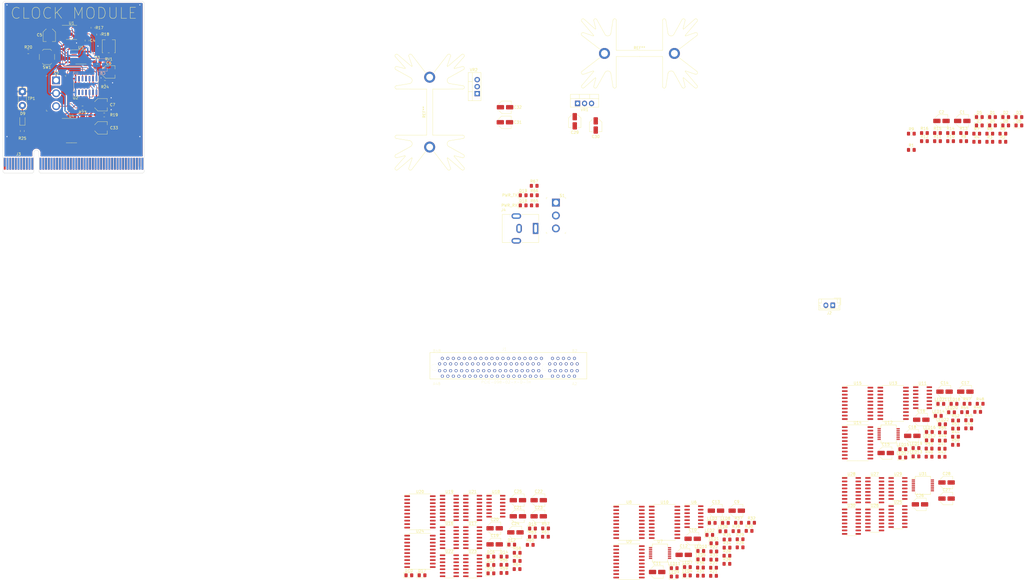
<source format=kicad_pcb>
(kicad_pcb (version 20171130) (host pcbnew "(5.1.5)-3")
  (layers (0 F.Cu signal) (31 B.Cu signal) (34 B.Paste user) (35 F.Paste user) (36 B.SilkS user) (37 F.SilkS user) (38 B.Mask user) (39 F.Mask user) (44 Edge.Cuts user))
  (net 0 "")
  (net 1 +5V)
  (net 2 /Clock/CLK)
  (net 3 /Clock/~CLK)
  (net 4 GND)
  (net 5 "Net-(C4-Pad1)")
  (net 6 "Net-(C5-Pad1)")
  (net 7 "Net-(LED1-Pad2)")
  (net 8 "Net-(LED2-Pad2)")
  (net 9 "Net-(LED3-Pad2)")
  (net 10 "Net-(LED4-Pad2)")
  (net 11 "Net-(LED5-Pad2)")
  (net 12 "Net-(LED6-Pad2)")
  (net 13 "Net-(LED7-Pad2)")
  (net 14 "Net-(LED8-Pad2)")
  (net 15 "Net-(LED9-Pad2)")
  (net 16 "Net-(LED10-Pad2)")
  (net 17 "Net-(LED11-Pad2)")
  (net 18 "Net-(RV1-Pad3)")
  (net 19 "Net-(U1-Pad3)")
  (net 20 "Net-(U2-Pad13)")
  (net 21 "Net-(U2-Pad12)")
  (net 22 "Net-(U2-Pad10)")
  (net 23 "Net-(U2-Pad9)")
  (net 24 "Net-(U2-Pad8)")
  (net 25 "Net-(U2-Pad6)")
  (net 26 "Net-(U2-Pad3)")
  (net 27 "Net-(U3-Pad13)")
  (net 28 "Net-(U3-Pad12)")
  (net 29 "Net-(U3-Pad11)")
  (net 30 "Net-(U3-Pad10)")
  (net 31 "Net-(U3-Pad9)")
  (net 32 "Net-(U3-Pad8)")
  (net 33 "Net-(U3-Pad6)")
  (net 34 "Net-(U3-Pad5)")
  (net 35 "Net-(U3-Pad4)")
  (net 36 "Net-(U4-Pad11)")
  (net 37 "Net-(U4-Pad10)")
  (net 38 "Net-(U4-Pad9)")
  (net 39 "Net-(U4-Pad8)")
  (net 40 "Net-(U4-Pad6)")
  (net 41 "Net-(U4-Pad5)")
  (net 42 "Net-(U4-Pad4)")
  (net 43 "Net-(U4-Pad3)")
  (net 44 "Net-(D2-Pad2)")
  (net 45 "Net-(D3-Pad2)")
  (net 46 "Net-(D4-Pad2)")
  (net 47 "Net-(D5-Pad2)")
  (net 48 "Net-(D6-Pad2)")
  (net 49 "Net-(D7-Pad2)")
  (net 50 "Net-(D8-Pad2)")
  (net 51 "Net-(LED12-Pad2)")
  (net 52 "Net-(LED13-Pad2)")
  (net 53 "Net-(LED14-Pad2)")
  (net 54 "Net-(LED15-Pad2)")
  (net 55 "Net-(LED16-Pad2)")
  (net 56 "Net-(LED17-Pad2)")
  (net 57 "Net-(LED18-Pad2)")
  (net 58 "Net-(LED19-Pad2)")
  (net 59 "Net-(LED20-Pad2)")
  (net 60 "Net-(LED21-Pad2)")
  (net 61 "Net-(LED22-Pad2)")
  (net 62 /BUS_0)
  (net 63 /BUS_1)
  (net 64 /BUS_2)
  (net 65 /BUS_3)
  (net 66 /BUS_4)
  (net 67 /BUS_5)
  (net 68 /BUS_6)
  (net 69 /BUS_7)
  (net 70 "Net-(C19-Pad1)")
  (net 71 "Net-(C20-Pad1)")
  (net 72 "Net-(D1-Pad2)")
  (net 73 "Net-(D9-Pad1)")
  (net 74 "Net-(D10-Pad2)")
  (net 75 "Net-(D11-Pad2)")
  (net 76 "Net-(D12-Pad2)")
  (net 77 "Net-(D13-Pad2)")
  (net 78 "Net-(D14-Pad2)")
  (net 79 "Net-(D15-Pad2)")
  (net 80 "Net-(D16-Pad2)")
  (net 81 "Net-(D17-Pad2)")
  (net 82 "Net-(J1-PadB49)")
  (net 83 "Net-(J1-PadA49)")
  (net 84 "Net-(J1-PadB48)")
  (net 85 "Net-(J1-PadB47)")
  (net 86 "Net-(J1-PadA48)")
  (net 87 "Net-(J1-PadA47)")
  (net 88 "Net-(J1-PadB46)")
  (net 89 "Net-(J1-PadB45)")
  (net 90 "Net-(J1-PadA46)")
  (net 91 "Net-(J1-PadA45)")
  (net 92 "Net-(J1-PadB44)")
  (net 93 "Net-(J1-PadB43)")
  (net 94 "Net-(J1-PadA44)")
  (net 95 "Net-(J1-PadA43)")
  (net 96 "Net-(J1-PadB42)")
  (net 97 "Net-(J1-PadA42)")
  (net 98 "Net-(J1-PadB41)")
  (net 99 "Net-(J1-PadA41)")
  (net 100 "Net-(J1-PadB40)")
  (net 101 "Net-(J1-PadB39)")
  (net 102 "Net-(J1-PadA40)")
  (net 103 "Net-(J1-PadA39)")
  (net 104 "Net-(J1-PadB38)")
  (net 105 "Net-(J1-PadB37)")
  (net 106 "Net-(J1-PadA38)")
  (net 107 "Net-(J1-PadA37)")
  (net 108 "Net-(J1-PadB36)")
  (net 109 "Net-(J1-PadB35)")
  (net 110 "Net-(J1-PadA36)")
  (net 111 "Net-(J1-PadA35)")
  (net 112 "Net-(J1-PadB34)")
  (net 113 "Net-(J1-PadB33)")
  (net 114 "Net-(J1-PadA34)")
  (net 115 "Net-(J1-PadA33)")
  (net 116 "Net-(J1-PadB32)")
  (net 117 "Net-(J1-PadA32)")
  (net 118 "Net-(J1-PadB31)")
  (net 119 "Net-(J1-PadA31)")
  (net 120 "Net-(J1-PadB30)")
  (net 121 "Net-(J1-PadB29)")
  (net 122 "Net-(J1-PadA30)")
  (net 123 "Net-(J1-PadA29)")
  (net 124 "Net-(J1-PadB28)")
  (net 125 "Net-(J1-PadB27)")
  (net 126 "Net-(J1-PadA28)")
  (net 127 "Net-(J1-PadA27)")
  (net 128 "Net-(J1-PadB26)")
  (net 129 "Net-(J1-PadB25)")
  (net 130 "Net-(J1-PadA26)")
  (net 131 "Net-(J1-PadA25)")
  (net 132 "Net-(J1-PadB24)")
  (net 133 "Net-(J1-PadB23)")
  (net 134 "Net-(J1-PadA24)")
  (net 135 "Net-(J1-PadA23)")
  (net 136 "Net-(J1-PadB22)")
  (net 137 "Net-(J1-PadA22)")
  (net 138 "Net-(J1-PadB21)")
  (net 139 "Net-(J1-PadA21)")
  (net 140 "Net-(J1-PadB20)")
  (net 141 "Net-(J1-PadB19)")
  (net 142 "Net-(J1-PadA20)")
  (net 143 "Net-(J1-PadA19)")
  (net 144 "Net-(J1-PadB18)")
  (net 145 "Net-(J1-PadB17)")
  (net 146 "Net-(J1-PadA18)")
  (net 147 "Net-(J1-PadA17)")
  (net 148 "Net-(J1-PadB16)")
  (net 149 "Net-(J1-PadB15)")
  (net 150 "Net-(J1-PadA16)")
  (net 151 "Net-(J1-PadA15)")
  (net 152 "Net-(J1-PadB14)")
  (net 153 "Net-(J1-PadB13)")
  (net 154 "Net-(J1-PadA14)")
  (net 155 "Net-(J1-PadA13)")
  (net 156 "Net-(J1-PadB12)")
  (net 157 "Net-(J1-PadA12)")
  (net 158 "Net-(J1-PadB11)")
  (net 159 "Net-(J1-PadA11)")
  (net 160 "Net-(J1-PadB10)")
  (net 161 "Net-(J1-PadB9)")
  (net 162 "Net-(J1-PadA10)")
  (net 163 "Net-(J1-PadA9)")
  (net 164 "Net-(J1-PadB8)")
  (net 165 "Net-(J1-PadB7)")
  (net 166 "Net-(J1-PadA8)")
  (net 167 "Net-(J1-PadA7)")
  (net 168 "Net-(J1-PadB6)")
  (net 169 "Net-(J1-PadB5)")
  (net 170 "Net-(J1-PadA6)")
  (net 171 "Net-(J1-PadA5)")
  (net 172 "Net-(J1-PadB4)")
  (net 173 "Net-(J1-PadB3)")
  (net 174 "Net-(J1-PadA4)")
  (net 175 "Net-(J1-PadA3)")
  (net 176 "Net-(J1-PadB2)")
  (net 177 "Net-(J1-PadB1)")
  (net 178 "Net-(J1-PadA2)")
  (net 179 "Net-(J1-PadA1)")
  (net 180 /Clock/HAULT)
  (net 181 "Net-(R17-Pad2)")
  (net 182 "Net-(R18-Pad1)")
  (net 183 "Net-(R39-Pad2)")
  (net 184 "Net-(U21-Pad12)")
  (net 185 "Net-(U21-Pad14)")
  (net 186 "Net-(U21-Pad3)")
  (net 187 "Net-(U11-Pad11)")
  (net 188 "Net-(U11-Pad8)")
  (net 189 "Net-(U11-Pad6)")
  (net 190 "Net-(U21-Pad15)")
  (net 191 "Net-(U21-Pad11)")
  (net 192 "Net-(U21-Pad6)")
  (net 193 "Net-(U21-Pad2)")
  (net 194 "Net-(U27-Pad15)")
  (net 195 "Net-(U27-Pad14)")
  (net 196 "Net-(U27-Pad12)")
  (net 197 "Net-(U27-Pad11)")
  (net 198 "Net-(C6-Pad1)")
  (net 199 "Net-(C21-Pad1)")
  (net 200 "Net-(C22-Pad1)")
  (net 201 "Net-(C23-Pad1)")
  (net 202 "Net-(C24-Pad1)")
  (net 203 "Net-(C25-Pad1)")
  (net 204 "Net-(C26-Pad1)")
  (net 205 "Net-(C27-Pad1)")
  (net 206 "Net-(C28-Pad1)")
  (net 207 /Clock/LNE_49)
  (net 208 /Clock/LNE_48)
  (net 209 /Clock/LNE_47)
  (net 210 /Clock/LNE_46)
  (net 211 /Clock/LNE_45)
  (net 212 /Clock/LNE_44)
  (net 213 /Clock/LNE_43)
  (net 214 /Clock/LNE_42)
  (net 215 /Clock/LNE_13)
  (net 216 /Clock/LNE_12)
  (net 217 /Clock/LNE_18)
  (net 218 /Clock/LNE_17)
  (net 219 /Clock/LNE_16)
  (net 220 /Clock/LNE_15)
  (net 221 /Clock/LNE_14)
  (net 222 /Clock/LNE_11)
  (net 223 /Clock/LNE_10)
  (net 224 /Clock/LNE_9)
  (net 225 /Clock/LNE_8)
  (net 226 /Clock/LNE_7)
  (net 227 /Clock/LNE_6)
  (net 228 /Clock/LNE_5)
  (net 229 /Clock/LNE_4)
  (net 230 /Clock/LNE_19)
  (net 231 /Clock/LNE_20)
  (net 232 /Clock/LNE_21)
  (net 233 /Clock/LNE_22)
  (net 234 /Clock/LNE_23)
  (net 235 /Clock/LNE_24)
  (net 236 /Clock/LNE_25)
  (net 237 /Clock/LNE_26)
  (net 238 /Clock/LNE_27)
  (net 239 /Clock/LNE_28)
  (net 240 /Clock/LNE_29)
  (net 241 /Clock/LNE_30)
  (net 242 /Clock/LNE_31)
  (net 243 /Clock/LNE_32)
  (net 244 /Clock/LNE_33)
  (net 245 /Clock/LNE_34)
  (net 246 /Clock/LNE_35)
  (net 247 /Clock/LNE_36)
  (net 248 /Clock/LNE_37)
  (net 249 /Clock/LNE_38)
  (net 250 /Clock/LNE_39)
  (net 251 /Clock/LNE_40)
  (net 252 /Clock/LNE_41)
  (net 253 "/Math Unit A/REG_AA/ALU_AA_0")
  (net 254 "/Math Unit A/REG_AA/ALU_AA_1")
  (net 255 "Net-(R23-Pad2)")
  (net 256 "Net-(R24-Pad2)")
  (net 257 "/Math Unit A/REG_AA/ALU_AA_2")
  (net 258 "/Math Unit A/REG_AA/ALU_AA_3")
  (net 259 "/Math Unit A/REG_AA/ALU_AA_4")
  (net 260 "/Math Unit A/REG_AA/ALU_AA_5")
  (net 261 "/Math Unit A/REG_AA/ALU_AA_6")
  (net 262 "/Math Unit A/REG_AA/ALU_AA_7")
  (net 263 "/Math Unit A/REG_AA/REG_A_BUS_READ")
  (net 264 "/Math Unit A/REG_AA/RESET")
  (net 265 "Net-(R34-Pad2)")
  (net 266 "/Math Unit A/REG_AA/CLK")
  (net 267 "Net-(R37-Pad2)")
  (net 268 "Net-(R38-Pad2)")
  (net 269 "/Math Unit A/REG_AB/ALU_AB_0")
  (net 270 "/Math Unit A/REG_AB/ALU_AB_1")
  (net 271 "/Math Unit A/REG_AB/ALU_AB_2")
  (net 272 "/Math Unit A/REG_AB/ALU_AB_3")
  (net 273 "/Math Unit A/REG_AB/ALU_AB_4")
  (net 274 "/Math Unit A/REG_AB/ALU_AB_5")
  (net 275 "/Math Unit A/REG_AB/ALU_AB_6")
  (net 276 "/Math Unit A/REG_AB/ALU_AB_7")
  (net 277 "/Math Unit A/REG_AB/REG_B_BUS_READ")
  (net 278 "/Math Unit A/REG_AB/RESET")
  (net 279 "/Math Unit A/REG_AB/REG_B_BUS_WRITE")
  (net 280 "/Math Unit A/REG_AB/CLK")
  (net 281 "Net-(R53-Pad2)")
  (net 282 "Net-(R54-Pad2)")
  (net 283 "Net-(R55-Pad2)")
  (net 284 "/Math Unit A/sheet5E11EF59/~EOas")
  (net 285 "Net-(R57-Pad1)")
  (net 286 "Net-(R58-Pad1)")
  (net 287 "Net-(R59-Pad1)")
  (net 288 "Net-(R60-Pad1)")
  (net 289 "Net-(R61-Pad1)")
  (net 290 "Net-(R62-Pad1)")
  (net 291 "Net-(R63-Pad1)")
  (net 292 "Net-(R64-Pad1)")
  (net 293 "Net-(U2-Pad1)")
  (net 294 "Net-(U27-Pad3)")
  (net 295 "/Math Unit A/REG_AA/REG_A_BUS_WRITE")
  (net 296 "Net-(U8-Pad18)")
  (net 297 "Net-(U8-Pad17)")
  (net 298 "Net-(U8-Pad16)")
  (net 299 "Net-(U8-Pad15)")
  (net 300 "Net-(U8-Pad14)")
  (net 301 "Net-(U8-Pad13)")
  (net 302 "Net-(U8-Pad12)")
  (net 303 "Net-(U8-Pad11)")
  (net 304 "/Math Unit A/REG_AA/BUS_7")
  (net 305 "/Math Unit A/REG_AA/BUS_6")
  (net 306 "/Math Unit A/REG_AA/BUS_5")
  (net 307 "/Math Unit A/REG_AA/BUS_4")
  (net 308 "/Math Unit A/REG_AA/BUS_3")
  (net 309 "/Math Unit A/REG_AA/BUS_2")
  (net 310 "/Math Unit A/REG_AA/BUS_1")
  (net 311 "/Math Unit A/REG_AA/BUS_0")
  (net 312 "Net-(U13-Pad18)")
  (net 313 "Net-(U13-Pad17)")
  (net 314 "Net-(U13-Pad16)")
  (net 315 "Net-(U13-Pad15)")
  (net 316 "Net-(U13-Pad14)")
  (net 317 "Net-(U13-Pad13)")
  (net 318 "Net-(U13-Pad12)")
  (net 319 "Net-(U13-Pad11)")
  (net 320 "/Math Unit A/REG_AB/BUS_7")
  (net 321 "/Math Unit A/REG_AB/BUS_6")
  (net 322 "/Math Unit A/REG_AB/BUS_5")
  (net 323 "/Math Unit A/REG_AB/BUS_4")
  (net 324 "/Math Unit A/REG_AB/BUS_3")
  (net 325 "/Math Unit A/REG_AB/BUS_2")
  (net 326 "/Math Unit A/REG_AB/BUS_1")
  (net 327 "/Math Unit A/REG_AB/BUS_0")
  (net 328 "Net-(U16-Pad3)")
  (net 329 "/Math Unit A/sheet5E11EF59/SUBb")
  (net 330 "/Math Unit A/sheet5E11EF59/SUBa")
  (net 331 "Net-(U17-Pad11)")
  (net 332 "Net-(U17-Pad8)")
  (net 333 "Net-(U17-Pad6)")
  (net 334 "Net-(U17-Pad3)")
  (net 335 "Net-(U18-Pad11)")
  (net 336 "Net-(U18-Pad8)")
  (net 337 "Net-(U18-Pad6)")
  (net 338 "Net-(U18-Pad3)")
  (net 339 "Net-(U19-Pad9)")
  (net 340 "/Math Unit A/sheet5E11EF59/BUS_0")
  (net 341 "/Math Unit A/sheet5E11EF59/BUS_1")
  (net 342 "/Math Unit A/sheet5E11EF59/BUS_2")
  (net 343 "/Math Unit A/sheet5E11EF59/BUS_3")
  (net 344 "/Math Unit A/sheet5E11EF59/BUS_4")
  (net 345 "/Math Unit A/sheet5E11EF59/BUS_5")
  (net 346 "/Math Unit A/sheet5E11EF59/BUS_6")
  (net 347 "/Math Unit A/sheet5E11EF59/BUS_7")
  (net 348 "Net-(U21-Pad9)")
  (net 349 "Net-(U21-Pad5)")
  (net 350 "/Math Unit A/sheet5E11EF59/~MEO")
  (net 351 "/Math Unit A/sheet5E11EF59/Multiplier/MUL_7")
  (net 352 "/Math Unit A/sheet5E11EF59/Multiplier/MUL_6")
  (net 353 "/Math Unit A/sheet5E11EF59/Multiplier/MUL_5")
  (net 354 "/Math Unit A/sheet5E11EF59/Multiplier/MUL_4")
  (net 355 "/Math Unit A/sheet5E11EF59/Multiplier/MUL_3")
  (net 356 "/Math Unit A/sheet5E11EF59/Multiplier/MUL_2")
  (net 357 "/Math Unit A/sheet5E11EF59/Multiplier/MUL_1")
  (net 358 "/Math Unit A/sheet5E11EF59/Multiplier/MUL_0")
  (net 359 "Net-(U25-Pad11)")
  (net 360 "Net-(U25-Pad8)")
  (net 361 "Net-(U25-Pad6)")
  (net 362 "Net-(U25-Pad3)")
  (net 363 "Net-(U26-Pad11)")
  (net 364 "Net-(U26-Pad8)")
  (net 365 "Net-(U26-Pad6)")
  (net 366 "Net-(U26-Pad3)")
  (net 367 "Net-(U27-Pad6)")
  (net 368 "Net-(U27-Pad2)")
  (net 369 "Net-(U28-Pad15)")
  (net 370 "Net-(U28-Pad11)")
  (net 371 "Net-(U28-Pad6)")
  (net 372 "Net-(U28-Pad2)")
  (net 373 "Net-(U30-Pad6)")
  (net 374 /POWR/PWR_AFT_SW)
  (net 375 "Net-(D18-Pad2)")
  (net 376 "Net-(D19-Pad2)")
  (net 377 /POWR/PWR_IN)
  (net 378 "Net-(R67-Pad2)")
  (net 379 "Net-(C3-Pad1)")
  (net 380 "Net-(R20-Pad2)")
  (net 381 /Clock/LNE_1)
  (module Capacitor_SMD:C_Elec_4x5.4 (layer F.Cu) (at -90.273 45.72)
    (fp_text reference C33 (at 4.699 0) (layer F.SilkS))
    (fp_text value 1uF)
    (pad 2 smd roundrect (at 1.675 0) (size 2.65 1.6) (layers F.Cu F.Paste F.Mask) (roundrect_rratio 0.15625) (net 4 GND))
    (pad 1 smd roundrect (at -1.675 0) (size 2.65 1.6) (layers F.Cu F.Paste F.Mask) (roundrect_rratio 0.15625) (net 1 +5V))
  )
  (module Capacitor_SMD:C_Elec_4x5.4 (layer B.Cu) (at -90.273 22.86)
    (fp_text reference C8 (at 0.611 3.048) (layer B.SilkS) (effects (justify mirror)))
    (fp_text value 1uF)
    (pad 2 smd roundrect (at 1.675 0) (size 2.65 1.6) (layers B.Cu B.Paste B.Mask) (roundrect_rratio 0.15625) (net 4 GND))
    (pad 1 smd roundrect (at -1.675 0) (size 2.65 1.6) (layers B.Cu B.Paste B.Mask) (roundrect_rratio 0.15625) (net 1 +5V))
  )
  (module LED_SMD:LED_0805_2012Metric_Pad1.15x1.40mm_HandSolder (layer F.Cu) (at -118.872 42.935 90)
    (fp_text reference D9 (at 2.413 0.127 180) (layer F.SilkS))
    (fp_text value LED)
    (pad 2 smd roundrect (at 1.025 0 90) (size 1.15 1.4) (layers F.Cu F.Paste F.Mask) (roundrect_rratio 0.217391) (net 2 /Clock/CLK))
    (pad 1 smd roundrect (at -1.025 0 90) (size 1.15 1.4) (layers F.Cu F.Paste F.Mask) (roundrect_rratio 0.217391) (net 73 "Net-(D9-Pad1)"))
  )
  (module LED_SMD:LED_0805_2012Metric_Pad1.15x1.40mm_HandSolder (layer F.Cu) (at 63.0465 70.231)
    (fp_text reference D19 (at 0 -1.65) (layer F.SilkS))
    (fp_text value RED)
    (pad 2 smd roundrect (at 1.025 0) (size 1.15 1.4) (layers F.Cu F.Paste F.Mask) (roundrect_rratio 0.217391) (net 376 "Net-(D19-Pad2)"))
    (pad 1 smd roundrect (at -1.025 0) (size 1.15 1.4) (layers F.Cu F.Paste F.Mask) (roundrect_rratio 0.217391) (net 4 GND))
  )
  (module LED_SMD:LED_0805_2012Metric_Pad1.15x1.40mm_HandSolder (layer F.Cu) (at 63.0465 73.914)
    (fp_text reference D18 (at 0 -1.65) (layer F.SilkS))
    (fp_text value GREEN)
    (pad 2 smd roundrect (at 1.025 0) (size 1.15 1.4) (layers F.Cu F.Paste F.Mask) (roundrect_rratio 0.217391) (net 375 "Net-(D18-Pad2)"))
    (pad 1 smd roundrect (at -1.025 0) (size 1.15 1.4) (layers F.Cu F.Paste F.Mask) (roundrect_rratio 0.217391) (net 4 GND))
  )
  (module Heatsink:Heatsink_Fischer_SK129-STS_42x25mm_2xDrill2.5mm (layer F.Cu) (at 29.083 40.005 90)
    (fp_text reference REF** (at 0 -2 90) (layer F.SilkS))
    (fp_text value Heatsink_Fischer_SK129-STS_42x25mm_2xDrill2.5mm)
    (pad 1 thru_hole circle (at 12.7 0 90) (size 4 4) (drill 2.5) (layers *.Cu *.Mask))
    (pad 1 thru_hole circle (at -12.7 0 270) (size 4 4) (drill 2.5) (layers *.Cu *.Mask))
  )
  (module Resistor_SMD:R_0805_2012Metric_Pad1.15x1.40mm_HandSolder (layer F.Cu) (at 67.1105 73.914)
    (fp_text reference R65 (at 0 -1.65) (layer F.SilkS))
    (fp_text value 680)
    (pad 2 smd roundrect (at 1.025 0) (size 1.15 1.4) (layers F.Cu F.Paste F.Mask) (roundrect_rratio 0.217391) (net 377 /POWR/PWR_IN))
    (pad 1 smd roundrect (at -1.025 0) (size 1.15 1.4) (layers F.Cu F.Paste F.Mask) (roundrect_rratio 0.217391) (net 375 "Net-(D18-Pad2)"))
  )
  (module Heatsink:Heatsink_Fischer_SK129-STS_42x25mm_2xDrill2.5mm (layer F.Cu) (at 105.283 18.669)
    (fp_text reference REF** (at 0 -2) (layer F.SilkS))
    (fp_text value Heatsink_Fischer_SK129-STS_42x25mm_2xDrill2.5mm)
    (pad 1 thru_hole circle (at -12.7 0 180) (size 4 4) (drill 2.5) (layers *.Cu *.Mask))
    (pad 1 thru_hole circle (at 12.7 0) (size 4 4) (drill 2.5) (layers *.Cu *.Mask))
  )
  (module Resistor_SMD:R_0805_2012Metric_Pad1.15x1.40mm_HandSolder (layer F.Cu) (at 67.047 66.802)
    (fp_text reference R67 (at 0 -1.65) (layer F.SilkS))
    (fp_text value 100K)
    (pad 2 smd roundrect (at 1.025 0) (size 1.15 1.4) (layers F.Cu F.Paste F.Mask) (roundrect_rratio 0.217391) (net 378 "Net-(R67-Pad2)"))
    (pad 1 smd roundrect (at -1.025 0) (size 1.15 1.4) (layers F.Cu F.Paste F.Mask) (roundrect_rratio 0.217391) (net 4 GND))
  )
  (module Resistor_SMD:R_0805_2012Metric_Pad1.15x1.40mm_HandSolder (layer F.Cu) (at 67.1105 70.231)
    (fp_text reference R66 (at 0 -1.65) (layer F.SilkS))
    (fp_text value 680)
    (pad 2 smd roundrect (at 1.025 0) (size 1.15 1.4) (layers F.Cu F.Paste F.Mask) (roundrect_rratio 0.217391) (net 374 /POWR/PWR_AFT_SW))
    (pad 1 smd roundrect (at -1.025 0) (size 1.15 1.4) (layers F.Cu F.Paste F.Mask) (roundrect_rratio 0.217391) (net 376 "Net-(D19-Pad2)"))
  )
  (module Package_TO_SOT_THT:TO-220-3_Vertical (layer F.Cu) (at 46.355 33.274 90)
    (fp_text reference VR2 (at 8.636 -1.27 180) (layer F.SilkS))
    (fp_text value L78S05CV)
    (pad 3 thru_hole oval (at 5.08 0 90) (size 1.905 2) (drill 1.1) (layers *.Cu *.Mask) (net 1 +5V))
    (pad 2 thru_hole oval (at 2.54 0 90) (size 1.905 2) (drill 1.1) (layers *.Cu *.Mask) (net 4 GND))
    (pad 1 thru_hole rect (at 0 0 90) (size 1.905 2) (drill 1.1) (layers *.Cu *.Mask) (net 374 /POWR/PWR_AFT_SW))
  )
  (module Package_TO_SOT_THT:TO-220-3_Vertical (layer F.Cu) (at 82.804 36.83)
    (fp_text reference VR1 (at 2.54 2.286) (layer F.SilkS))
    (fp_text value L78S05CV)
    (pad 3 thru_hole oval (at 5.08 0) (size 1.905 2) (drill 1.1) (layers *.Cu *.Mask) (net 1 +5V))
    (pad 2 thru_hole oval (at 2.54 0) (size 1.905 2) (drill 1.1) (layers *.Cu *.Mask) (net 4 GND))
    (pad 1 thru_hole rect (at 0 0) (size 1.905 2) (drill 1.1) (layers *.Cu *.Mask) (net 374 /POWR/PWR_AFT_SW))
  )
  (module digikey-footprints:Toggle_Switch_100SP1T1B4M2QE (layer F.Cu) (at 74.93 72.896 270)
    (fp_text reference S1 (at -2.538 -2.286 180) (layer F.SilkS))
    (fp_text value 100SP1T1B4M2QE)
    (pad 3 thru_hole circle (at 9.4 0 270) (size 2.85 2.85) (drill 1.85) (layers *.Cu *.Mask) (net 377 /POWR/PWR_IN))
    (pad 2 thru_hole circle (at 4.7 0 270) (size 2.85 2.85) (drill 1.85) (layers *.Cu *.Mask) (net 374 /POWR/PWR_AFT_SW))
    (pad 1 thru_hole rect (at 0 0 270) (size 2.85 2.85) (drill 1.85) (layers *.Cu *.Mask) (net 378 "Net-(R67-Pad2)"))
  )
  (module Connector_BarrelJack:BarrelJack_CUI_PJ-063AH_Horizontal (layer F.Cu) (at 67.564 82.296 270)
    (fp_text reference J4 (at -6.731 11.684 180) (layer F.SilkS))
    (fp_text value PJ-063AH)
    (pad "" np_thru_hole circle (at 0 9 270) (size 1.6 1.6) (drill 1.6) (layers *.Cu *.Mask))
    (pad MP thru_hole oval (at 4.5 7 270) (size 2 3.5) (drill oval 1 2.5) (layers *.Cu *.Mask))
    (pad MP thru_hole oval (at -4.5 7 270) (size 2 3.5) (drill oval 1 2.5) (layers *.Cu *.Mask))
    (pad 2 thru_hole oval (at 0 6 270) (size 3.3 2) (drill oval 2.3 1) (layers *.Cu *.Mask) (net 4 GND))
    (pad 1 thru_hole rect (at 0 0 270) (size 4 2) (drill oval 3 1) (layers *.Cu *.Mask) (net 377 /POWR/PWR_IN))
  )
  (module Capacitor_SMD:C_Elec_4x5.4 (layer F.Cu) (at 56.4628 38.227)
    (fp_text reference C32 (at 4.6242 0) (layer F.SilkS))
    (fp_text value 1uF)
    (pad 2 smd roundrect (at 1.675 0) (size 2.65 1.6) (layers F.Cu F.Paste F.Mask) (roundrect_rratio 0.15625) (net 4 GND))
    (pad 1 smd roundrect (at -1.675 0) (size 2.65 1.6) (layers F.Cu F.Paste F.Mask) (roundrect_rratio 0.15625) (net 1 +5V))
  )
  (module Capacitor_SMD:C_Elec_4x5.4 (layer F.Cu) (at 56.412 43.688)
    (fp_text reference C31 (at 4.675 0) (layer F.SilkS))
    (fp_text value 0.47uF)
    (pad 2 smd roundrect (at 1.675 0) (size 2.65 1.6) (layers F.Cu F.Paste F.Mask) (roundrect_rratio 0.15625) (net 4 GND))
    (pad 1 smd roundrect (at -1.675 0) (size 2.65 1.6) (layers F.Cu F.Paste F.Mask) (roundrect_rratio 0.15625) (net 374 /POWR/PWR_AFT_SW))
  )
  (module Capacitor_SMD:C_Elec_4x5.4 (layer F.Cu) (at 89.408 44.855 270)
    (fp_text reference C30 (at 4.04 0 180) (layer F.SilkS))
    (fp_text value 1uF)
    (pad 2 smd roundrect (at 1.675 0 270) (size 2.65 1.6) (layers F.Cu F.Paste F.Mask) (roundrect_rratio 0.15625) (net 4 GND))
    (pad 1 smd roundrect (at -1.675 0 270) (size 2.65 1.6) (layers F.Cu F.Paste F.Mask) (roundrect_rratio 0.15625) (net 1 +5V))
  )
  (module Capacitor_SMD:C_Elec_4x5.4 (layer F.Cu) (at 81.788 43.331 270)
    (fp_text reference C29 (at 4.04 0 180) (layer F.SilkS))
    (fp_text value 0.47uF)
    (pad 2 smd roundrect (at 1.675 0 270) (size 2.65 1.6) (layers F.Cu F.Paste F.Mask) (roundrect_rratio 0.15625) (net 4 GND))
    (pad 1 smd roundrect (at -1.675 0 270) (size 2.65 1.6) (layers F.Cu F.Paste F.Mask) (roundrect_rratio 0.15625) (net 374 /POWR/PWR_AFT_SW))
  )
  (module Potentiometer_SMD:Potentiometer_Bourns_3314G_Vertical (layer F.Cu) (at -87.503 16.085 180)
    (fp_text reference RV1 (at 0 -4.65) (layer F.SilkS))
    (fp_text value 1M)
    (pad 3 smd rect (at -1.15 -2.75 180) (size 1.3 1.3) (layers F.Cu F.Paste F.Mask) (net 18 "Net-(RV1-Pad3)"))
    (pad 2 smd rect (at 0 2.75 180) (size 2 1.3) (layers F.Cu F.Paste F.Mask) (net 182 "Net-(R18-Pad1)"))
    (pad 1 smd rect (at 1.15 -2.75 180) (size 1.3 1.3) (layers F.Cu F.Paste F.Mask) (net 6 "Net-(C5-Pad1)"))
  )
  (module footprints:PCIE-098-02-X-D-TH (layer F.Cu) (at 57.69 132.78)
    (fp_text reference J1 (at -1.46064 -6.63788) (layer F.SilkS) (effects (font (size 1.00043 1.00043) (thickness 0.05))))
    (fp_text value PCIE-098-02-X-D-TH (at -0.826485 5.37461) (layer F.SilkS) (effects (font (size 1.00179 1.00179) (thickness 0.05))))
    (fp_text user B48 (at -26.0154 -6.00356) (layer F.SilkS) (effects (font (thickness 0.05))))
    (fp_text user B2 (at 24.0441 -6.01103) (layer F.SilkS) (effects (font (thickness 0.05))))
    (fp_text user A48 (at -26.043 6.00993) (layer F.SilkS) (effects (font (thickness 0.05))))
    (fp_text user A2 (at 24.0265 6.00662) (layer F.SilkS) (effects (font (thickness 0.05))))
    (pad Hole np_thru_hole circle (at -26.81 0) (size 2.35 2.35) (drill 2.35) (layers *.Cu *.Mask F.SilkS))
    (pad Hole np_thru_hole circle (at 13.35 0) (size 2.35 2.35) (drill 2.35) (layers *.Cu *.Mask F.SilkS))
    (pad B49 thru_hole circle (at -25 -1.24) (size 1.1 1.1) (drill 0.7) (layers *.Cu *.Mask) (net 82 "Net-(J1-PadB49)"))
    (pad A49 thru_hole circle (at -25 1.24) (size 1.1 1.1) (drill 0.7) (layers *.Cu *.Mask) (net 83 "Net-(J1-PadA49)"))
    (pad B48 thru_hole circle (at -24 -3.24) (size 1.1 1.1) (drill 0.7) (layers *.Cu *.Mask) (net 84 "Net-(J1-PadB48)"))
    (pad B47 thru_hole circle (at -23 -1.24) (size 1.1 1.1) (drill 0.7) (layers *.Cu *.Mask) (net 85 "Net-(J1-PadB47)"))
    (pad A48 thru_hole circle (at -24 3.24) (size 1.1 1.1) (drill 0.7) (layers *.Cu *.Mask) (net 86 "Net-(J1-PadA48)"))
    (pad A47 thru_hole circle (at -23 1.24) (size 1.1 1.1) (drill 0.7) (layers *.Cu *.Mask) (net 87 "Net-(J1-PadA47)"))
    (pad B46 thru_hole circle (at -22 -3.24) (size 1.1 1.1) (drill 0.7) (layers *.Cu *.Mask) (net 88 "Net-(J1-PadB46)"))
    (pad B45 thru_hole circle (at -21 -1.24) (size 1.1 1.1) (drill 0.7) (layers *.Cu *.Mask) (net 89 "Net-(J1-PadB45)"))
    (pad A46 thru_hole circle (at -22 3.24) (size 1.1 1.1) (drill 0.7) (layers *.Cu *.Mask) (net 90 "Net-(J1-PadA46)"))
    (pad A45 thru_hole circle (at -21 1.24) (size 1.1 1.1) (drill 0.7) (layers *.Cu *.Mask) (net 91 "Net-(J1-PadA45)"))
    (pad B44 thru_hole circle (at -20 -3.24) (size 1.1 1.1) (drill 0.7) (layers *.Cu *.Mask) (net 92 "Net-(J1-PadB44)"))
    (pad B43 thru_hole circle (at -19 -1.24) (size 1.1 1.1) (drill 0.7) (layers *.Cu *.Mask) (net 93 "Net-(J1-PadB43)"))
    (pad A44 thru_hole circle (at -20 3.24) (size 1.1 1.1) (drill 0.7) (layers *.Cu *.Mask) (net 94 "Net-(J1-PadA44)"))
    (pad A43 thru_hole circle (at -19 1.24) (size 1.1 1.1) (drill 0.7) (layers *.Cu *.Mask) (net 95 "Net-(J1-PadA43)"))
    (pad B42 thru_hole circle (at -18 -3.24) (size 1.1 1.1) (drill 0.7) (layers *.Cu *.Mask) (net 96 "Net-(J1-PadB42)"))
    (pad A42 thru_hole circle (at -18 3.24) (size 1.1 1.1) (drill 0.7) (layers *.Cu *.Mask) (net 97 "Net-(J1-PadA42)"))
    (pad B41 thru_hole circle (at -17 -1.24) (size 1.1 1.1) (drill 0.7) (layers *.Cu *.Mask) (net 98 "Net-(J1-PadB41)"))
    (pad A41 thru_hole circle (at -17 1.24) (size 1.1 1.1) (drill 0.7) (layers *.Cu *.Mask) (net 99 "Net-(J1-PadA41)"))
    (pad B40 thru_hole circle (at -16 -3.24) (size 1.1 1.1) (drill 0.7) (layers *.Cu *.Mask) (net 100 "Net-(J1-PadB40)"))
    (pad B39 thru_hole circle (at -15 -1.24) (size 1.1 1.1) (drill 0.7) (layers *.Cu *.Mask) (net 101 "Net-(J1-PadB39)"))
    (pad A40 thru_hole circle (at -16 3.24) (size 1.1 1.1) (drill 0.7) (layers *.Cu *.Mask) (net 102 "Net-(J1-PadA40)"))
    (pad A39 thru_hole circle (at -15 1.24) (size 1.1 1.1) (drill 0.7) (layers *.Cu *.Mask) (net 103 "Net-(J1-PadA39)"))
    (pad B38 thru_hole circle (at -14 -3.24) (size 1.1 1.1) (drill 0.7) (layers *.Cu *.Mask) (net 104 "Net-(J1-PadB38)"))
    (pad B37 thru_hole circle (at -13 -1.24) (size 1.1 1.1) (drill 0.7) (layers *.Cu *.Mask) (net 105 "Net-(J1-PadB37)"))
    (pad A38 thru_hole circle (at -14 3.24) (size 1.1 1.1) (drill 0.7) (layers *.Cu *.Mask) (net 106 "Net-(J1-PadA38)"))
    (pad A37 thru_hole circle (at -13 1.24) (size 1.1 1.1) (drill 0.7) (layers *.Cu *.Mask) (net 107 "Net-(J1-PadA37)"))
    (pad B36 thru_hole circle (at -12 -3.24) (size 1.1 1.1) (drill 0.7) (layers *.Cu *.Mask) (net 108 "Net-(J1-PadB36)"))
    (pad B35 thru_hole circle (at -11 -1.24) (size 1.1 1.1) (drill 0.7) (layers *.Cu *.Mask) (net 109 "Net-(J1-PadB35)"))
    (pad A36 thru_hole circle (at -12 3.24) (size 1.1 1.1) (drill 0.7) (layers *.Cu *.Mask) (net 110 "Net-(J1-PadA36)"))
    (pad A35 thru_hole circle (at -11 1.24) (size 1.1 1.1) (drill 0.7) (layers *.Cu *.Mask) (net 111 "Net-(J1-PadA35)"))
    (pad B34 thru_hole circle (at -10 -3.24) (size 1.1 1.1) (drill 0.7) (layers *.Cu *.Mask) (net 112 "Net-(J1-PadB34)"))
    (pad B33 thru_hole circle (at -9 -1.24) (size 1.1 1.1) (drill 0.7) (layers *.Cu *.Mask) (net 113 "Net-(J1-PadB33)"))
    (pad A34 thru_hole circle (at -10 3.24) (size 1.1 1.1) (drill 0.7) (layers *.Cu *.Mask) (net 114 "Net-(J1-PadA34)"))
    (pad A33 thru_hole circle (at -9 1.24) (size 1.1 1.1) (drill 0.7) (layers *.Cu *.Mask) (net 115 "Net-(J1-PadA33)"))
    (pad B32 thru_hole circle (at -8 -3.24) (size 1.1 1.1) (drill 0.7) (layers *.Cu *.Mask) (net 116 "Net-(J1-PadB32)"))
    (pad A32 thru_hole circle (at -8 3.24) (size 1.1 1.1) (drill 0.7) (layers *.Cu *.Mask) (net 117 "Net-(J1-PadA32)"))
    (pad B31 thru_hole circle (at -7 -1.24) (size 1.1 1.1) (drill 0.7) (layers *.Cu *.Mask) (net 118 "Net-(J1-PadB31)"))
    (pad A31 thru_hole circle (at -7 1.24) (size 1.1 1.1) (drill 0.7) (layers *.Cu *.Mask) (net 119 "Net-(J1-PadA31)"))
    (pad B30 thru_hole circle (at -6 -3.24) (size 1.1 1.1) (drill 0.7) (layers *.Cu *.Mask) (net 120 "Net-(J1-PadB30)"))
    (pad B29 thru_hole circle (at -5 -1.24) (size 1.1 1.1) (drill 0.7) (layers *.Cu *.Mask) (net 121 "Net-(J1-PadB29)"))
    (pad A30 thru_hole circle (at -6 3.24) (size 1.1 1.1) (drill 0.7) (layers *.Cu *.Mask) (net 122 "Net-(J1-PadA30)"))
    (pad A29 thru_hole circle (at -5 1.24) (size 1.1 1.1) (drill 0.7) (layers *.Cu *.Mask) (net 123 "Net-(J1-PadA29)"))
    (pad B28 thru_hole circle (at -4 -3.24) (size 1.1 1.1) (drill 0.7) (layers *.Cu *.Mask) (net 124 "Net-(J1-PadB28)"))
    (pad B27 thru_hole circle (at -3 -1.24) (size 1.1 1.1) (drill 0.7) (layers *.Cu *.Mask) (net 125 "Net-(J1-PadB27)"))
    (pad A28 thru_hole circle (at -4 3.24) (size 1.1 1.1) (drill 0.7) (layers *.Cu *.Mask) (net 126 "Net-(J1-PadA28)"))
    (pad A27 thru_hole circle (at -3 1.24) (size 1.1 1.1) (drill 0.7) (layers *.Cu *.Mask) (net 127 "Net-(J1-PadA27)"))
    (pad B26 thru_hole circle (at -2 -3.24) (size 1.1 1.1) (drill 0.7) (layers *.Cu *.Mask) (net 128 "Net-(J1-PadB26)"))
    (pad B25 thru_hole circle (at -1 -1.24) (size 1.1 1.1) (drill 0.7) (layers *.Cu *.Mask) (net 129 "Net-(J1-PadB25)"))
    (pad A26 thru_hole circle (at -2 3.24) (size 1.1 1.1) (drill 0.7) (layers *.Cu *.Mask) (net 130 "Net-(J1-PadA26)"))
    (pad A25 thru_hole circle (at -1 1.24) (size 1.1 1.1) (drill 0.7) (layers *.Cu *.Mask) (net 131 "Net-(J1-PadA25)"))
    (pad B24 thru_hole circle (at 0 -3.24) (size 1.1 1.1) (drill 0.7) (layers *.Cu *.Mask) (net 132 "Net-(J1-PadB24)"))
    (pad B23 thru_hole circle (at 1 -1.24) (size 1.1 1.1) (drill 0.7) (layers *.Cu *.Mask) (net 133 "Net-(J1-PadB23)"))
    (pad A24 thru_hole circle (at 0 3.24) (size 1.1 1.1) (drill 0.7) (layers *.Cu *.Mask) (net 134 "Net-(J1-PadA24)"))
    (pad A23 thru_hole circle (at 1 1.24) (size 1.1 1.1) (drill 0.7) (layers *.Cu *.Mask) (net 135 "Net-(J1-PadA23)"))
    (pad B22 thru_hole circle (at 2 -3.24) (size 1.1 1.1) (drill 0.7) (layers *.Cu *.Mask) (net 136 "Net-(J1-PadB22)"))
    (pad A22 thru_hole circle (at 2 3.24) (size 1.1 1.1) (drill 0.7) (layers *.Cu *.Mask) (net 137 "Net-(J1-PadA22)"))
    (pad B21 thru_hole circle (at 3 -1.24) (size 1.1 1.1) (drill 0.7) (layers *.Cu *.Mask) (net 138 "Net-(J1-PadB21)"))
    (pad A21 thru_hole circle (at 3 1.24) (size 1.1 1.1) (drill 0.7) (layers *.Cu *.Mask) (net 139 "Net-(J1-PadA21)"))
    (pad B20 thru_hole circle (at 4 -3.24) (size 1.1 1.1) (drill 0.7) (layers *.Cu *.Mask) (net 140 "Net-(J1-PadB20)"))
    (pad B19 thru_hole circle (at 5 -1.24) (size 1.1 1.1) (drill 0.7) (layers *.Cu *.Mask) (net 141 "Net-(J1-PadB19)"))
    (pad A20 thru_hole circle (at 4 3.24) (size 1.1 1.1) (drill 0.7) (layers *.Cu *.Mask) (net 142 "Net-(J1-PadA20)"))
    (pad A19 thru_hole circle (at 5 1.24) (size 1.1 1.1) (drill 0.7) (layers *.Cu *.Mask) (net 143 "Net-(J1-PadA19)"))
    (pad B18 thru_hole circle (at 6 -3.24) (size 1.1 1.1) (drill 0.7) (layers *.Cu *.Mask) (net 144 "Net-(J1-PadB18)"))
    (pad B17 thru_hole circle (at 7 -1.24) (size 1.1 1.1) (drill 0.7) (layers *.Cu *.Mask) (net 145 "Net-(J1-PadB17)"))
    (pad A18 thru_hole circle (at 6 3.24) (size 1.1 1.1) (drill 0.7) (layers *.Cu *.Mask) (net 146 "Net-(J1-PadA18)"))
    (pad A17 thru_hole circle (at 7 1.24) (size 1.1 1.1) (drill 0.7) (layers *.Cu *.Mask) (net 147 "Net-(J1-PadA17)"))
    (pad B16 thru_hole circle (at 8 -3.24) (size 1.1 1.1) (drill 0.7) (layers *.Cu *.Mask) (net 148 "Net-(J1-PadB16)"))
    (pad B15 thru_hole circle (at 9 -1.24) (size 1.1 1.1) (drill 0.7) (layers *.Cu *.Mask) (net 149 "Net-(J1-PadB15)"))
    (pad A16 thru_hole circle (at 8 3.24) (size 1.1 1.1) (drill 0.7) (layers *.Cu *.Mask) (net 150 "Net-(J1-PadA16)"))
    (pad A15 thru_hole circle (at 9 1.24) (size 1.1 1.1) (drill 0.7) (layers *.Cu *.Mask) (net 151 "Net-(J1-PadA15)"))
    (pad B14 thru_hole circle (at 10 -3.24) (size 1.1 1.1) (drill 0.7) (layers *.Cu *.Mask) (net 152 "Net-(J1-PadB14)"))
    (pad B13 thru_hole circle (at 11 -1.24) (size 1.1 1.1) (drill 0.7) (layers *.Cu *.Mask) (net 153 "Net-(J1-PadB13)"))
    (pad A14 thru_hole circle (at 10 3.24) (size 1.1 1.1) (drill 0.7) (layers *.Cu *.Mask) (net 154 "Net-(J1-PadA14)"))
    (pad A13 thru_hole circle (at 11 1.24) (size 1.1 1.1) (drill 0.7) (layers *.Cu *.Mask) (net 155 "Net-(J1-PadA13)"))
    (pad B12 thru_hole circle (at 12 -3.24) (size 1.1 1.1) (drill 0.7) (layers *.Cu *.Mask) (net 156 "Net-(J1-PadB12)"))
    (pad A12 thru_hole circle (at 12 3.24) (size 1.1 1.1) (drill 0.7) (layers *.Cu *.Mask) (net 157 "Net-(J1-PadA12)"))
    (pad B11 thru_hole circle (at 15 -1.24) (size 1.1 1.1) (drill 0.7) (layers *.Cu *.Mask) (net 158 "Net-(J1-PadB11)"))
    (pad A11 thru_hole circle (at 15 1.24) (size 1.1 1.1) (drill 0.7) (layers *.Cu *.Mask) (net 159 "Net-(J1-PadA11)"))
    (pad B10 thru_hole circle (at 16 -3.24) (size 1.1 1.1) (drill 0.7) (layers *.Cu *.Mask) (net 160 "Net-(J1-PadB10)"))
    (pad B9 thru_hole circle (at 17 -1.24) (size 1.1 1.1) (drill 0.7) (layers *.Cu *.Mask) (net 161 "Net-(J1-PadB9)"))
    (pad A10 thru_hole circle (at 16 3.24) (size 1.1 1.1) (drill 0.7) (layers *.Cu *.Mask) (net 162 "Net-(J1-PadA10)"))
    (pad A9 thru_hole circle (at 17 1.24) (size 1.1 1.1) (drill 0.7) (layers *.Cu *.Mask) (net 163 "Net-(J1-PadA9)"))
    (pad B8 thru_hole circle (at 18 -3.24) (size 1.1 1.1) (drill 0.7) (layers *.Cu *.Mask) (net 164 "Net-(J1-PadB8)"))
    (pad B7 thru_hole circle (at 19 -1.24) (size 1.1 1.1) (drill 0.7) (layers *.Cu *.Mask) (net 165 "Net-(J1-PadB7)"))
    (pad A8 thru_hole circle (at 18 3.24) (size 1.1 1.1) (drill 0.7) (layers *.Cu *.Mask) (net 166 "Net-(J1-PadA8)"))
    (pad A7 thru_hole circle (at 19 1.24) (size 1.1 1.1) (drill 0.7) (layers *.Cu *.Mask) (net 167 "Net-(J1-PadA7)"))
    (pad B6 thru_hole circle (at 20 -3.24) (size 1.1 1.1) (drill 0.7) (layers *.Cu *.Mask) (net 168 "Net-(J1-PadB6)"))
    (pad B5 thru_hole circle (at 21 -1.24) (size 1.1 1.1) (drill 0.7) (layers *.Cu *.Mask) (net 169 "Net-(J1-PadB5)"))
    (pad A6 thru_hole circle (at 20 3.24) (size 1.1 1.1) (drill 0.7) (layers *.Cu *.Mask) (net 170 "Net-(J1-PadA6)"))
    (pad A5 thru_hole circle (at 21 1.24) (size 1.1 1.1) (drill 0.7) (layers *.Cu *.Mask) (net 171 "Net-(J1-PadA5)"))
    (pad B4 thru_hole circle (at 22 -3.24) (size 1.1 1.1) (drill 0.7) (layers *.Cu *.Mask) (net 172 "Net-(J1-PadB4)"))
    (pad B3 thru_hole circle (at 23 -1.24) (size 1.1 1.1) (drill 0.7) (layers *.Cu *.Mask) (net 173 "Net-(J1-PadB3)"))
    (pad A4 thru_hole circle (at 22 3.24) (size 1.1 1.1) (drill 0.7) (layers *.Cu *.Mask) (net 174 "Net-(J1-PadA4)"))
    (pad A3 thru_hole circle (at 23 1.24) (size 1.1 1.1) (drill 0.7) (layers *.Cu *.Mask) (net 175 "Net-(J1-PadA3)"))
    (pad B2 thru_hole circle (at 24 -3.24) (size 1.1 1.1) (drill 0.7) (layers *.Cu *.Mask) (net 176 "Net-(J1-PadB2)"))
    (pad B1 thru_hole circle (at 25 -1.24) (size 1.1 1.1) (drill 0.7) (layers *.Cu *.Mask) (net 177 "Net-(J1-PadB1)"))
    (pad A2 thru_hole circle (at 24 3.24) (size 1.1 1.1) (drill 0.7) (layers *.Cu *.Mask) (net 178 "Net-(J1-PadA2)"))
    (pad A1 thru_hole circle (at 25 1.24) (size 1.1 1.1) (drill 0.7) (layers *.Cu *.Mask) (net 179 "Net-(J1-PadA1)"))
  )
  (module Package_SO:SSOP-14_5.3x6.2mm_P0.65mm (layer F.Cu) (at 208.25 175.71)
    (fp_text reference U31 (at 0 -4.2) (layer F.SilkS))
    (fp_text value 74LS08)
    (pad 14 smd rect (at 3.45 -1.95) (size 1.2 0.4) (layers F.Cu F.Paste F.Mask))
    (pad 13 smd rect (at 3.45 -1.3) (size 1.2 0.4) (layers F.Cu F.Paste F.Mask))
    (pad 12 smd rect (at 3.45 -0.65) (size 1.2 0.4) (layers F.Cu F.Paste F.Mask))
    (pad 11 smd rect (at 3.45 0) (size 1.2 0.4) (layers F.Cu F.Paste F.Mask))
    (pad 10 smd rect (at 3.45 0.65) (size 1.2 0.4) (layers F.Cu F.Paste F.Mask))
    (pad 9 smd rect (at 3.45 1.3) (size 1.2 0.4) (layers F.Cu F.Paste F.Mask))
    (pad 8 smd rect (at 3.45 1.95) (size 1.2 0.4) (layers F.Cu F.Paste F.Mask))
    (pad 7 smd rect (at -3.45 1.95) (size 1.2 0.4) (layers F.Cu F.Paste F.Mask))
    (pad 6 smd rect (at -3.45 1.3) (size 1.2 0.4) (layers F.Cu F.Paste F.Mask))
    (pad 5 smd rect (at -3.45 0.65) (size 1.2 0.4) (layers F.Cu F.Paste F.Mask))
    (pad 4 smd rect (at -3.45 0) (size 1.2 0.4) (layers F.Cu F.Paste F.Mask))
    (pad 3 smd rect (at -3.45 -0.65) (size 1.2 0.4) (layers F.Cu F.Paste F.Mask) (net 373 "Net-(U30-Pad6)"))
    (pad 2 smd rect (at -3.45 -1.3) (size 1.2 0.4) (layers F.Cu F.Paste F.Mask) (net 253 "/Math Unit A/REG_AA/ALU_AA_0"))
    (pad 1 smd rect (at -3.45 -1.95) (size 1.2 0.4) (layers F.Cu F.Paste F.Mask) (net 270 "/Math Unit A/REG_AB/ALU_AB_1"))
  )
  (module Package_SO:SOIC-16_3.9x9.9mm_P1.27mm (layer F.Cu) (at 182.3 188.91)
    (fp_text reference U30 (at 0 -5.9) (layer F.SilkS))
    (fp_text value 74LS283)
    (pad 16 smd roundrect (at 2.475 -4.445) (size 1.95 0.6) (layers F.Cu F.Paste F.Mask) (net 206 "Net-(C28-Pad1)"))
    (pad 15 smd roundrect (at 2.475 -3.175) (size 1.95 0.6) (layers F.Cu F.Paste F.Mask) (net 364 "Net-(U26-Pad8)"))
    (pad 14 smd roundrect (at 2.475 -1.905) (size 1.95 0.6) (layers F.Cu F.Paste F.Mask) (net 359 "Net-(U25-Pad11)"))
    (pad 13 smd roundrect (at 2.475 -0.635) (size 1.95 0.6) (layers F.Cu F.Paste F.Mask) (net 372 "Net-(U28-Pad2)"))
    (pad 12 smd roundrect (at 2.475 0.635) (size 1.95 0.6) (layers F.Cu F.Paste F.Mask) (net 4 GND))
    (pad 11 smd roundrect (at 2.475 1.905) (size 1.95 0.6) (layers F.Cu F.Paste F.Mask) (net 363 "Net-(U26-Pad11)"))
    (pad 10 smd roundrect (at 2.475 3.175) (size 1.95 0.6) (layers F.Cu F.Paste F.Mask) (net 369 "Net-(U28-Pad15)"))
    (pad 9 smd roundrect (at 2.475 4.445) (size 1.95 0.6) (layers F.Cu F.Paste F.Mask) (net 370 "Net-(U28-Pad11)"))
    (pad 8 smd roundrect (at -2.475 4.445) (size 1.95 0.6) (layers F.Cu F.Paste F.Mask) (net 4 GND))
    (pad 7 smd roundrect (at -2.475 3.175) (size 1.95 0.6) (layers F.Cu F.Paste F.Mask) (net 4 GND))
    (pad 6 smd roundrect (at -2.475 1.905) (size 1.95 0.6) (layers F.Cu F.Paste F.Mask) (net 373 "Net-(U30-Pad6)"))
    (pad 5 smd roundrect (at -2.475 0.635) (size 1.95 0.6) (layers F.Cu F.Paste F.Mask) (net 361 "Net-(U25-Pad6)"))
    (pad 4 smd roundrect (at -2.475 -0.635) (size 1.95 0.6) (layers F.Cu F.Paste F.Mask) (net 357 "/Math Unit A/sheet5E11EF59/Multiplier/MUL_1"))
    (pad 3 smd roundrect (at -2.475 -1.905) (size 1.95 0.6) (layers F.Cu F.Paste F.Mask) (net 360 "Net-(U25-Pad8)"))
    (pad 2 smd roundrect (at -2.475 -3.175) (size 1.95 0.6) (layers F.Cu F.Paste F.Mask) (net 365 "Net-(U26-Pad6)"))
    (pad 1 smd roundrect (at -2.475 -4.445) (size 1.95 0.6) (layers F.Cu F.Paste F.Mask) (net 371 "Net-(U28-Pad6)"))
  )
  (module Package_SO:SOIC-14_3.9x8.7mm_P1.27mm (layer F.Cu) (at 199.2 176.84)
    (fp_text reference U29 (at 0 -5.28) (layer F.SilkS))
    (fp_text value 74LS08)
    (pad 14 smd roundrect (at 2.475 -3.81) (size 1.95 0.6) (layers F.Cu F.Paste F.Mask))
    (pad 13 smd roundrect (at 2.475 -2.54) (size 1.95 0.6) (layers F.Cu F.Paste F.Mask))
    (pad 12 smd roundrect (at 2.475 -1.27) (size 1.95 0.6) (layers F.Cu F.Paste F.Mask))
    (pad 11 smd roundrect (at 2.475 0) (size 1.95 0.6) (layers F.Cu F.Paste F.Mask))
    (pad 10 smd roundrect (at 2.475 1.27) (size 1.95 0.6) (layers F.Cu F.Paste F.Mask))
    (pad 9 smd roundrect (at 2.475 2.54) (size 1.95 0.6) (layers F.Cu F.Paste F.Mask))
    (pad 8 smd roundrect (at 2.475 3.81) (size 1.95 0.6) (layers F.Cu F.Paste F.Mask))
    (pad 7 smd roundrect (at -2.475 3.81) (size 1.95 0.6) (layers F.Cu F.Paste F.Mask))
    (pad 6 smd roundrect (at -2.475 2.54) (size 1.95 0.6) (layers F.Cu F.Paste F.Mask))
    (pad 5 smd roundrect (at -2.475 1.27) (size 1.95 0.6) (layers F.Cu F.Paste F.Mask))
    (pad 4 smd roundrect (at -2.475 0) (size 1.95 0.6) (layers F.Cu F.Paste F.Mask))
    (pad 3 smd roundrect (at -2.475 -1.27) (size 1.95 0.6) (layers F.Cu F.Paste F.Mask) (net 358 "/Math Unit A/sheet5E11EF59/Multiplier/MUL_0"))
    (pad 2 smd roundrect (at -2.475 -2.54) (size 1.95 0.6) (layers F.Cu F.Paste F.Mask) (net 253 "/Math Unit A/REG_AA/ALU_AA_0"))
    (pad 1 smd roundrect (at -2.475 -3.81) (size 1.95 0.6) (layers F.Cu F.Paste F.Mask) (net 269 "/Math Unit A/REG_AB/ALU_AB_0"))
  )
  (module Package_SO:SOIC-16_3.9x9.9mm_P1.27mm (layer F.Cu) (at 182.3 177.46)
    (fp_text reference U28 (at 0 -5.9) (layer F.SilkS))
    (fp_text value 74LS283)
    (pad 16 smd roundrect (at 2.475 -4.445) (size 1.95 0.6) (layers F.Cu F.Paste F.Mask) (net 205 "Net-(C27-Pad1)"))
    (pad 15 smd roundrect (at 2.475 -3.175) (size 1.95 0.6) (layers F.Cu F.Paste F.Mask) (net 369 "Net-(U28-Pad15)"))
    (pad 14 smd roundrect (at 2.475 -1.905) (size 1.95 0.6) (layers F.Cu F.Paste F.Mask) (net 188 "Net-(U11-Pad8)"))
    (pad 13 smd roundrect (at 2.475 -0.635) (size 1.95 0.6) (layers F.Cu F.Paste F.Mask) (net 368 "Net-(U27-Pad2)"))
    (pad 12 smd roundrect (at 2.475 0.635) (size 1.95 0.6) (layers F.Cu F.Paste F.Mask) (net 187 "Net-(U11-Pad11)"))
    (pad 11 smd roundrect (at 2.475 1.905) (size 1.95 0.6) (layers F.Cu F.Paste F.Mask) (net 370 "Net-(U28-Pad11)"))
    (pad 10 smd roundrect (at 2.475 3.175) (size 1.95 0.6) (layers F.Cu F.Paste F.Mask) (net 194 "Net-(U27-Pad15)"))
    (pad 9 smd roundrect (at 2.475 4.445) (size 1.95 0.6) (layers F.Cu F.Paste F.Mask) (net 197 "Net-(U27-Pad11)"))
    (pad 8 smd roundrect (at -2.475 4.445) (size 1.95 0.6) (layers F.Cu F.Paste F.Mask) (net 4 GND))
    (pad 7 smd roundrect (at -2.475 3.175) (size 1.95 0.6) (layers F.Cu F.Paste F.Mask) (net 4 GND))
    (pad 6 smd roundrect (at -2.475 1.905) (size 1.95 0.6) (layers F.Cu F.Paste F.Mask) (net 371 "Net-(U28-Pad6)"))
    (pad 5 smd roundrect (at -2.475 0.635) (size 1.95 0.6) (layers F.Cu F.Paste F.Mask) (net 366 "Net-(U26-Pad3)"))
    (pad 4 smd roundrect (at -2.475 -0.635) (size 1.95 0.6) (layers F.Cu F.Paste F.Mask) (net 356 "/Math Unit A/sheet5E11EF59/Multiplier/MUL_2"))
    (pad 3 smd roundrect (at -2.475 -1.905) (size 1.95 0.6) (layers F.Cu F.Paste F.Mask) (net 189 "Net-(U11-Pad6)"))
    (pad 2 smd roundrect (at -2.475 -3.175) (size 1.95 0.6) (layers F.Cu F.Paste F.Mask) (net 372 "Net-(U28-Pad2)"))
    (pad 1 smd roundrect (at -2.475 -4.445) (size 1.95 0.6) (layers F.Cu F.Paste F.Mask) (net 367 "Net-(U27-Pad6)"))
  )
  (module Package_SO:SOIC-16_3.9x9.9mm_P1.27mm (layer F.Cu) (at 190.75 177.46)
    (fp_text reference U27 (at 0 -5.9) (layer F.SilkS))
    (fp_text value 74LS283)
    (pad 16 smd roundrect (at 2.475 -4.445) (size 1.95 0.6) (layers F.Cu F.Paste F.Mask) (net 204 "Net-(C26-Pad1)"))
    (pad 15 smd roundrect (at 2.475 -3.175) (size 1.95 0.6) (layers F.Cu F.Paste F.Mask) (net 194 "Net-(U27-Pad15)"))
    (pad 14 smd roundrect (at 2.475 -1.905) (size 1.95 0.6) (layers F.Cu F.Paste F.Mask) (net 195 "Net-(U27-Pad14)"))
    (pad 13 smd roundrect (at 2.475 -0.635) (size 1.95 0.6) (layers F.Cu F.Paste F.Mask) (net 353 "/Math Unit A/sheet5E11EF59/Multiplier/MUL_5"))
    (pad 12 smd roundrect (at 2.475 0.635) (size 1.95 0.6) (layers F.Cu F.Paste F.Mask) (net 196 "Net-(U27-Pad12)"))
    (pad 11 smd roundrect (at 2.475 1.905) (size 1.95 0.6) (layers F.Cu F.Paste F.Mask) (net 197 "Net-(U27-Pad11)"))
    (pad 10 smd roundrect (at 2.475 3.175) (size 1.95 0.6) (layers F.Cu F.Paste F.Mask) (net 352 "/Math Unit A/sheet5E11EF59/Multiplier/MUL_6"))
    (pad 9 smd roundrect (at 2.475 4.445) (size 1.95 0.6) (layers F.Cu F.Paste F.Mask) (net 351 "/Math Unit A/sheet5E11EF59/Multiplier/MUL_7"))
    (pad 8 smd roundrect (at -2.475 4.445) (size 1.95 0.6) (layers F.Cu F.Paste F.Mask) (net 4 GND))
    (pad 7 smd roundrect (at -2.475 3.175) (size 1.95 0.6) (layers F.Cu F.Paste F.Mask) (net 4 GND))
    (pad 6 smd roundrect (at -2.475 1.905) (size 1.95 0.6) (layers F.Cu F.Paste F.Mask) (net 367 "Net-(U27-Pad6)"))
    (pad 5 smd roundrect (at -2.475 0.635) (size 1.95 0.6) (layers F.Cu F.Paste F.Mask) (net 362 "Net-(U25-Pad3)"))
    (pad 4 smd roundrect (at -2.475 -0.635) (size 1.95 0.6) (layers F.Cu F.Paste F.Mask) (net 355 "/Math Unit A/sheet5E11EF59/Multiplier/MUL_3"))
    (pad 3 smd roundrect (at -2.475 -1.905) (size 1.95 0.6) (layers F.Cu F.Paste F.Mask) (net 294 "Net-(U27-Pad3)"))
    (pad 2 smd roundrect (at -2.475 -3.175) (size 1.95 0.6) (layers F.Cu F.Paste F.Mask) (net 368 "Net-(U27-Pad2)"))
    (pad 1 smd roundrect (at -2.475 -4.445) (size 1.95 0.6) (layers F.Cu F.Paste F.Mask) (net 354 "/Math Unit A/sheet5E11EF59/Multiplier/MUL_4"))
  )
  (module Package_SO:SOIC-14_3.9x8.7mm_P1.27mm (layer F.Cu) (at 190.75 188.29)
    (fp_text reference U26 (at 0 -5.28) (layer F.SilkS))
    (fp_text value 74LS08)
    (pad 14 smd roundrect (at 2.475 -3.81) (size 1.95 0.6) (layers F.Cu F.Paste F.Mask))
    (pad 13 smd roundrect (at 2.475 -2.54) (size 1.95 0.6) (layers F.Cu F.Paste F.Mask) (net 258 "/Math Unit A/REG_AA/ALU_AA_3"))
    (pad 12 smd roundrect (at 2.475 -1.27) (size 1.95 0.6) (layers F.Cu F.Paste F.Mask) (net 270 "/Math Unit A/REG_AB/ALU_AB_1"))
    (pad 11 smd roundrect (at 2.475 0) (size 1.95 0.6) (layers F.Cu F.Paste F.Mask) (net 363 "Net-(U26-Pad11)"))
    (pad 10 smd roundrect (at 2.475 1.27) (size 1.95 0.6) (layers F.Cu F.Paste F.Mask) (net 257 "/Math Unit A/REG_AA/ALU_AA_2"))
    (pad 9 smd roundrect (at 2.475 2.54) (size 1.95 0.6) (layers F.Cu F.Paste F.Mask) (net 270 "/Math Unit A/REG_AB/ALU_AB_1"))
    (pad 8 smd roundrect (at 2.475 3.81) (size 1.95 0.6) (layers F.Cu F.Paste F.Mask) (net 364 "Net-(U26-Pad8)"))
    (pad 7 smd roundrect (at -2.475 3.81) (size 1.95 0.6) (layers F.Cu F.Paste F.Mask))
    (pad 6 smd roundrect (at -2.475 2.54) (size 1.95 0.6) (layers F.Cu F.Paste F.Mask) (net 365 "Net-(U26-Pad6)"))
    (pad 5 smd roundrect (at -2.475 1.27) (size 1.95 0.6) (layers F.Cu F.Paste F.Mask) (net 254 "/Math Unit A/REG_AA/ALU_AA_1"))
    (pad 4 smd roundrect (at -2.475 0) (size 1.95 0.6) (layers F.Cu F.Paste F.Mask) (net 270 "/Math Unit A/REG_AB/ALU_AB_1"))
    (pad 3 smd roundrect (at -2.475 -1.27) (size 1.95 0.6) (layers F.Cu F.Paste F.Mask) (net 366 "Net-(U26-Pad3)"))
    (pad 2 smd roundrect (at -2.475 -2.54) (size 1.95 0.6) (layers F.Cu F.Paste F.Mask) (net 253 "/Math Unit A/REG_AA/ALU_AA_0"))
    (pad 1 smd roundrect (at -2.475 -3.81) (size 1.95 0.6) (layers F.Cu F.Paste F.Mask) (net 271 "/Math Unit A/REG_AB/ALU_AB_2"))
  )
  (module Package_SO:SOIC-14_3.9x8.7mm_P1.27mm (layer F.Cu) (at 199.2 187.05)
    (fp_text reference U25 (at 0 -5.28) (layer F.SilkS))
    (fp_text value 74LS08)
    (pad 14 smd roundrect (at 2.475 -3.81) (size 1.95 0.6) (layers F.Cu F.Paste F.Mask))
    (pad 13 smd roundrect (at 2.475 -2.54) (size 1.95 0.6) (layers F.Cu F.Paste F.Mask) (net 258 "/Math Unit A/REG_AA/ALU_AA_3"))
    (pad 12 smd roundrect (at 2.475 -1.27) (size 1.95 0.6) (layers F.Cu F.Paste F.Mask) (net 269 "/Math Unit A/REG_AB/ALU_AB_0"))
    (pad 11 smd roundrect (at 2.475 0) (size 1.95 0.6) (layers F.Cu F.Paste F.Mask) (net 359 "Net-(U25-Pad11)"))
    (pad 10 smd roundrect (at 2.475 1.27) (size 1.95 0.6) (layers F.Cu F.Paste F.Mask) (net 257 "/Math Unit A/REG_AA/ALU_AA_2"))
    (pad 9 smd roundrect (at 2.475 2.54) (size 1.95 0.6) (layers F.Cu F.Paste F.Mask) (net 269 "/Math Unit A/REG_AB/ALU_AB_0"))
    (pad 8 smd roundrect (at 2.475 3.81) (size 1.95 0.6) (layers F.Cu F.Paste F.Mask) (net 360 "Net-(U25-Pad8)"))
    (pad 7 smd roundrect (at -2.475 3.81) (size 1.95 0.6) (layers F.Cu F.Paste F.Mask))
    (pad 6 smd roundrect (at -2.475 2.54) (size 1.95 0.6) (layers F.Cu F.Paste F.Mask) (net 361 "Net-(U25-Pad6)"))
    (pad 5 smd roundrect (at -2.475 1.27) (size 1.95 0.6) (layers F.Cu F.Paste F.Mask) (net 254 "/Math Unit A/REG_AA/ALU_AA_1"))
    (pad 4 smd roundrect (at -2.475 0) (size 1.95 0.6) (layers F.Cu F.Paste F.Mask) (net 269 "/Math Unit A/REG_AB/ALU_AB_0"))
    (pad 3 smd roundrect (at -2.475 -1.27) (size 1.95 0.6) (layers F.Cu F.Paste F.Mask) (net 362 "Net-(U25-Pad3)"))
    (pad 2 smd roundrect (at -2.475 -2.54) (size 1.95 0.6) (layers F.Cu F.Paste F.Mask) (net 253 "/Math Unit A/REG_AA/ALU_AA_0"))
    (pad 1 smd roundrect (at -2.475 -3.81) (size 1.95 0.6) (layers F.Cu F.Paste F.Mask) (net 272 "/Math Unit A/REG_AB/ALU_AB_3"))
  )
  (module Package_SO:SOIC-20W_7.5x12.8mm_P1.27mm (layer F.Cu) (at 25.56 199.7)
    (fp_text reference U24 (at 0 -7.35) (layer F.SilkS))
    (fp_text value 74LS245)
    (pad 20 smd roundrect (at 4.65 -5.715) (size 2.05 0.6) (layers F.Cu F.Paste F.Mask) (net 203 "Net-(C25-Pad1)"))
    (pad 19 smd roundrect (at 4.65 -4.445) (size 2.05 0.6) (layers F.Cu F.Paste F.Mask) (net 350 "/Math Unit A/sheet5E11EF59/~MEO"))
    (pad 18 smd roundrect (at 4.65 -3.175) (size 2.05 0.6) (layers F.Cu F.Paste F.Mask) (net 340 "/Math Unit A/sheet5E11EF59/BUS_0"))
    (pad 17 smd roundrect (at 4.65 -1.905) (size 2.05 0.6) (layers F.Cu F.Paste F.Mask) (net 341 "/Math Unit A/sheet5E11EF59/BUS_1"))
    (pad 16 smd roundrect (at 4.65 -0.635) (size 2.05 0.6) (layers F.Cu F.Paste F.Mask) (net 342 "/Math Unit A/sheet5E11EF59/BUS_2"))
    (pad 15 smd roundrect (at 4.65 0.635) (size 2.05 0.6) (layers F.Cu F.Paste F.Mask) (net 343 "/Math Unit A/sheet5E11EF59/BUS_3"))
    (pad 14 smd roundrect (at 4.65 1.905) (size 2.05 0.6) (layers F.Cu F.Paste F.Mask) (net 344 "/Math Unit A/sheet5E11EF59/BUS_4"))
    (pad 13 smd roundrect (at 4.65 3.175) (size 2.05 0.6) (layers F.Cu F.Paste F.Mask) (net 345 "/Math Unit A/sheet5E11EF59/BUS_5"))
    (pad 12 smd roundrect (at 4.65 4.445) (size 2.05 0.6) (layers F.Cu F.Paste F.Mask) (net 346 "/Math Unit A/sheet5E11EF59/BUS_6"))
    (pad 11 smd roundrect (at 4.65 5.715) (size 2.05 0.6) (layers F.Cu F.Paste F.Mask) (net 347 "/Math Unit A/sheet5E11EF59/BUS_7"))
    (pad 10 smd roundrect (at -4.65 5.715) (size 2.05 0.6) (layers F.Cu F.Paste F.Mask) (net 4 GND))
    (pad 9 smd roundrect (at -4.65 4.445) (size 2.05 0.6) (layers F.Cu F.Paste F.Mask) (net 351 "/Math Unit A/sheet5E11EF59/Multiplier/MUL_7"))
    (pad 8 smd roundrect (at -4.65 3.175) (size 2.05 0.6) (layers F.Cu F.Paste F.Mask) (net 352 "/Math Unit A/sheet5E11EF59/Multiplier/MUL_6"))
    (pad 7 smd roundrect (at -4.65 1.905) (size 2.05 0.6) (layers F.Cu F.Paste F.Mask) (net 353 "/Math Unit A/sheet5E11EF59/Multiplier/MUL_5"))
    (pad 6 smd roundrect (at -4.65 0.635) (size 2.05 0.6) (layers F.Cu F.Paste F.Mask) (net 354 "/Math Unit A/sheet5E11EF59/Multiplier/MUL_4"))
    (pad 5 smd roundrect (at -4.65 -0.635) (size 2.05 0.6) (layers F.Cu F.Paste F.Mask) (net 355 "/Math Unit A/sheet5E11EF59/Multiplier/MUL_3"))
    (pad 4 smd roundrect (at -4.65 -1.905) (size 2.05 0.6) (layers F.Cu F.Paste F.Mask) (net 356 "/Math Unit A/sheet5E11EF59/Multiplier/MUL_2"))
    (pad 3 smd roundrect (at -4.65 -3.175) (size 2.05 0.6) (layers F.Cu F.Paste F.Mask) (net 357 "/Math Unit A/sheet5E11EF59/Multiplier/MUL_1"))
    (pad 2 smd roundrect (at -4.65 -4.445) (size 2.05 0.6) (layers F.Cu F.Paste F.Mask) (net 358 "/Math Unit A/sheet5E11EF59/Multiplier/MUL_0"))
    (pad 1 smd roundrect (at -4.65 -5.715) (size 2.05 0.6) (layers F.Cu F.Paste F.Mask) (net 1 +5V))
  )
  (module Package_SO:SOIC-14_3.9x8.7mm_P1.27mm (layer F.Cu) (at 44.69 204.94)
    (fp_text reference U23 (at 0 -5.28) (layer F.SilkS))
    (fp_text value 74LS86)
    (pad 14 smd roundrect (at 2.475 -3.81) (size 1.95 0.6) (layers F.Cu F.Paste F.Mask))
    (pad 13 smd roundrect (at 2.475 -2.54) (size 1.95 0.6) (layers F.Cu F.Paste F.Mask) (net 276 "/Math Unit A/REG_AB/ALU_AB_7"))
    (pad 12 smd roundrect (at 2.475 -1.27) (size 1.95 0.6) (layers F.Cu F.Paste F.Mask) (net 329 "/Math Unit A/sheet5E11EF59/SUBb"))
    (pad 11 smd roundrect (at 2.475 0) (size 1.95 0.6) (layers F.Cu F.Paste F.Mask) (net 191 "Net-(U21-Pad11)"))
    (pad 10 smd roundrect (at 2.475 1.27) (size 1.95 0.6) (layers F.Cu F.Paste F.Mask) (net 275 "/Math Unit A/REG_AB/ALU_AB_6"))
    (pad 9 smd roundrect (at 2.475 2.54) (size 1.95 0.6) (layers F.Cu F.Paste F.Mask) (net 329 "/Math Unit A/sheet5E11EF59/SUBb"))
    (pad 8 smd roundrect (at 2.475 3.81) (size 1.95 0.6) (layers F.Cu F.Paste F.Mask) (net 190 "Net-(U21-Pad15)"))
    (pad 7 smd roundrect (at -2.475 3.81) (size 1.95 0.6) (layers F.Cu F.Paste F.Mask))
    (pad 6 smd roundrect (at -2.475 2.54) (size 1.95 0.6) (layers F.Cu F.Paste F.Mask) (net 193 "Net-(U21-Pad2)"))
    (pad 5 smd roundrect (at -2.475 1.27) (size 1.95 0.6) (layers F.Cu F.Paste F.Mask) (net 274 "/Math Unit A/REG_AB/ALU_AB_5"))
    (pad 4 smd roundrect (at -2.475 0) (size 1.95 0.6) (layers F.Cu F.Paste F.Mask) (net 329 "/Math Unit A/sheet5E11EF59/SUBb"))
    (pad 3 smd roundrect (at -2.475 -1.27) (size 1.95 0.6) (layers F.Cu F.Paste F.Mask) (net 192 "Net-(U21-Pad6)"))
    (pad 2 smd roundrect (at -2.475 -2.54) (size 1.95 0.6) (layers F.Cu F.Paste F.Mask) (net 273 "/Math Unit A/REG_AB/ALU_AB_4"))
    (pad 1 smd roundrect (at -2.475 -3.81) (size 1.95 0.6) (layers F.Cu F.Paste F.Mask) (net 329 "/Math Unit A/sheet5E11EF59/SUBb"))
  )
  (module Package_SO:SOIC-14_3.9x8.7mm_P1.27mm (layer F.Cu) (at 36.24 204.94)
    (fp_text reference U22 (at 0 -5.28) (layer F.SilkS))
    (fp_text value 74LS86)
    (pad 14 smd roundrect (at 2.475 -3.81) (size 1.95 0.6) (layers F.Cu F.Paste F.Mask))
    (pad 13 smd roundrect (at 2.475 -2.54) (size 1.95 0.6) (layers F.Cu F.Paste F.Mask) (net 262 "/Math Unit A/REG_AA/ALU_AA_7"))
    (pad 12 smd roundrect (at 2.475 -1.27) (size 1.95 0.6) (layers F.Cu F.Paste F.Mask) (net 330 "/Math Unit A/sheet5E11EF59/SUBa"))
    (pad 11 smd roundrect (at 2.475 0) (size 1.95 0.6) (layers F.Cu F.Paste F.Mask) (net 184 "Net-(U21-Pad12)"))
    (pad 10 smd roundrect (at 2.475 1.27) (size 1.95 0.6) (layers F.Cu F.Paste F.Mask) (net 261 "/Math Unit A/REG_AA/ALU_AA_6"))
    (pad 9 smd roundrect (at 2.475 2.54) (size 1.95 0.6) (layers F.Cu F.Paste F.Mask) (net 330 "/Math Unit A/sheet5E11EF59/SUBa"))
    (pad 8 smd roundrect (at 2.475 3.81) (size 1.95 0.6) (layers F.Cu F.Paste F.Mask) (net 185 "Net-(U21-Pad14)"))
    (pad 7 smd roundrect (at -2.475 3.81) (size 1.95 0.6) (layers F.Cu F.Paste F.Mask))
    (pad 6 smd roundrect (at -2.475 2.54) (size 1.95 0.6) (layers F.Cu F.Paste F.Mask) (net 186 "Net-(U21-Pad3)"))
    (pad 5 smd roundrect (at -2.475 1.27) (size 1.95 0.6) (layers F.Cu F.Paste F.Mask) (net 260 "/Math Unit A/REG_AA/ALU_AA_5"))
    (pad 4 smd roundrect (at -2.475 0) (size 1.95 0.6) (layers F.Cu F.Paste F.Mask) (net 330 "/Math Unit A/sheet5E11EF59/SUBa"))
    (pad 3 smd roundrect (at -2.475 -1.27) (size 1.95 0.6) (layers F.Cu F.Paste F.Mask) (net 349 "Net-(U21-Pad5)"))
    (pad 2 smd roundrect (at -2.475 -2.54) (size 1.95 0.6) (layers F.Cu F.Paste F.Mask) (net 259 "/Math Unit A/REG_AA/ALU_AA_4"))
    (pad 1 smd roundrect (at -2.475 -3.81) (size 1.95 0.6) (layers F.Cu F.Paste F.Mask) (net 330 "/Math Unit A/sheet5E11EF59/SUBa"))
  )
  (module Package_SO:SOIC-16_3.9x9.9mm_P1.27mm (layer F.Cu) (at 44.69 183.9)
    (fp_text reference U21 (at 0 -5.9) (layer F.SilkS))
    (fp_text value 74LS283)
    (pad 16 smd roundrect (at 2.475 -4.445) (size 1.95 0.6) (layers F.Cu F.Paste F.Mask) (net 202 "Net-(C24-Pad1)"))
    (pad 15 smd roundrect (at 2.475 -3.175) (size 1.95 0.6) (layers F.Cu F.Paste F.Mask) (net 190 "Net-(U21-Pad15)"))
    (pad 14 smd roundrect (at 2.475 -1.905) (size 1.95 0.6) (layers F.Cu F.Paste F.Mask) (net 185 "Net-(U21-Pad14)"))
    (pad 13 smd roundrect (at 2.475 -0.635) (size 1.95 0.6) (layers F.Cu F.Paste F.Mask) (net 291 "Net-(R63-Pad1)"))
    (pad 12 smd roundrect (at 2.475 0.635) (size 1.95 0.6) (layers F.Cu F.Paste F.Mask) (net 184 "Net-(U21-Pad12)"))
    (pad 11 smd roundrect (at 2.475 1.905) (size 1.95 0.6) (layers F.Cu F.Paste F.Mask) (net 191 "Net-(U21-Pad11)"))
    (pad 10 smd roundrect (at 2.475 3.175) (size 1.95 0.6) (layers F.Cu F.Paste F.Mask) (net 292 "Net-(R64-Pad1)"))
    (pad 9 smd roundrect (at 2.475 4.445) (size 1.95 0.6) (layers F.Cu F.Paste F.Mask) (net 348 "Net-(U21-Pad9)"))
    (pad 8 smd roundrect (at -2.475 4.445) (size 1.95 0.6) (layers F.Cu F.Paste F.Mask) (net 4 GND))
    (pad 7 smd roundrect (at -2.475 3.175) (size 1.95 0.6) (layers F.Cu F.Paste F.Mask) (net 339 "Net-(U19-Pad9)"))
    (pad 6 smd roundrect (at -2.475 1.905) (size 1.95 0.6) (layers F.Cu F.Paste F.Mask) (net 192 "Net-(U21-Pad6)"))
    (pad 5 smd roundrect (at -2.475 0.635) (size 1.95 0.6) (layers F.Cu F.Paste F.Mask) (net 349 "Net-(U21-Pad5)"))
    (pad 4 smd roundrect (at -2.475 -0.635) (size 1.95 0.6) (layers F.Cu F.Paste F.Mask) (net 289 "Net-(R61-Pad1)"))
    (pad 3 smd roundrect (at -2.475 -1.905) (size 1.95 0.6) (layers F.Cu F.Paste F.Mask) (net 186 "Net-(U21-Pad3)"))
    (pad 2 smd roundrect (at -2.475 -3.175) (size 1.95 0.6) (layers F.Cu F.Paste F.Mask) (net 193 "Net-(U21-Pad2)"))
    (pad 1 smd roundrect (at -2.475 -4.445) (size 1.95 0.6) (layers F.Cu F.Paste F.Mask) (net 290 "Net-(R62-Pad1)"))
  )
  (module Package_SO:SOIC-20W_7.5x12.8mm_P1.27mm (layer F.Cu) (at 25.56 185.35)
    (fp_text reference U20 (at 0 -7.35) (layer F.SilkS))
    (fp_text value 74LS245)
    (pad 20 smd roundrect (at 4.65 -5.715) (size 2.05 0.6) (layers F.Cu F.Paste F.Mask) (net 201 "Net-(C23-Pad1)"))
    (pad 19 smd roundrect (at 4.65 -4.445) (size 2.05 0.6) (layers F.Cu F.Paste F.Mask) (net 284 "/Math Unit A/sheet5E11EF59/~EOas"))
    (pad 18 smd roundrect (at 4.65 -3.175) (size 2.05 0.6) (layers F.Cu F.Paste F.Mask) (net 340 "/Math Unit A/sheet5E11EF59/BUS_0"))
    (pad 17 smd roundrect (at 4.65 -1.905) (size 2.05 0.6) (layers F.Cu F.Paste F.Mask) (net 341 "/Math Unit A/sheet5E11EF59/BUS_1"))
    (pad 16 smd roundrect (at 4.65 -0.635) (size 2.05 0.6) (layers F.Cu F.Paste F.Mask) (net 342 "/Math Unit A/sheet5E11EF59/BUS_2"))
    (pad 15 smd roundrect (at 4.65 0.635) (size 2.05 0.6) (layers F.Cu F.Paste F.Mask) (net 343 "/Math Unit A/sheet5E11EF59/BUS_3"))
    (pad 14 smd roundrect (at 4.65 1.905) (size 2.05 0.6) (layers F.Cu F.Paste F.Mask) (net 344 "/Math Unit A/sheet5E11EF59/BUS_4"))
    (pad 13 smd roundrect (at 4.65 3.175) (size 2.05 0.6) (layers F.Cu F.Paste F.Mask) (net 345 "/Math Unit A/sheet5E11EF59/BUS_5"))
    (pad 12 smd roundrect (at 4.65 4.445) (size 2.05 0.6) (layers F.Cu F.Paste F.Mask) (net 346 "/Math Unit A/sheet5E11EF59/BUS_6"))
    (pad 11 smd roundrect (at 4.65 5.715) (size 2.05 0.6) (layers F.Cu F.Paste F.Mask) (net 347 "/Math Unit A/sheet5E11EF59/BUS_7"))
    (pad 10 smd roundrect (at -4.65 5.715) (size 2.05 0.6) (layers F.Cu F.Paste F.Mask) (net 4 GND))
    (pad 9 smd roundrect (at -4.65 4.445) (size 2.05 0.6) (layers F.Cu F.Paste F.Mask) (net 292 "Net-(R64-Pad1)"))
    (pad 8 smd roundrect (at -4.65 3.175) (size 2.05 0.6) (layers F.Cu F.Paste F.Mask) (net 291 "Net-(R63-Pad1)"))
    (pad 7 smd roundrect (at -4.65 1.905) (size 2.05 0.6) (layers F.Cu F.Paste F.Mask) (net 290 "Net-(R62-Pad1)"))
    (pad 6 smd roundrect (at -4.65 0.635) (size 2.05 0.6) (layers F.Cu F.Paste F.Mask) (net 289 "Net-(R61-Pad1)"))
    (pad 5 smd roundrect (at -4.65 -0.635) (size 2.05 0.6) (layers F.Cu F.Paste F.Mask) (net 288 "Net-(R60-Pad1)"))
    (pad 4 smd roundrect (at -4.65 -1.905) (size 2.05 0.6) (layers F.Cu F.Paste F.Mask) (net 287 "Net-(R59-Pad1)"))
    (pad 3 smd roundrect (at -4.65 -3.175) (size 2.05 0.6) (layers F.Cu F.Paste F.Mask) (net 286 "Net-(R58-Pad1)"))
    (pad 2 smd roundrect (at -4.65 -4.445) (size 2.05 0.6) (layers F.Cu F.Paste F.Mask) (net 285 "Net-(R57-Pad1)"))
    (pad 1 smd roundrect (at -4.65 -5.715) (size 2.05 0.6) (layers F.Cu F.Paste F.Mask) (net 1 +5V))
  )
  (module Package_SO:SOIC-16_3.9x9.9mm_P1.27mm (layer F.Cu) (at 36.24 183.9)
    (fp_text reference U19 (at 0 -5.9) (layer F.SilkS))
    (fp_text value 74LS283)
    (pad 16 smd roundrect (at 2.475 -4.445) (size 1.95 0.6) (layers F.Cu F.Paste F.Mask) (net 200 "Net-(C22-Pad1)"))
    (pad 15 smd roundrect (at 2.475 -3.175) (size 1.95 0.6) (layers F.Cu F.Paste F.Mask) (net 336 "Net-(U18-Pad8)"))
    (pad 14 smd roundrect (at 2.475 -1.905) (size 1.95 0.6) (layers F.Cu F.Paste F.Mask) (net 332 "Net-(U17-Pad8)"))
    (pad 13 smd roundrect (at 2.475 -0.635) (size 1.95 0.6) (layers F.Cu F.Paste F.Mask) (net 287 "Net-(R59-Pad1)"))
    (pad 12 smd roundrect (at 2.475 0.635) (size 1.95 0.6) (layers F.Cu F.Paste F.Mask) (net 331 "Net-(U17-Pad11)"))
    (pad 11 smd roundrect (at 2.475 1.905) (size 1.95 0.6) (layers F.Cu F.Paste F.Mask) (net 335 "Net-(U18-Pad11)"))
    (pad 10 smd roundrect (at 2.475 3.175) (size 1.95 0.6) (layers F.Cu F.Paste F.Mask) (net 288 "Net-(R60-Pad1)"))
    (pad 9 smd roundrect (at 2.475 4.445) (size 1.95 0.6) (layers F.Cu F.Paste F.Mask) (net 339 "Net-(U19-Pad9)"))
    (pad 8 smd roundrect (at -2.475 4.445) (size 1.95 0.6) (layers F.Cu F.Paste F.Mask) (net 4 GND))
    (pad 7 smd roundrect (at -2.475 3.175) (size 1.95 0.6) (layers F.Cu F.Paste F.Mask) (net 328 "Net-(U16-Pad3)"))
    (pad 6 smd roundrect (at -2.475 1.905) (size 1.95 0.6) (layers F.Cu F.Paste F.Mask) (net 338 "Net-(U18-Pad3)"))
    (pad 5 smd roundrect (at -2.475 0.635) (size 1.95 0.6) (layers F.Cu F.Paste F.Mask) (net 334 "Net-(U17-Pad3)"))
    (pad 4 smd roundrect (at -2.475 -0.635) (size 1.95 0.6) (layers F.Cu F.Paste F.Mask) (net 285 "Net-(R57-Pad1)"))
    (pad 3 smd roundrect (at -2.475 -1.905) (size 1.95 0.6) (layers F.Cu F.Paste F.Mask) (net 333 "Net-(U17-Pad6)"))
    (pad 2 smd roundrect (at -2.475 -3.175) (size 1.95 0.6) (layers F.Cu F.Paste F.Mask) (net 337 "Net-(U18-Pad6)"))
    (pad 1 smd roundrect (at -2.475 -4.445) (size 1.95 0.6) (layers F.Cu F.Paste F.Mask) (net 286 "Net-(R58-Pad1)"))
  )
  (module Package_SO:SOIC-14_3.9x8.7mm_P1.27mm (layer F.Cu) (at 53.14 183.28)
    (fp_text reference U18 (at 0 -5.28) (layer F.SilkS))
    (fp_text value 74LS86)
    (pad 14 smd roundrect (at 2.475 -3.81) (size 1.95 0.6) (layers F.Cu F.Paste F.Mask) (net 199 "Net-(C21-Pad1)"))
    (pad 13 smd roundrect (at 2.475 -2.54) (size 1.95 0.6) (layers F.Cu F.Paste F.Mask) (net 272 "/Math Unit A/REG_AB/ALU_AB_3"))
    (pad 12 smd roundrect (at 2.475 -1.27) (size 1.95 0.6) (layers F.Cu F.Paste F.Mask) (net 329 "/Math Unit A/sheet5E11EF59/SUBb"))
    (pad 11 smd roundrect (at 2.475 0) (size 1.95 0.6) (layers F.Cu F.Paste F.Mask) (net 335 "Net-(U18-Pad11)"))
    (pad 10 smd roundrect (at 2.475 1.27) (size 1.95 0.6) (layers F.Cu F.Paste F.Mask) (net 271 "/Math Unit A/REG_AB/ALU_AB_2"))
    (pad 9 smd roundrect (at 2.475 2.54) (size 1.95 0.6) (layers F.Cu F.Paste F.Mask) (net 329 "/Math Unit A/sheet5E11EF59/SUBb"))
    (pad 8 smd roundrect (at 2.475 3.81) (size 1.95 0.6) (layers F.Cu F.Paste F.Mask) (net 336 "Net-(U18-Pad8)"))
    (pad 7 smd roundrect (at -2.475 3.81) (size 1.95 0.6) (layers F.Cu F.Paste F.Mask) (net 4 GND))
    (pad 6 smd roundrect (at -2.475 2.54) (size 1.95 0.6) (layers F.Cu F.Paste F.Mask) (net 337 "Net-(U18-Pad6)"))
    (pad 5 smd roundrect (at -2.475 1.27) (size 1.95 0.6) (layers F.Cu F.Paste F.Mask) (net 270 "/Math Unit A/REG_AB/ALU_AB_1"))
    (pad 4 smd roundrect (at -2.475 0) (size 1.95 0.6) (layers F.Cu F.Paste F.Mask) (net 329 "/Math Unit A/sheet5E11EF59/SUBb"))
    (pad 3 smd roundrect (at -2.475 -1.27) (size 1.95 0.6) (layers F.Cu F.Paste F.Mask) (net 338 "Net-(U18-Pad3)"))
    (pad 2 smd roundrect (at -2.475 -2.54) (size 1.95 0.6) (layers F.Cu F.Paste F.Mask) (net 269 "/Math Unit A/REG_AB/ALU_AB_0"))
    (pad 1 smd roundrect (at -2.475 -3.81) (size 1.95 0.6) (layers F.Cu F.Paste F.Mask) (net 329 "/Math Unit A/sheet5E11EF59/SUBb"))
  )
  (module Package_SO:SOIC-14_3.9x8.7mm_P1.27mm (layer F.Cu) (at 44.69 194.73)
    (fp_text reference U17 (at 0 -5.28) (layer F.SilkS))
    (fp_text value 74LS86)
    (pad 14 smd roundrect (at 2.475 -3.81) (size 1.95 0.6) (layers F.Cu F.Paste F.Mask) (net 71 "Net-(C20-Pad1)"))
    (pad 13 smd roundrect (at 2.475 -2.54) (size 1.95 0.6) (layers F.Cu F.Paste F.Mask) (net 258 "/Math Unit A/REG_AA/ALU_AA_3"))
    (pad 12 smd roundrect (at 2.475 -1.27) (size 1.95 0.6) (layers F.Cu F.Paste F.Mask) (net 330 "/Math Unit A/sheet5E11EF59/SUBa"))
    (pad 11 smd roundrect (at 2.475 0) (size 1.95 0.6) (layers F.Cu F.Paste F.Mask) (net 331 "Net-(U17-Pad11)"))
    (pad 10 smd roundrect (at 2.475 1.27) (size 1.95 0.6) (layers F.Cu F.Paste F.Mask) (net 257 "/Math Unit A/REG_AA/ALU_AA_2"))
    (pad 9 smd roundrect (at 2.475 2.54) (size 1.95 0.6) (layers F.Cu F.Paste F.Mask) (net 330 "/Math Unit A/sheet5E11EF59/SUBa"))
    (pad 8 smd roundrect (at 2.475 3.81) (size 1.95 0.6) (layers F.Cu F.Paste F.Mask) (net 332 "Net-(U17-Pad8)"))
    (pad 7 smd roundrect (at -2.475 3.81) (size 1.95 0.6) (layers F.Cu F.Paste F.Mask) (net 4 GND))
    (pad 6 smd roundrect (at -2.475 2.54) (size 1.95 0.6) (layers F.Cu F.Paste F.Mask) (net 333 "Net-(U17-Pad6)"))
    (pad 5 smd roundrect (at -2.475 1.27) (size 1.95 0.6) (layers F.Cu F.Paste F.Mask) (net 254 "/Math Unit A/REG_AA/ALU_AA_1"))
    (pad 4 smd roundrect (at -2.475 0) (size 1.95 0.6) (layers F.Cu F.Paste F.Mask) (net 330 "/Math Unit A/sheet5E11EF59/SUBa"))
    (pad 3 smd roundrect (at -2.475 -1.27) (size 1.95 0.6) (layers F.Cu F.Paste F.Mask) (net 334 "Net-(U17-Pad3)"))
    (pad 2 smd roundrect (at -2.475 -2.54) (size 1.95 0.6) (layers F.Cu F.Paste F.Mask) (net 253 "/Math Unit A/REG_AA/ALU_AA_0"))
    (pad 1 smd roundrect (at -2.475 -3.81) (size 1.95 0.6) (layers F.Cu F.Paste F.Mask) (net 330 "/Math Unit A/sheet5E11EF59/SUBa"))
  )
  (module Package_SO:SOIC-14_3.9x8.7mm_P1.27mm (layer F.Cu) (at 36.24 194.73)
    (fp_text reference U16 (at 0 -5.28) (layer F.SilkS))
    (fp_text value 74LS32)
    (pad 14 smd roundrect (at 2.475 -3.81) (size 1.95 0.6) (layers F.Cu F.Paste F.Mask) (net 70 "Net-(C19-Pad1)"))
    (pad 13 smd roundrect (at 2.475 -2.54) (size 1.95 0.6) (layers F.Cu F.Paste F.Mask))
    (pad 12 smd roundrect (at 2.475 -1.27) (size 1.95 0.6) (layers F.Cu F.Paste F.Mask))
    (pad 11 smd roundrect (at 2.475 0) (size 1.95 0.6) (layers F.Cu F.Paste F.Mask))
    (pad 10 smd roundrect (at 2.475 1.27) (size 1.95 0.6) (layers F.Cu F.Paste F.Mask))
    (pad 9 smd roundrect (at 2.475 2.54) (size 1.95 0.6) (layers F.Cu F.Paste F.Mask))
    (pad 8 smd roundrect (at 2.475 3.81) (size 1.95 0.6) (layers F.Cu F.Paste F.Mask))
    (pad 7 smd roundrect (at -2.475 3.81) (size 1.95 0.6) (layers F.Cu F.Paste F.Mask) (net 4 GND))
    (pad 6 smd roundrect (at -2.475 2.54) (size 1.95 0.6) (layers F.Cu F.Paste F.Mask))
    (pad 5 smd roundrect (at -2.475 1.27) (size 1.95 0.6) (layers F.Cu F.Paste F.Mask))
    (pad 4 smd roundrect (at -2.475 0) (size 1.95 0.6) (layers F.Cu F.Paste F.Mask))
    (pad 3 smd roundrect (at -2.475 -1.27) (size 1.95 0.6) (layers F.Cu F.Paste F.Mask) (net 328 "Net-(U16-Pad3)"))
    (pad 2 smd roundrect (at -2.475 -2.54) (size 1.95 0.6) (layers F.Cu F.Paste F.Mask) (net 329 "/Math Unit A/sheet5E11EF59/SUBb"))
    (pad 1 smd roundrect (at -2.475 -3.81) (size 1.95 0.6) (layers F.Cu F.Paste F.Mask) (net 330 "/Math Unit A/sheet5E11EF59/SUBa"))
  )
  (module Package_SO:SOIC-20W_7.5x12.8mm_P1.27mm (layer F.Cu) (at 184.53 145.89)
    (fp_text reference U15 (at 0 -7.35) (layer F.SilkS))
    (fp_text value 74LS245)
    (pad 20 smd roundrect (at 4.65 -5.715) (size 2.05 0.6) (layers F.Cu F.Paste F.Mask) (net 1 +5V))
    (pad 19 smd roundrect (at 4.65 -4.445) (size 2.05 0.6) (layers F.Cu F.Paste F.Mask) (net 279 "/Math Unit A/REG_AB/REG_B_BUS_WRITE"))
    (pad 18 smd roundrect (at 4.65 -3.175) (size 2.05 0.6) (layers F.Cu F.Paste F.Mask) (net 327 "/Math Unit A/REG_AB/BUS_0"))
    (pad 17 smd roundrect (at 4.65 -1.905) (size 2.05 0.6) (layers F.Cu F.Paste F.Mask) (net 326 "/Math Unit A/REG_AB/BUS_1"))
    (pad 16 smd roundrect (at 4.65 -0.635) (size 2.05 0.6) (layers F.Cu F.Paste F.Mask) (net 325 "/Math Unit A/REG_AB/BUS_2"))
    (pad 15 smd roundrect (at 4.65 0.635) (size 2.05 0.6) (layers F.Cu F.Paste F.Mask) (net 324 "/Math Unit A/REG_AB/BUS_3"))
    (pad 14 smd roundrect (at 4.65 1.905) (size 2.05 0.6) (layers F.Cu F.Paste F.Mask) (net 323 "/Math Unit A/REG_AB/BUS_4"))
    (pad 13 smd roundrect (at 4.65 3.175) (size 2.05 0.6) (layers F.Cu F.Paste F.Mask) (net 322 "/Math Unit A/REG_AB/BUS_5"))
    (pad 12 smd roundrect (at 4.65 4.445) (size 2.05 0.6) (layers F.Cu F.Paste F.Mask) (net 321 "/Math Unit A/REG_AB/BUS_6"))
    (pad 11 smd roundrect (at 4.65 5.715) (size 2.05 0.6) (layers F.Cu F.Paste F.Mask) (net 320 "/Math Unit A/REG_AB/BUS_7"))
    (pad 10 smd roundrect (at -4.65 5.715) (size 2.05 0.6) (layers F.Cu F.Paste F.Mask) (net 4 GND))
    (pad 9 smd roundrect (at -4.65 4.445) (size 2.05 0.6) (layers F.Cu F.Paste F.Mask) (net 276 "/Math Unit A/REG_AB/ALU_AB_7"))
    (pad 8 smd roundrect (at -4.65 3.175) (size 2.05 0.6) (layers F.Cu F.Paste F.Mask) (net 275 "/Math Unit A/REG_AB/ALU_AB_6"))
    (pad 7 smd roundrect (at -4.65 1.905) (size 2.05 0.6) (layers F.Cu F.Paste F.Mask) (net 274 "/Math Unit A/REG_AB/ALU_AB_5"))
    (pad 6 smd roundrect (at -4.65 0.635) (size 2.05 0.6) (layers F.Cu F.Paste F.Mask) (net 273 "/Math Unit A/REG_AB/ALU_AB_4"))
    (pad 5 smd roundrect (at -4.65 -0.635) (size 2.05 0.6) (layers F.Cu F.Paste F.Mask) (net 272 "/Math Unit A/REG_AB/ALU_AB_3"))
    (pad 4 smd roundrect (at -4.65 -1.905) (size 2.05 0.6) (layers F.Cu F.Paste F.Mask) (net 271 "/Math Unit A/REG_AB/ALU_AB_2"))
    (pad 3 smd roundrect (at -4.65 -3.175) (size 2.05 0.6) (layers F.Cu F.Paste F.Mask) (net 270 "/Math Unit A/REG_AB/ALU_AB_1"))
    (pad 2 smd roundrect (at -4.65 -4.445) (size 2.05 0.6) (layers F.Cu F.Paste F.Mask) (net 269 "/Math Unit A/REG_AB/ALU_AB_0"))
    (pad 1 smd roundrect (at -4.65 -5.715) (size 2.05 0.6) (layers F.Cu F.Paste F.Mask) (net 1 +5V))
  )
  (module Package_SO:SOIC-20W_7.5x12.8mm_P1.27mm (layer F.Cu) (at 184.53 160.24)
    (fp_text reference U14 (at 0 -7.35) (layer F.SilkS))
    (fp_text value 74LS273)
    (pad 20 smd roundrect (at 4.65 -5.715) (size 2.05 0.6) (layers F.Cu F.Paste F.Mask) (net 1 +5V))
    (pad 19 smd roundrect (at 4.65 -4.445) (size 2.05 0.6) (layers F.Cu F.Paste F.Mask) (net 276 "/Math Unit A/REG_AB/ALU_AB_7"))
    (pad 18 smd roundrect (at 4.65 -3.175) (size 2.05 0.6) (layers F.Cu F.Paste F.Mask) (net 319 "Net-(U13-Pad11)"))
    (pad 17 smd roundrect (at 4.65 -1.905) (size 2.05 0.6) (layers F.Cu F.Paste F.Mask) (net 318 "Net-(U13-Pad12)"))
    (pad 16 smd roundrect (at 4.65 -0.635) (size 2.05 0.6) (layers F.Cu F.Paste F.Mask) (net 275 "/Math Unit A/REG_AB/ALU_AB_6"))
    (pad 15 smd roundrect (at 4.65 0.635) (size 2.05 0.6) (layers F.Cu F.Paste F.Mask) (net 274 "/Math Unit A/REG_AB/ALU_AB_5"))
    (pad 14 smd roundrect (at 4.65 1.905) (size 2.05 0.6) (layers F.Cu F.Paste F.Mask) (net 317 "Net-(U13-Pad13)"))
    (pad 13 smd roundrect (at 4.65 3.175) (size 2.05 0.6) (layers F.Cu F.Paste F.Mask) (net 316 "Net-(U13-Pad14)"))
    (pad 12 smd roundrect (at 4.65 4.445) (size 2.05 0.6) (layers F.Cu F.Paste F.Mask) (net 273 "/Math Unit A/REG_AB/ALU_AB_4"))
    (pad 11 smd roundrect (at 4.65 5.715) (size 2.05 0.6) (layers F.Cu F.Paste F.Mask) (net 282 "Net-(R54-Pad2)"))
    (pad 10 smd roundrect (at -4.65 5.715) (size 2.05 0.6) (layers F.Cu F.Paste F.Mask) (net 4 GND))
    (pad 9 smd roundrect (at -4.65 4.445) (size 2.05 0.6) (layers F.Cu F.Paste F.Mask) (net 272 "/Math Unit A/REG_AB/ALU_AB_3"))
    (pad 8 smd roundrect (at -4.65 3.175) (size 2.05 0.6) (layers F.Cu F.Paste F.Mask) (net 315 "Net-(U13-Pad15)"))
    (pad 7 smd roundrect (at -4.65 1.905) (size 2.05 0.6) (layers F.Cu F.Paste F.Mask) (net 314 "Net-(U13-Pad16)"))
    (pad 6 smd roundrect (at -4.65 0.635) (size 2.05 0.6) (layers F.Cu F.Paste F.Mask) (net 271 "/Math Unit A/REG_AB/ALU_AB_2"))
    (pad 5 smd roundrect (at -4.65 -0.635) (size 2.05 0.6) (layers F.Cu F.Paste F.Mask) (net 270 "/Math Unit A/REG_AB/ALU_AB_1"))
    (pad 4 smd roundrect (at -4.65 -1.905) (size 2.05 0.6) (layers F.Cu F.Paste F.Mask) (net 313 "Net-(U13-Pad17)"))
    (pad 3 smd roundrect (at -4.65 -3.175) (size 2.05 0.6) (layers F.Cu F.Paste F.Mask) (net 312 "Net-(U13-Pad18)"))
    (pad 2 smd roundrect (at -4.65 -4.445) (size 2.05 0.6) (layers F.Cu F.Paste F.Mask) (net 269 "/Math Unit A/REG_AB/ALU_AB_0"))
    (pad 1 smd roundrect (at -4.65 -5.715) (size 2.05 0.6) (layers F.Cu F.Paste F.Mask) (net 278 "/Math Unit A/REG_AB/RESET"))
  )
  (module Package_SO:SOIC-20W_7.5x12.8mm_P1.27mm (layer F.Cu) (at 197.44 145.89)
    (fp_text reference U13 (at 0 -7.35) (layer F.SilkS))
    (fp_text value 74LS245)
    (pad 20 smd roundrect (at 4.65 -5.715) (size 2.05 0.6) (layers F.Cu F.Paste F.Mask) (net 1 +5V))
    (pad 19 smd roundrect (at 4.65 -4.445) (size 2.05 0.6) (layers F.Cu F.Paste F.Mask) (net 277 "/Math Unit A/REG_AB/REG_B_BUS_READ"))
    (pad 18 smd roundrect (at 4.65 -3.175) (size 2.05 0.6) (layers F.Cu F.Paste F.Mask) (net 312 "Net-(U13-Pad18)"))
    (pad 17 smd roundrect (at 4.65 -1.905) (size 2.05 0.6) (layers F.Cu F.Paste F.Mask) (net 313 "Net-(U13-Pad17)"))
    (pad 16 smd roundrect (at 4.65 -0.635) (size 2.05 0.6) (layers F.Cu F.Paste F.Mask) (net 314 "Net-(U13-Pad16)"))
    (pad 15 smd roundrect (at 4.65 0.635) (size 2.05 0.6) (layers F.Cu F.Paste F.Mask) (net 315 "Net-(U13-Pad15)"))
    (pad 14 smd roundrect (at 4.65 1.905) (size 2.05 0.6) (layers F.Cu F.Paste F.Mask) (net 316 "Net-(U13-Pad14)"))
    (pad 13 smd roundrect (at 4.65 3.175) (size 2.05 0.6) (layers F.Cu F.Paste F.Mask) (net 317 "Net-(U13-Pad13)"))
    (pad 12 smd roundrect (at 4.65 4.445) (size 2.05 0.6) (layers F.Cu F.Paste F.Mask) (net 318 "Net-(U13-Pad12)"))
    (pad 11 smd roundrect (at 4.65 5.715) (size 2.05 0.6) (layers F.Cu F.Paste F.Mask) (net 319 "Net-(U13-Pad11)"))
    (pad 10 smd roundrect (at -4.65 5.715) (size 2.05 0.6) (layers F.Cu F.Paste F.Mask) (net 4 GND))
    (pad 9 smd roundrect (at -4.65 4.445) (size 2.05 0.6) (layers F.Cu F.Paste F.Mask) (net 320 "/Math Unit A/REG_AB/BUS_7"))
    (pad 8 smd roundrect (at -4.65 3.175) (size 2.05 0.6) (layers F.Cu F.Paste F.Mask) (net 321 "/Math Unit A/REG_AB/BUS_6"))
    (pad 7 smd roundrect (at -4.65 1.905) (size 2.05 0.6) (layers F.Cu F.Paste F.Mask) (net 322 "/Math Unit A/REG_AB/BUS_5"))
    (pad 6 smd roundrect (at -4.65 0.635) (size 2.05 0.6) (layers F.Cu F.Paste F.Mask) (net 323 "/Math Unit A/REG_AB/BUS_4"))
    (pad 5 smd roundrect (at -4.65 -0.635) (size 2.05 0.6) (layers F.Cu F.Paste F.Mask) (net 324 "/Math Unit A/REG_AB/BUS_3"))
    (pad 4 smd roundrect (at -4.65 -1.905) (size 2.05 0.6) (layers F.Cu F.Paste F.Mask) (net 325 "/Math Unit A/REG_AB/BUS_2"))
    (pad 3 smd roundrect (at -4.65 -3.175) (size 2.05 0.6) (layers F.Cu F.Paste F.Mask) (net 326 "/Math Unit A/REG_AB/BUS_1"))
    (pad 2 smd roundrect (at -4.65 -4.445) (size 2.05 0.6) (layers F.Cu F.Paste F.Mask) (net 327 "/Math Unit A/REG_AB/BUS_0"))
    (pad 1 smd roundrect (at -4.65 -5.715) (size 2.05 0.6) (layers F.Cu F.Paste F.Mask) (net 1 +5V))
  )
  (module Package_SO:SSOP-14_5.3x6.2mm_P0.65mm (layer F.Cu) (at 195.81 157.04)
    (fp_text reference U12 (at 0 -4.2) (layer F.SilkS))
    (fp_text value 74LS04)
    (pad 14 smd rect (at 3.45 -1.95) (size 1.2 0.4) (layers F.Cu F.Paste F.Mask) (net 1 +5V))
    (pad 13 smd rect (at 3.45 -1.3) (size 1.2 0.4) (layers F.Cu F.Paste F.Mask))
    (pad 12 smd rect (at 3.45 -0.65) (size 1.2 0.4) (layers F.Cu F.Paste F.Mask))
    (pad 11 smd rect (at 3.45 0) (size 1.2 0.4) (layers F.Cu F.Paste F.Mask))
    (pad 10 smd rect (at 3.45 0.65) (size 1.2 0.4) (layers F.Cu F.Paste F.Mask))
    (pad 9 smd rect (at 3.45 1.3) (size 1.2 0.4) (layers F.Cu F.Paste F.Mask))
    (pad 8 smd rect (at 3.45 1.95) (size 1.2 0.4) (layers F.Cu F.Paste F.Mask))
    (pad 7 smd rect (at -3.45 1.95) (size 1.2 0.4) (layers F.Cu F.Paste F.Mask) (net 4 GND))
    (pad 6 smd rect (at -3.45 1.3) (size 1.2 0.4) (layers F.Cu F.Paste F.Mask))
    (pad 5 smd rect (at -3.45 0.65) (size 1.2 0.4) (layers F.Cu F.Paste F.Mask))
    (pad 4 smd rect (at -3.45 0) (size 1.2 0.4) (layers F.Cu F.Paste F.Mask) (net 283 "Net-(R55-Pad2)"))
    (pad 3 smd rect (at -3.45 -0.65) (size 1.2 0.4) (layers F.Cu F.Paste F.Mask) (net 279 "/Math Unit A/REG_AB/REG_B_BUS_WRITE"))
    (pad 2 smd rect (at -3.45 -1.3) (size 1.2 0.4) (layers F.Cu F.Paste F.Mask) (net 281 "Net-(R53-Pad2)"))
    (pad 1 smd rect (at -3.45 -1.95) (size 1.2 0.4) (layers F.Cu F.Paste F.Mask) (net 277 "/Math Unit A/REG_AB/REG_B_BUS_READ"))
  )
  (module Package_SO:SOIC-14_3.9x8.7mm_P1.27mm (layer F.Cu) (at 208.12 143.82)
    (fp_text reference U11 (at 0 -5.28) (layer F.SilkS))
    (fp_text value 74LS08)
    (pad 14 smd roundrect (at 2.475 -3.81) (size 1.95 0.6) (layers F.Cu F.Paste F.Mask) (net 1 +5V))
    (pad 13 smd roundrect (at 2.475 -2.54) (size 1.95 0.6) (layers F.Cu F.Paste F.Mask) (net 258 "/Math Unit A/REG_AA/ALU_AA_3"))
    (pad 12 smd roundrect (at 2.475 -1.27) (size 1.95 0.6) (layers F.Cu F.Paste F.Mask) (net 271 "/Math Unit A/REG_AB/ALU_AB_2"))
    (pad 11 smd roundrect (at 2.475 0) (size 1.95 0.6) (layers F.Cu F.Paste F.Mask) (net 187 "Net-(U11-Pad11)"))
    (pad 10 smd roundrect (at 2.475 1.27) (size 1.95 0.6) (layers F.Cu F.Paste F.Mask) (net 257 "/Math Unit A/REG_AA/ALU_AA_2"))
    (pad 9 smd roundrect (at 2.475 2.54) (size 1.95 0.6) (layers F.Cu F.Paste F.Mask) (net 271 "/Math Unit A/REG_AB/ALU_AB_2"))
    (pad 8 smd roundrect (at 2.475 3.81) (size 1.95 0.6) (layers F.Cu F.Paste F.Mask) (net 188 "Net-(U11-Pad8)"))
    (pad 7 smd roundrect (at -2.475 3.81) (size 1.95 0.6) (layers F.Cu F.Paste F.Mask) (net 4 GND))
    (pad 6 smd roundrect (at -2.475 2.54) (size 1.95 0.6) (layers F.Cu F.Paste F.Mask) (net 189 "Net-(U11-Pad6)"))
    (pad 5 smd roundrect (at -2.475 1.27) (size 1.95 0.6) (layers F.Cu F.Paste F.Mask) (net 254 "/Math Unit A/REG_AA/ALU_AA_1"))
    (pad 4 smd roundrect (at -2.475 0) (size 1.95 0.6) (layers F.Cu F.Paste F.Mask) (net 271 "/Math Unit A/REG_AB/ALU_AB_2"))
    (pad 3 smd roundrect (at -2.475 -1.27) (size 1.95 0.6) (layers F.Cu F.Paste F.Mask) (net 282 "Net-(R54-Pad2)"))
    (pad 2 smd roundrect (at -2.475 -2.54) (size 1.95 0.6) (layers F.Cu F.Paste F.Mask) (net 280 "/Math Unit A/REG_AB/CLK"))
    (pad 1 smd roundrect (at -2.475 -3.81) (size 1.95 0.6) (layers F.Cu F.Paste F.Mask) (net 277 "/Math Unit A/REG_AB/REG_B_BUS_READ"))
  )
  (module Package_SO:SOIC-20W_7.5x12.8mm_P1.27mm (layer F.Cu) (at 114.4 189.16)
    (fp_text reference U10 (at 0 -7.35) (layer F.SilkS))
    (fp_text value 74LS245)
    (pad 20 smd roundrect (at 4.65 -5.715) (size 2.05 0.6) (layers F.Cu F.Paste F.Mask) (net 1 +5V))
    (pad 19 smd roundrect (at 4.65 -4.445) (size 2.05 0.6) (layers F.Cu F.Paste F.Mask) (net 295 "/Math Unit A/REG_AA/REG_A_BUS_WRITE"))
    (pad 18 smd roundrect (at 4.65 -3.175) (size 2.05 0.6) (layers F.Cu F.Paste F.Mask) (net 311 "/Math Unit A/REG_AA/BUS_0"))
    (pad 17 smd roundrect (at 4.65 -1.905) (size 2.05 0.6) (layers F.Cu F.Paste F.Mask) (net 310 "/Math Unit A/REG_AA/BUS_1"))
    (pad 16 smd roundrect (at 4.65 -0.635) (size 2.05 0.6) (layers F.Cu F.Paste F.Mask) (net 309 "/Math Unit A/REG_AA/BUS_2"))
    (pad 15 smd roundrect (at 4.65 0.635) (size 2.05 0.6) (layers F.Cu F.Paste F.Mask) (net 308 "/Math Unit A/REG_AA/BUS_3"))
    (pad 14 smd roundrect (at 4.65 1.905) (size 2.05 0.6) (layers F.Cu F.Paste F.Mask) (net 307 "/Math Unit A/REG_AA/BUS_4"))
    (pad 13 smd roundrect (at 4.65 3.175) (size 2.05 0.6) (layers F.Cu F.Paste F.Mask) (net 306 "/Math Unit A/REG_AA/BUS_5"))
    (pad 12 smd roundrect (at 4.65 4.445) (size 2.05 0.6) (layers F.Cu F.Paste F.Mask) (net 305 "/Math Unit A/REG_AA/BUS_6"))
    (pad 11 smd roundrect (at 4.65 5.715) (size 2.05 0.6) (layers F.Cu F.Paste F.Mask) (net 304 "/Math Unit A/REG_AA/BUS_7"))
    (pad 10 smd roundrect (at -4.65 5.715) (size 2.05 0.6) (layers F.Cu F.Paste F.Mask) (net 4 GND))
    (pad 9 smd roundrect (at -4.65 4.445) (size 2.05 0.6) (layers F.Cu F.Paste F.Mask) (net 262 "/Math Unit A/REG_AA/ALU_AA_7"))
    (pad 8 smd roundrect (at -4.65 3.175) (size 2.05 0.6) (layers F.Cu F.Paste F.Mask) (net 261 "/Math Unit A/REG_AA/ALU_AA_6"))
    (pad 7 smd roundrect (at -4.65 1.905) (size 2.05 0.6) (layers F.Cu F.Paste F.Mask) (net 260 "/Math Unit A/REG_AA/ALU_AA_5"))
    (pad 6 smd roundrect (at -4.65 0.635) (size 2.05 0.6) (layers F.Cu F.Paste F.Mask) (net 259 "/Math Unit A/REG_AA/ALU_AA_4"))
    (pad 5 smd roundrect (at -4.65 -0.635) (size 2.05 0.6) (layers F.Cu F.Paste F.Mask) (net 258 "/Math Unit A/REG_AA/ALU_AA_3"))
    (pad 4 smd roundrect (at -4.65 -1.905) (size 2.05 0.6) (layers F.Cu F.Paste F.Mask) (net 257 "/Math Unit A/REG_AA/ALU_AA_2"))
    (pad 3 smd roundrect (at -4.65 -3.175) (size 2.05 0.6) (layers F.Cu F.Paste F.Mask) (net 254 "/Math Unit A/REG_AA/ALU_AA_1"))
    (pad 2 smd roundrect (at -4.65 -4.445) (size 2.05 0.6) (layers F.Cu F.Paste F.Mask) (net 253 "/Math Unit A/REG_AA/ALU_AA_0"))
    (pad 1 smd roundrect (at -4.65 -5.715) (size 2.05 0.6) (layers F.Cu F.Paste F.Mask) (net 1 +5V))
  )
  (module Package_SO:SOIC-20W_7.5x12.8mm_P1.27mm (layer F.Cu) (at 101.49 203.51)
    (fp_text reference U9 (at 0 -7.35) (layer F.SilkS))
    (fp_text value 74LS273)
    (pad 20 smd roundrect (at 4.65 -5.715) (size 2.05 0.6) (layers F.Cu F.Paste F.Mask) (net 1 +5V))
    (pad 19 smd roundrect (at 4.65 -4.445) (size 2.05 0.6) (layers F.Cu F.Paste F.Mask) (net 262 "/Math Unit A/REG_AA/ALU_AA_7"))
    (pad 18 smd roundrect (at 4.65 -3.175) (size 2.05 0.6) (layers F.Cu F.Paste F.Mask) (net 303 "Net-(U8-Pad11)"))
    (pad 17 smd roundrect (at 4.65 -1.905) (size 2.05 0.6) (layers F.Cu F.Paste F.Mask) (net 302 "Net-(U8-Pad12)"))
    (pad 16 smd roundrect (at 4.65 -0.635) (size 2.05 0.6) (layers F.Cu F.Paste F.Mask) (net 261 "/Math Unit A/REG_AA/ALU_AA_6"))
    (pad 15 smd roundrect (at 4.65 0.635) (size 2.05 0.6) (layers F.Cu F.Paste F.Mask) (net 260 "/Math Unit A/REG_AA/ALU_AA_5"))
    (pad 14 smd roundrect (at 4.65 1.905) (size 2.05 0.6) (layers F.Cu F.Paste F.Mask) (net 301 "Net-(U8-Pad13)"))
    (pad 13 smd roundrect (at 4.65 3.175) (size 2.05 0.6) (layers F.Cu F.Paste F.Mask) (net 300 "Net-(U8-Pad14)"))
    (pad 12 smd roundrect (at 4.65 4.445) (size 2.05 0.6) (layers F.Cu F.Paste F.Mask) (net 259 "/Math Unit A/REG_AA/ALU_AA_4"))
    (pad 11 smd roundrect (at 4.65 5.715) (size 2.05 0.6) (layers F.Cu F.Paste F.Mask) (net 268 "Net-(R38-Pad2)"))
    (pad 10 smd roundrect (at -4.65 5.715) (size 2.05 0.6) (layers F.Cu F.Paste F.Mask) (net 4 GND))
    (pad 9 smd roundrect (at -4.65 4.445) (size 2.05 0.6) (layers F.Cu F.Paste F.Mask) (net 258 "/Math Unit A/REG_AA/ALU_AA_3"))
    (pad 8 smd roundrect (at -4.65 3.175) (size 2.05 0.6) (layers F.Cu F.Paste F.Mask) (net 299 "Net-(U8-Pad15)"))
    (pad 7 smd roundrect (at -4.65 1.905) (size 2.05 0.6) (layers F.Cu F.Paste F.Mask) (net 298 "Net-(U8-Pad16)"))
    (pad 6 smd roundrect (at -4.65 0.635) (size 2.05 0.6) (layers F.Cu F.Paste F.Mask) (net 257 "/Math Unit A/REG_AA/ALU_AA_2"))
    (pad 5 smd roundrect (at -4.65 -0.635) (size 2.05 0.6) (layers F.Cu F.Paste F.Mask) (net 254 "/Math Unit A/REG_AA/ALU_AA_1"))
    (pad 4 smd roundrect (at -4.65 -1.905) (size 2.05 0.6) (layers F.Cu F.Paste F.Mask) (net 297 "Net-(U8-Pad17)"))
    (pad 3 smd roundrect (at -4.65 -3.175) (size 2.05 0.6) (layers F.Cu F.Paste F.Mask) (net 296 "Net-(U8-Pad18)"))
    (pad 2 smd roundrect (at -4.65 -4.445) (size 2.05 0.6) (layers F.Cu F.Paste F.Mask) (net 253 "/Math Unit A/REG_AA/ALU_AA_0"))
    (pad 1 smd roundrect (at -4.65 -5.715) (size 2.05 0.6) (layers F.Cu F.Paste F.Mask) (net 264 "/Math Unit A/REG_AA/RESET"))
  )
  (module Package_SO:SOIC-20W_7.5x12.8mm_P1.27mm (layer F.Cu) (at 101.49 189.16)
    (fp_text reference U8 (at 0 -7.35) (layer F.SilkS))
    (fp_text value 74LS245)
    (pad 20 smd roundrect (at 4.65 -5.715) (size 2.05 0.6) (layers F.Cu F.Paste F.Mask) (net 1 +5V))
    (pad 19 smd roundrect (at 4.65 -4.445) (size 2.05 0.6) (layers F.Cu F.Paste F.Mask) (net 263 "/Math Unit A/REG_AA/REG_A_BUS_READ"))
    (pad 18 smd roundrect (at 4.65 -3.175) (size 2.05 0.6) (layers F.Cu F.Paste F.Mask) (net 296 "Net-(U8-Pad18)"))
    (pad 17 smd roundrect (at 4.65 -1.905) (size 2.05 0.6) (layers F.Cu F.Paste F.Mask) (net 297 "Net-(U8-Pad17)"))
    (pad 16 smd roundrect (at 4.65 -0.635) (size 2.05 0.6) (layers F.Cu F.Paste F.Mask) (net 298 "Net-(U8-Pad16)"))
    (pad 15 smd roundrect (at 4.65 0.635) (size 2.05 0.6) (layers F.Cu F.Paste F.Mask) (net 299 "Net-(U8-Pad15)"))
    (pad 14 smd roundrect (at 4.65 1.905) (size 2.05 0.6) (layers F.Cu F.Paste F.Mask) (net 300 "Net-(U8-Pad14)"))
    (pad 13 smd roundrect (at 4.65 3.175) (size 2.05 0.6) (layers F.Cu F.Paste F.Mask) (net 301 "Net-(U8-Pad13)"))
    (pad 12 smd roundrect (at 4.65 4.445) (size 2.05 0.6) (layers F.Cu F.Paste F.Mask) (net 302 "Net-(U8-Pad12)"))
    (pad 11 smd roundrect (at 4.65 5.715) (size 2.05 0.6) (layers F.Cu F.Paste F.Mask) (net 303 "Net-(U8-Pad11)"))
    (pad 10 smd roundrect (at -4.65 5.715) (size 2.05 0.6) (layers F.Cu F.Paste F.Mask) (net 4 GND))
    (pad 9 smd roundrect (at -4.65 4.445) (size 2.05 0.6) (layers F.Cu F.Paste F.Mask) (net 304 "/Math Unit A/REG_AA/BUS_7"))
    (pad 8 smd roundrect (at -4.65 3.175) (size 2.05 0.6) (layers F.Cu F.Paste F.Mask) (net 305 "/Math Unit A/REG_AA/BUS_6"))
    (pad 7 smd roundrect (at -4.65 1.905) (size 2.05 0.6) (layers F.Cu F.Paste F.Mask) (net 306 "/Math Unit A/REG_AA/BUS_5"))
    (pad 6 smd roundrect (at -4.65 0.635) (size 2.05 0.6) (layers F.Cu F.Paste F.Mask) (net 307 "/Math Unit A/REG_AA/BUS_4"))
    (pad 5 smd roundrect (at -4.65 -0.635) (size 2.05 0.6) (layers F.Cu F.Paste F.Mask) (net 308 "/Math Unit A/REG_AA/BUS_3"))
    (pad 4 smd roundrect (at -4.65 -1.905) (size 2.05 0.6) (layers F.Cu F.Paste F.Mask) (net 309 "/Math Unit A/REG_AA/BUS_2"))
    (pad 3 smd roundrect (at -4.65 -3.175) (size 2.05 0.6) (layers F.Cu F.Paste F.Mask) (net 310 "/Math Unit A/REG_AA/BUS_1"))
    (pad 2 smd roundrect (at -4.65 -4.445) (size 2.05 0.6) (layers F.Cu F.Paste F.Mask) (net 311 "/Math Unit A/REG_AA/BUS_0"))
    (pad 1 smd roundrect (at -4.65 -5.715) (size 2.05 0.6) (layers F.Cu F.Paste F.Mask) (net 1 +5V))
  )
  (module Package_SO:SSOP-14_5.3x6.2mm_P0.65mm (layer F.Cu) (at 112.77 200.31)
    (fp_text reference U7 (at 0 -4.2) (layer F.SilkS))
    (fp_text value 74LS04)
    (pad 14 smd rect (at 3.45 -1.95) (size 1.2 0.4) (layers F.Cu F.Paste F.Mask) (net 1 +5V))
    (pad 13 smd rect (at 3.45 -1.3) (size 1.2 0.4) (layers F.Cu F.Paste F.Mask))
    (pad 12 smd rect (at 3.45 -0.65) (size 1.2 0.4) (layers F.Cu F.Paste F.Mask))
    (pad 11 smd rect (at 3.45 0) (size 1.2 0.4) (layers F.Cu F.Paste F.Mask))
    (pad 10 smd rect (at 3.45 0.65) (size 1.2 0.4) (layers F.Cu F.Paste F.Mask))
    (pad 9 smd rect (at 3.45 1.3) (size 1.2 0.4) (layers F.Cu F.Paste F.Mask))
    (pad 8 smd rect (at 3.45 1.95) (size 1.2 0.4) (layers F.Cu F.Paste F.Mask))
    (pad 7 smd rect (at -3.45 1.95) (size 1.2 0.4) (layers F.Cu F.Paste F.Mask) (net 4 GND))
    (pad 6 smd rect (at -3.45 1.3) (size 1.2 0.4) (layers F.Cu F.Paste F.Mask))
    (pad 5 smd rect (at -3.45 0.65) (size 1.2 0.4) (layers F.Cu F.Paste F.Mask))
    (pad 4 smd rect (at -3.45 0) (size 1.2 0.4) (layers F.Cu F.Paste F.Mask) (net 183 "Net-(R39-Pad2)"))
    (pad 3 smd rect (at -3.45 -0.65) (size 1.2 0.4) (layers F.Cu F.Paste F.Mask) (net 295 "/Math Unit A/REG_AA/REG_A_BUS_WRITE"))
    (pad 2 smd rect (at -3.45 -1.3) (size 1.2 0.4) (layers F.Cu F.Paste F.Mask) (net 267 "Net-(R37-Pad2)"))
    (pad 1 smd rect (at -3.45 -1.95) (size 1.2 0.4) (layers F.Cu F.Paste F.Mask) (net 263 "/Math Unit A/REG_AA/REG_A_BUS_READ"))
  )
  (module Package_SO:SOIC-14_3.9x8.7mm_P1.27mm (layer F.Cu) (at 125.08 187.09)
    (fp_text reference U6 (at 0 -5.28) (layer F.SilkS))
    (fp_text value 74LS08)
    (pad 14 smd roundrect (at 2.475 -3.81) (size 1.95 0.6) (layers F.Cu F.Paste F.Mask) (net 1 +5V))
    (pad 13 smd roundrect (at 2.475 -2.54) (size 1.95 0.6) (layers F.Cu F.Paste F.Mask) (net 258 "/Math Unit A/REG_AA/ALU_AA_3"))
    (pad 12 smd roundrect (at 2.475 -1.27) (size 1.95 0.6) (layers F.Cu F.Paste F.Mask) (net 272 "/Math Unit A/REG_AB/ALU_AB_3"))
    (pad 11 smd roundrect (at 2.475 0) (size 1.95 0.6) (layers F.Cu F.Paste F.Mask) (net 196 "Net-(U27-Pad12)"))
    (pad 10 smd roundrect (at 2.475 1.27) (size 1.95 0.6) (layers F.Cu F.Paste F.Mask) (net 257 "/Math Unit A/REG_AA/ALU_AA_2"))
    (pad 9 smd roundrect (at 2.475 2.54) (size 1.95 0.6) (layers F.Cu F.Paste F.Mask) (net 272 "/Math Unit A/REG_AB/ALU_AB_3"))
    (pad 8 smd roundrect (at 2.475 3.81) (size 1.95 0.6) (layers F.Cu F.Paste F.Mask) (net 195 "Net-(U27-Pad14)"))
    (pad 7 smd roundrect (at -2.475 3.81) (size 1.95 0.6) (layers F.Cu F.Paste F.Mask) (net 4 GND))
    (pad 6 smd roundrect (at -2.475 2.54) (size 1.95 0.6) (layers F.Cu F.Paste F.Mask) (net 294 "Net-(U27-Pad3)"))
    (pad 5 smd roundrect (at -2.475 1.27) (size 1.95 0.6) (layers F.Cu F.Paste F.Mask) (net 254 "/Math Unit A/REG_AA/ALU_AA_1"))
    (pad 4 smd roundrect (at -2.475 0) (size 1.95 0.6) (layers F.Cu F.Paste F.Mask) (net 272 "/Math Unit A/REG_AB/ALU_AB_3"))
    (pad 3 smd roundrect (at -2.475 -1.27) (size 1.95 0.6) (layers F.Cu F.Paste F.Mask) (net 268 "Net-(R38-Pad2)"))
    (pad 2 smd roundrect (at -2.475 -2.54) (size 1.95 0.6) (layers F.Cu F.Paste F.Mask) (net 266 "/Math Unit A/REG_AA/CLK"))
    (pad 1 smd roundrect (at -2.475 -3.81) (size 1.95 0.6) (layers F.Cu F.Paste F.Mask) (net 263 "/Math Unit A/REG_AA/REG_A_BUS_READ"))
  )
  (module Package_SO:SOIC-8_3.9x4.9mm_P1.27mm (layer F.Cu) (at -97.601 19.939)
    (fp_text reference U5 (at 0 -3.4) (layer F.SilkS))
    (fp_text value NE555)
    (pad 8 smd roundrect (at 2.475 -1.905) (size 1.95 0.6) (layers F.Cu F.Paste F.Mask) (net 1 +5V))
    (pad 7 smd roundrect (at 2.475 -0.635) (size 1.95 0.6) (layers F.Cu F.Paste F.Mask) (net 198 "Net-(C6-Pad1)"))
    (pad 6 smd roundrect (at 2.475 0.635) (size 1.95 0.6) (layers F.Cu F.Paste F.Mask) (net 198 "Net-(C6-Pad1)"))
    (pad 5 smd roundrect (at 2.475 1.905) (size 1.95 0.6) (layers F.Cu F.Paste F.Mask) (net 379 "Net-(C3-Pad1)"))
    (pad 4 smd roundrect (at -2.475 1.905) (size 1.95 0.6) (layers F.Cu F.Paste F.Mask) (net 1 +5V))
    (pad 3 smd roundrect (at -2.475 0.635) (size 1.95 0.6) (layers F.Cu F.Paste F.Mask) (net 293 "Net-(U2-Pad1)"))
    (pad 2 smd roundrect (at -2.475 -0.635) (size 1.95 0.6) (layers F.Cu F.Paste F.Mask) (net 380 "Net-(R20-Pad2)"))
    (pad 1 smd roundrect (at -2.475 -1.905) (size 1.95 0.6) (layers F.Cu F.Paste F.Mask) (net 4 GND))
  )
  (module Package_SO:SOIC-14_3.9x8.7mm_P1.27mm (layer F.Cu) (at -101.027 46.736)
    (fp_text reference U4 (at 0 -5.28) (layer F.SilkS))
    (fp_text value SN74LS04N)
    (pad 14 smd roundrect (at 2.475 -3.81) (size 1.95 0.6) (layers F.Cu F.Paste F.Mask) (net 1 +5V))
    (pad 13 smd roundrect (at 2.475 -2.54) (size 1.95 0.6) (layers F.Cu F.Paste F.Mask) (net 180 /Clock/HAULT))
    (pad 12 smd roundrect (at 2.475 -1.27) (size 1.95 0.6) (layers F.Cu F.Paste F.Mask) (net 21 "Net-(U2-Pad12)"))
    (pad 11 smd roundrect (at 2.475 0) (size 1.95 0.6) (layers F.Cu F.Paste F.Mask) (net 36 "Net-(U4-Pad11)"))
    (pad 10 smd roundrect (at 2.475 1.27) (size 1.95 0.6) (layers F.Cu F.Paste F.Mask) (net 37 "Net-(U4-Pad10)"))
    (pad 9 smd roundrect (at 2.475 2.54) (size 1.95 0.6) (layers F.Cu F.Paste F.Mask) (net 38 "Net-(U4-Pad9)"))
    (pad 8 smd roundrect (at 2.475 3.81) (size 1.95 0.6) (layers F.Cu F.Paste F.Mask) (net 39 "Net-(U4-Pad8)"))
    (pad 7 smd roundrect (at -2.475 3.81) (size 1.95 0.6) (layers F.Cu F.Paste F.Mask) (net 4 GND))
    (pad 6 smd roundrect (at -2.475 2.54) (size 1.95 0.6) (layers F.Cu F.Paste F.Mask) (net 40 "Net-(U4-Pad6)"))
    (pad 5 smd roundrect (at -2.475 1.27) (size 1.95 0.6) (layers F.Cu F.Paste F.Mask) (net 41 "Net-(U4-Pad5)"))
    (pad 4 smd roundrect (at -2.475 0) (size 1.95 0.6) (layers F.Cu F.Paste F.Mask) (net 42 "Net-(U4-Pad4)"))
    (pad 3 smd roundrect (at -2.475 -1.27) (size 1.95 0.6) (layers F.Cu F.Paste F.Mask) (net 43 "Net-(U4-Pad3)"))
    (pad 2 smd roundrect (at -2.475 -2.54) (size 1.95 0.6) (layers F.Cu F.Paste F.Mask) (net 3 /Clock/~CLK))
    (pad 1 smd roundrect (at -2.475 -3.81) (size 1.95 0.6) (layers F.Cu F.Paste F.Mask) (net 2 /Clock/CLK))
  )
  (module Package_SO:SOIC-14_3.9x8.7mm_P1.27mm (layer B.Cu) (at -95.758 30.353 90)
    (fp_text reference U3 (at 4.445 -3.81 -180) (layer B.SilkS) (effects (justify mirror)))
    (fp_text value SN74LS32N)
    (pad 14 smd roundrect (at 2.475 3.81 90) (size 1.95 0.6) (layers B.Cu B.Paste B.Mask) (net 1 +5V))
    (pad 13 smd roundrect (at 2.475 2.54 90) (size 1.95 0.6) (layers B.Cu B.Paste B.Mask) (net 27 "Net-(U3-Pad13)"))
    (pad 12 smd roundrect (at 2.475 1.27 90) (size 1.95 0.6) (layers B.Cu B.Paste B.Mask) (net 28 "Net-(U3-Pad12)"))
    (pad 11 smd roundrect (at 2.475 0 90) (size 1.95 0.6) (layers B.Cu B.Paste B.Mask) (net 29 "Net-(U3-Pad11)"))
    (pad 10 smd roundrect (at 2.475 -1.27 90) (size 1.95 0.6) (layers B.Cu B.Paste B.Mask) (net 30 "Net-(U3-Pad10)"))
    (pad 9 smd roundrect (at 2.475 -2.54 90) (size 1.95 0.6) (layers B.Cu B.Paste B.Mask) (net 31 "Net-(U3-Pad9)"))
    (pad 8 smd roundrect (at 2.475 -3.81 90) (size 1.95 0.6) (layers B.Cu B.Paste B.Mask) (net 32 "Net-(U3-Pad8)"))
    (pad 7 smd roundrect (at -2.475 -3.81 90) (size 1.95 0.6) (layers B.Cu B.Paste B.Mask) (net 4 GND))
    (pad 6 smd roundrect (at -2.475 -2.54 90) (size 1.95 0.6) (layers B.Cu B.Paste B.Mask) (net 33 "Net-(U3-Pad6)"))
    (pad 5 smd roundrect (at -2.475 -1.27 90) (size 1.95 0.6) (layers B.Cu B.Paste B.Mask) (net 34 "Net-(U3-Pad5)"))
    (pad 4 smd roundrect (at -2.475 0 90) (size 1.95 0.6) (layers B.Cu B.Paste B.Mask) (net 35 "Net-(U3-Pad4)"))
    (pad 3 smd roundrect (at -2.475 1.27 90) (size 1.95 0.6) (layers B.Cu B.Paste B.Mask) (net 20 "Net-(U2-Pad13)"))
    (pad 2 smd roundrect (at -2.475 2.54 90) (size 1.95 0.6) (layers B.Cu B.Paste B.Mask) (net 25 "Net-(U2-Pad6)"))
    (pad 1 smd roundrect (at -2.475 3.81 90) (size 1.95 0.6) (layers B.Cu B.Paste B.Mask) (net 26 "Net-(U2-Pad3)"))
  )
  (module Package_SO:SOIC-14_3.9x8.7mm_P1.27mm (layer F.Cu) (at -95.758 30.3276 270)
    (fp_text reference U2 (at 4.4704 3.81 180) (layer F.SilkS))
    (fp_text value SN74LS08N)
    (pad 14 smd roundrect (at 2.475 -3.81 270) (size 1.95 0.6) (layers F.Cu F.Paste F.Mask) (net 1 +5V))
    (pad 13 smd roundrect (at 2.475 -2.54 270) (size 1.95 0.6) (layers F.Cu F.Paste F.Mask) (net 20 "Net-(U2-Pad13)"))
    (pad 12 smd roundrect (at 2.475 -1.27 270) (size 1.95 0.6) (layers F.Cu F.Paste F.Mask) (net 21 "Net-(U2-Pad12)"))
    (pad 11 smd roundrect (at 2.475 0 270) (size 1.95 0.6) (layers F.Cu F.Paste F.Mask) (net 2 /Clock/CLK))
    (pad 10 smd roundrect (at 2.475 1.27 270) (size 1.95 0.6) (layers F.Cu F.Paste F.Mask) (net 22 "Net-(U2-Pad10)"))
    (pad 9 smd roundrect (at 2.475 2.54 270) (size 1.95 0.6) (layers F.Cu F.Paste F.Mask) (net 23 "Net-(U2-Pad9)"))
    (pad 8 smd roundrect (at 2.475 3.81 270) (size 1.95 0.6) (layers F.Cu F.Paste F.Mask) (net 24 "Net-(U2-Pad8)"))
    (pad 7 smd roundrect (at -2.475 3.81 270) (size 1.95 0.6) (layers F.Cu F.Paste F.Mask) (net 4 GND))
    (pad 6 smd roundrect (at -2.475 2.54 270) (size 1.95 0.6) (layers F.Cu F.Paste F.Mask) (net 25 "Net-(U2-Pad6)"))
    (pad 5 smd roundrect (at -2.475 1.27 270) (size 1.95 0.6) (layers F.Cu F.Paste F.Mask) (net 19 "Net-(U1-Pad3)"))
    (pad 4 smd roundrect (at -2.475 0 270) (size 1.95 0.6) (layers F.Cu F.Paste F.Mask) (net 255 "Net-(R23-Pad2)"))
    (pad 3 smd roundrect (at -2.475 -1.27 270) (size 1.95 0.6) (layers F.Cu F.Paste F.Mask) (net 26 "Net-(U2-Pad3)"))
    (pad 2 smd roundrect (at -2.475 -2.54 270) (size 1.95 0.6) (layers F.Cu F.Paste F.Mask) (net 256 "Net-(R24-Pad2)"))
    (pad 1 smd roundrect (at -2.475 -3.81 270) (size 1.95 0.6) (layers F.Cu F.Paste F.Mask) (net 293 "Net-(U2-Pad1)"))
  )
  (module Package_SO:SOIC-8_3.9x4.9mm_P1.27mm (layer F.Cu) (at -101.01072 11.02868)
    (fp_text reference U1 (at 0 -3.4) (layer F.SilkS))
    (fp_text value NE555)
    (pad 8 smd roundrect (at 2.475 -1.905) (size 1.95 0.6) (layers F.Cu F.Paste F.Mask) (net 1 +5V))
    (pad 7 smd roundrect (at 2.475 -0.635) (size 1.95 0.6) (layers F.Cu F.Paste F.Mask) (net 181 "Net-(R17-Pad2)"))
    (pad 6 smd roundrect (at 2.475 0.635) (size 1.95 0.6) (layers F.Cu F.Paste F.Mask) (net 6 "Net-(C5-Pad1)"))
    (pad 5 smd roundrect (at 2.475 1.905) (size 1.95 0.6) (layers F.Cu F.Paste F.Mask) (net 5 "Net-(C4-Pad1)"))
    (pad 4 smd roundrect (at -2.475 1.905) (size 1.95 0.6) (layers F.Cu F.Paste F.Mask) (net 1 +5V))
    (pad 3 smd roundrect (at -2.475 0.635) (size 1.95 0.6) (layers F.Cu F.Paste F.Mask) (net 19 "Net-(U1-Pad3)"))
    (pad 2 smd roundrect (at -2.475 -0.635) (size 1.95 0.6) (layers F.Cu F.Paste F.Mask) (net 6 "Net-(C5-Pad1)"))
    (pad 1 smd roundrect (at -2.475 -1.905) (size 1.95 0.6) (layers F.Cu F.Paste F.Mask) (net 4 GND))
  )
  (module TestPoint:TestPoint_2Pads_Pitch5.08mm_Drill1.3mm (layer F.Cu) (at -118.872 32.512 270)
    (fp_text reference TP1 (at 2.54 -3.302 180) (layer F.SilkS))
    (fp_text value CLK_TP)
    (pad 2 thru_hole circle (at 5.08 0 270) (size 2.6 2.6) (drill 1.3) (layers *.Cu *.Mask) (net 2 /Clock/CLK))
    (pad 1 thru_hole roundrect (at 0 0 270) (size 2.6 2.6) (drill 1.3) (layers *.Cu *.Mask) (net 4 GND))
  )
  (module Button_Switch_SMD:SW_SPST_TL3342 (layer F.Cu) (at -109.9316 19.934 180)
    (fp_text reference SW1 (at 0 -3.75) (layer F.SilkS))
    (fp_text value SW_Push)
    (pad 2 smd rect (at 3.15 1.9 180) (size 1.7 1) (layers F.Cu F.Paste F.Mask) (net 380 "Net-(R20-Pad2)"))
    (pad 2 smd rect (at -3.15 1.9 180) (size 1.7 1) (layers F.Cu F.Paste F.Mask) (net 380 "Net-(R20-Pad2)"))
    (pad 1 smd rect (at 3.15 -1.9 180) (size 1.7 1) (layers F.Cu F.Paste F.Mask) (net 4 GND))
    (pad 1 smd rect (at -3.15 -1.9 180) (size 1.7 1) (layers F.Cu F.Paste F.Mask) (net 4 GND))
  )
  (module digikey-footprints:Toggle_Switch_100SP1T1B4M2QE (layer F.Cu) (at -106.6165 28.447 270)
    (fp_text reference S2 (at -2.539 -0.0635 180) (layer F.SilkS))
    (fp_text value 100SP1T1B4M2QE)
    (pad 3 thru_hole circle (at 9.4 0 270) (size 2.85 2.85) (drill 1.85) (layers *.Cu *.Mask) (net 255 "Net-(R23-Pad2)"))
    (pad 2 thru_hole circle (at 4.7 0 270) (size 2.85 2.85) (drill 1.85) (layers *.Cu *.Mask) (net 1 +5V))
    (pad 1 thru_hole rect (at 0 0 270) (size 2.85 2.85) (drill 1.85) (layers *.Cu *.Mask) (net 256 "Net-(R24-Pad2)"))
  )
  (module Resistor_SMD:R_0805_2012Metric_Pad1.15x1.40mm_HandSolder (layer F.Cu) (at 60.83 206.14)
    (fp_text reference R64 (at 0 -1.65) (layer F.SilkS))
    (fp_text value 220)
    (pad 2 smd roundrect (at 1.025 0) (size 1.15 1.4) (layers F.Cu F.Paste F.Mask) (roundrect_rratio 0.217391) (net 81 "Net-(D17-Pad2)"))
    (pad 1 smd roundrect (at -1.025 0) (size 1.15 1.4) (layers F.Cu F.Paste F.Mask) (roundrect_rratio 0.217391) (net 292 "Net-(R64-Pad1)"))
  )
  (module Resistor_SMD:R_0805_2012Metric_Pad1.15x1.40mm_HandSolder (layer F.Cu) (at 66.39 194.39)
    (fp_text reference R63 (at 0 -1.65) (layer F.SilkS))
    (fp_text value 220)
    (pad 2 smd roundrect (at 1.025 0) (size 1.15 1.4) (layers F.Cu F.Paste F.Mask) (roundrect_rratio 0.217391) (net 80 "Net-(D16-Pad2)"))
    (pad 1 smd roundrect (at -1.025 0) (size 1.15 1.4) (layers F.Cu F.Paste F.Mask) (roundrect_rratio 0.217391) (net 291 "Net-(R63-Pad1)"))
  )
  (module Resistor_SMD:R_0805_2012Metric_Pad1.15x1.40mm_HandSolder (layer F.Cu) (at 60.87 203.19)
    (fp_text reference R62 (at 0 -1.65) (layer F.SilkS))
    (fp_text value 220)
    (pad 2 smd roundrect (at 1.025 0) (size 1.15 1.4) (layers F.Cu F.Paste F.Mask) (roundrect_rratio 0.217391) (net 79 "Net-(D15-Pad2)"))
    (pad 1 smd roundrect (at -1.025 0) (size 1.15 1.4) (layers F.Cu F.Paste F.Mask) (roundrect_rratio 0.217391) (net 290 "Net-(R62-Pad1)"))
  )
  (module Resistor_SMD:R_0805_2012Metric_Pad1.15x1.40mm_HandSolder (layer F.Cu) (at 71.14 194.39)
    (fp_text reference R61 (at 0 -1.65) (layer F.SilkS))
    (fp_text value 220)
    (pad 2 smd roundrect (at 1.025 0) (size 1.15 1.4) (layers F.Cu F.Paste F.Mask) (roundrect_rratio 0.217391) (net 78 "Net-(D14-Pad2)"))
    (pad 1 smd roundrect (at -1.025 0) (size 1.15 1.4) (layers F.Cu F.Paste F.Mask) (roundrect_rratio 0.217391) (net 289 "Net-(R61-Pad1)"))
  )
  (module Resistor_SMD:R_0805_2012Metric_Pad1.15x1.40mm_HandSolder (layer F.Cu) (at 65.62 197.34)
    (fp_text reference R60 (at 0 -1.65) (layer F.SilkS))
    (fp_text value 220)
    (pad 2 smd roundrect (at 1.025 0) (size 1.15 1.4) (layers F.Cu F.Paste F.Mask) (roundrect_rratio 0.217391) (net 77 "Net-(D13-Pad2)"))
    (pad 1 smd roundrect (at -1.025 0) (size 1.15 1.4) (layers F.Cu F.Paste F.Mask) (roundrect_rratio 0.217391) (net 288 "Net-(R60-Pad1)"))
  )
  (module Resistor_SMD:R_0805_2012Metric_Pad1.15x1.40mm_HandSolder (layer F.Cu) (at 56.08 207.55)
    (fp_text reference R59 (at 0 -1.65) (layer F.SilkS))
    (fp_text value 220)
    (pad 2 smd roundrect (at 1.025 0) (size 1.15 1.4) (layers F.Cu F.Paste F.Mask) (roundrect_rratio 0.217391) (net 76 "Net-(D12-Pad2)"))
    (pad 1 smd roundrect (at -1.025 0) (size 1.15 1.4) (layers F.Cu F.Paste F.Mask) (roundrect_rratio 0.217391) (net 287 "Net-(R59-Pad1)"))
  )
  (module Resistor_SMD:R_0805_2012Metric_Pad1.15x1.40mm_HandSolder (layer F.Cu) (at 60.87 200.24)
    (fp_text reference R58 (at 0 -1.65) (layer F.SilkS))
    (fp_text value 220)
    (pad 2 smd roundrect (at 1.025 0) (size 1.15 1.4) (layers F.Cu F.Paste F.Mask) (roundrect_rratio 0.217391) (net 75 "Net-(D11-Pad2)"))
    (pad 1 smd roundrect (at -1.025 0) (size 1.15 1.4) (layers F.Cu F.Paste F.Mask) (roundrect_rratio 0.217391) (net 286 "Net-(R58-Pad1)"))
  )
  (module Resistor_SMD:R_0805_2012Metric_Pad1.15x1.40mm_HandSolder (layer F.Cu) (at 71.18 191.35)
    (fp_text reference R57 (at 0 -1.65) (layer F.SilkS))
    (fp_text value 220)
    (pad 2 smd roundrect (at 1.025 0) (size 1.15 1.4) (layers F.Cu F.Paste F.Mask) (roundrect_rratio 0.217391) (net 74 "Net-(D10-Pad2)"))
    (pad 1 smd roundrect (at -1.025 0) (size 1.15 1.4) (layers F.Cu F.Paste F.Mask) (roundrect_rratio 0.217391) (net 285 "Net-(R57-Pad1)"))
  )
  (module Resistor_SMD:R_0805_2012Metric_Pad1.15x1.40mm_HandSolder (layer F.Cu) (at 56.08 204.6)
    (fp_text reference R56 (at 0 -1.65) (layer F.SilkS))
    (fp_text value 10k)
    (pad 2 smd roundrect (at 1.025 0) (size 1.15 1.4) (layers F.Cu F.Paste F.Mask) (roundrect_rratio 0.217391) (net 1 +5V))
    (pad 1 smd roundrect (at -1.025 0) (size 1.15 1.4) (layers F.Cu F.Paste F.Mask) (roundrect_rratio 0.217391) (net 284 "/Math Unit A/sheet5E11EF59/~EOas"))
  )
  (module Resistor_SMD:R_0805_2012Metric_Pad1.15x1.40mm_HandSolder (layer F.Cu) (at 215.35 156.48)
    (fp_text reference R55 (at 0 -1.65) (layer F.SilkS))
    (fp_text value 220)
    (pad 2 smd roundrect (at 1.025 0) (size 1.15 1.4) (layers F.Cu F.Paste F.Mask) (roundrect_rratio 0.217391) (net 283 "Net-(R55-Pad2)"))
    (pad 1 smd roundrect (at -1.025 0) (size 1.15 1.4) (layers F.Cu F.Paste F.Mask) (roundrect_rratio 0.217391) (net 61 "Net-(LED22-Pad2)"))
  )
  (module Resistor_SMD:R_0805_2012Metric_Pad1.15x1.40mm_HandSolder (layer F.Cu) (at 223.4 149.08)
    (fp_text reference R54 (at 0 -1.65) (layer F.SilkS))
    (fp_text value 220)
    (pad 2 smd roundrect (at 1.025 0) (size 1.15 1.4) (layers F.Cu F.Paste F.Mask) (roundrect_rratio 0.217391) (net 282 "Net-(R54-Pad2)"))
    (pad 1 smd roundrect (at -1.025 0) (size 1.15 1.4) (layers F.Cu F.Paste F.Mask) (roundrect_rratio 0.217391) (net 60 "Net-(LED21-Pad2)"))
  )
  (module Resistor_SMD:R_0805_2012Metric_Pad1.15x1.40mm_HandSolder (layer F.Cu) (at 210.49 162.33)
    (fp_text reference R53 (at 0 -1.65) (layer F.SilkS))
    (fp_text value 220)
    (pad 2 smd roundrect (at 1.025 0) (size 1.15 1.4) (layers F.Cu F.Paste F.Mask) (roundrect_rratio 0.217391) (net 281 "Net-(R53-Pad2)"))
    (pad 1 smd roundrect (at -1.025 0) (size 1.15 1.4) (layers F.Cu F.Paste F.Mask) (roundrect_rratio 0.217391) (net 59 "Net-(LED20-Pad2)"))
  )
  (module Resistor_SMD:R_0805_2012Metric_Pad1.15x1.40mm_HandSolder (layer F.Cu) (at 220.14 152.12)
    (fp_text reference R52 (at 0 -1.65) (layer F.SilkS))
    (fp_text value 1k)
    (pad 2 smd roundrect (at 1.025 0) (size 1.15 1.4) (layers F.Cu F.Paste F.Mask) (roundrect_rratio 0.217391) (net 280 "/Math Unit A/REG_AB/CLK"))
    (pad 1 smd roundrect (at -1.025 0) (size 1.15 1.4) (layers F.Cu F.Paste F.Mask) (roundrect_rratio 0.217391) (net 4 GND))
  )
  (module Resistor_SMD:R_0805_2012Metric_Pad1.15x1.40mm_HandSolder (layer F.Cu) (at 220.14 155.07)
    (fp_text reference R51 (at 0 -1.65) (layer F.SilkS))
    (fp_text value 1k)
    (pad 2 smd roundrect (at 1.025 0) (size 1.15 1.4) (layers F.Cu F.Paste F.Mask) (roundrect_rratio 0.217391) (net 277 "/Math Unit A/REG_AB/REG_B_BUS_READ"))
    (pad 1 smd roundrect (at -1.025 0) (size 1.15 1.4) (layers F.Cu F.Paste F.Mask) (roundrect_rratio 0.217391) (net 4 GND))
  )
  (module Resistor_SMD:R_0805_2012Metric_Pad1.15x1.40mm_HandSolder (layer F.Cu) (at 220.1 160.97)
    (fp_text reference R50 (at 0 -1.65) (layer F.SilkS))
    (fp_text value 1k)
    (pad 2 smd roundrect (at 1.025 0) (size 1.15 1.4) (layers F.Cu F.Paste F.Mask) (roundrect_rratio 0.217391) (net 279 "/Math Unit A/REG_AB/REG_B_BUS_WRITE"))
    (pad 1 smd roundrect (at -1.025 0) (size 1.15 1.4) (layers F.Cu F.Paste F.Mask) (roundrect_rratio 0.217391) (net 4 GND))
  )
  (module Resistor_SMD:R_0805_2012Metric_Pad1.15x1.40mm_HandSolder (layer F.Cu) (at 215.35 159.43)
    (fp_text reference R49 (at 0 -1.65) (layer F.SilkS))
    (fp_text value 1k)
    (pad 2 smd roundrect (at 1.025 0) (size 1.15 1.4) (layers F.Cu F.Paste F.Mask) (roundrect_rratio 0.217391) (net 278 "/Math Unit A/REG_AB/RESET"))
    (pad 1 smd roundrect (at -1.025 0) (size 1.15 1.4) (layers F.Cu F.Paste F.Mask) (roundrect_rratio 0.217391) (net 1 +5V))
  )
  (module Resistor_SMD:R_0805_2012Metric_Pad1.15x1.40mm_HandSolder (layer F.Cu) (at 229.05 146.04)
    (fp_text reference R48 (at 0 -1.65) (layer F.SilkS))
    (fp_text value 1k)
    (pad 2 smd roundrect (at 1.025 0) (size 1.15 1.4) (layers F.Cu F.Paste F.Mask) (roundrect_rratio 0.217391) (net 277 "/Math Unit A/REG_AB/REG_B_BUS_READ"))
    (pad 1 smd roundrect (at -1.025 0) (size 1.15 1.4) (layers F.Cu F.Paste F.Mask) (roundrect_rratio 0.217391) (net 4 GND))
  )
  (module Resistor_SMD:R_0805_2012Metric_Pad1.15x1.40mm_HandSolder (layer F.Cu) (at 224.3 146.04)
    (fp_text reference R47 (at 0 -1.65) (layer F.SilkS))
    (fp_text value 220)
    (pad 2 smd roundrect (at 1.025 0) (size 1.15 1.4) (layers F.Cu F.Paste F.Mask) (roundrect_rratio 0.217391) (net 276 "/Math Unit A/REG_AB/ALU_AB_7"))
    (pad 1 smd roundrect (at -1.025 0) (size 1.15 1.4) (layers F.Cu F.Paste F.Mask) (roundrect_rratio 0.217391) (net 58 "Net-(LED19-Pad2)"))
  )
  (module Resistor_SMD:R_0805_2012Metric_Pad1.15x1.40mm_HandSolder (layer F.Cu) (at 228.15 148.99)
    (fp_text reference R46 (at 0 -1.65) (layer F.SilkS))
    (fp_text value 220)
    (pad 2 smd roundrect (at 1.025 0) (size 1.15 1.4) (layers F.Cu F.Paste F.Mask) (roundrect_rratio 0.217391) (net 275 "/Math Unit A/REG_AB/ALU_AB_6"))
    (pad 1 smd roundrect (at -1.025 0) (size 1.15 1.4) (layers F.Cu F.Paste F.Mask) (roundrect_rratio 0.217391) (net 57 "Net-(LED18-Pad2)"))
  )
  (module Resistor_SMD:R_0805_2012Metric_Pad1.15x1.40mm_HandSolder (layer F.Cu) (at 224.89 152.03)
    (fp_text reference R45 (at 0 -1.65) (layer F.SilkS))
    (fp_text value 220)
    (pad 2 smd roundrect (at 1.025 0) (size 1.15 1.4) (layers F.Cu F.Paste F.Mask) (roundrect_rratio 0.217391) (net 274 "/Math Unit A/REG_AB/ALU_AB_5"))
    (pad 1 smd roundrect (at -1.025 0) (size 1.15 1.4) (layers F.Cu F.Paste F.Mask) (roundrect_rratio 0.217391) (net 56 "Net-(LED17-Pad2)"))
  )
  (module Resistor_SMD:R_0805_2012Metric_Pad1.15x1.40mm_HandSolder (layer F.Cu) (at 220.1 158.02)
    (fp_text reference R44 (at 0 -1.65) (layer F.SilkS))
    (fp_text value 220)
    (pad 2 smd roundrect (at 1.025 0) (size 1.15 1.4) (layers F.Cu F.Paste F.Mask) (roundrect_rratio 0.217391) (net 273 "/Math Unit A/REG_AB/ALU_AB_4"))
    (pad 1 smd roundrect (at -1.025 0) (size 1.15 1.4) (layers F.Cu F.Paste F.Mask) (roundrect_rratio 0.217391) (net 55 "Net-(LED16-Pad2)"))
  )
  (module Resistor_SMD:R_0805_2012Metric_Pad1.15x1.40mm_HandSolder (layer F.Cu) (at 224.89 154.98)
    (fp_text reference R43 (at 0 -1.65) (layer F.SilkS))
    (fp_text value 220)
    (pad 2 smd roundrect (at 1.025 0) (size 1.15 1.4) (layers F.Cu F.Paste F.Mask) (roundrect_rratio 0.217391) (net 272 "/Math Unit A/REG_AB/ALU_AB_3"))
    (pad 1 smd roundrect (at -1.025 0) (size 1.15 1.4) (layers F.Cu F.Paste F.Mask) (roundrect_rratio 0.217391) (net 54 "Net-(LED15-Pad2)"))
  )
  (module Resistor_SMD:R_0805_2012Metric_Pad1.15x1.40mm_HandSolder (layer F.Cu) (at 215.24 165.33)
    (fp_text reference R42 (at 0 -1.65) (layer F.SilkS))
    (fp_text value 220)
    (pad 2 smd roundrect (at 1.025 0) (size 1.15 1.4) (layers F.Cu F.Paste F.Mask) (roundrect_rratio 0.217391) (net 271 "/Math Unit A/REG_AB/ALU_AB_2"))
    (pad 1 smd roundrect (at -1.025 0) (size 1.15 1.4) (layers F.Cu F.Paste F.Mask) (roundrect_rratio 0.217391) (net 53 "Net-(LED14-Pad2)"))
  )
  (module Resistor_SMD:R_0805_2012Metric_Pad1.15x1.40mm_HandSolder (layer F.Cu) (at 215.24 162.38)
    (fp_text reference R41 (at 0 -1.65) (layer F.SilkS))
    (fp_text value 220)
    (pad 2 smd roundrect (at 1.025 0) (size 1.15 1.4) (layers F.Cu F.Paste F.Mask) (roundrect_rratio 0.217391) (net 270 "/Math Unit A/REG_AB/ALU_AB_1"))
    (pad 1 smd roundrect (at -1.025 0) (size 1.15 1.4) (layers F.Cu F.Paste F.Mask) (roundrect_rratio 0.217391) (net 52 "Net-(LED13-Pad2)"))
  )
  (module Resistor_SMD:R_0805_2012Metric_Pad1.15x1.40mm_HandSolder (layer F.Cu) (at 210.49 165.28)
    (fp_text reference R40 (at 0 -1.65) (layer F.SilkS))
    (fp_text value 220)
    (pad 2 smd roundrect (at 1.025 0) (size 1.15 1.4) (layers F.Cu F.Paste F.Mask) (roundrect_rratio 0.217391) (net 269 "/Math Unit A/REG_AB/ALU_AB_0"))
    (pad 1 smd roundrect (at -1.025 0) (size 1.15 1.4) (layers F.Cu F.Paste F.Mask) (roundrect_rratio 0.217391) (net 51 "Net-(LED12-Pad2)"))
  )
  (module Resistor_SMD:R_0805_2012Metric_Pad1.15x1.40mm_HandSolder (layer F.Cu) (at 140.36 192.35)
    (fp_text reference R39 (at 0 -1.65) (layer F.SilkS))
    (fp_text value 220)
    (pad 2 smd roundrect (at 1.025 0) (size 1.15 1.4) (layers F.Cu F.Paste F.Mask) (roundrect_rratio 0.217391) (net 183 "Net-(R39-Pad2)"))
    (pad 1 smd roundrect (at -1.025 0) (size 1.15 1.4) (layers F.Cu F.Paste F.Mask) (roundrect_rratio 0.217391) (net 17 "Net-(LED11-Pad2)"))
  )
  (module Resistor_SMD:R_0805_2012Metric_Pad1.15x1.40mm_HandSolder (layer F.Cu) (at 137.06 204.24)
    (fp_text reference R38 (at 0 -1.65) (layer F.SilkS))
    (fp_text value 220)
    (pad 2 smd roundrect (at 1.025 0) (size 1.15 1.4) (layers F.Cu F.Paste F.Mask) (roundrect_rratio 0.217391) (net 268 "Net-(R38-Pad2)"))
    (pad 1 smd roundrect (at -1.025 0) (size 1.15 1.4) (layers F.Cu F.Paste F.Mask) (roundrect_rratio 0.217391) (net 16 "Net-(LED10-Pad2)"))
  )
  (module Resistor_SMD:R_0805_2012Metric_Pad1.15x1.40mm_HandSolder (layer F.Cu) (at 141.26 189.31)
    (fp_text reference R37 (at 0 -1.65) (layer F.SilkS))
    (fp_text value 220)
    (pad 2 smd roundrect (at 1.025 0) (size 1.15 1.4) (layers F.Cu F.Paste F.Mask) (roundrect_rratio 0.217391) (net 267 "Net-(R37-Pad2)"))
    (pad 1 smd roundrect (at -1.025 0) (size 1.15 1.4) (layers F.Cu F.Paste F.Mask) (roundrect_rratio 0.217391) (net 15 "Net-(LED9-Pad2)"))
  )
  (module Resistor_SMD:R_0805_2012Metric_Pad1.15x1.40mm_HandSolder (layer F.Cu) (at 127.45 205.6)
    (fp_text reference R36 (at 0 -1.65) (layer F.SilkS))
    (fp_text value 1k)
    (pad 2 smd roundrect (at 1.025 0) (size 1.15 1.4) (layers F.Cu F.Paste F.Mask) (roundrect_rratio 0.217391) (net 266 "/Math Unit A/REG_AA/CLK"))
    (pad 1 smd roundrect (at -1.025 0) (size 1.15 1.4) (layers F.Cu F.Paste F.Mask) (roundrect_rratio 0.217391) (net 4 GND))
  )
  (module Resistor_SMD:R_0805_2012Metric_Pad1.15x1.40mm_HandSolder (layer F.Cu) (at 137.1 195.39)
    (fp_text reference R35 (at 0 -1.65) (layer F.SilkS))
    (fp_text value 1k)
    (pad 2 smd roundrect (at 1.025 0) (size 1.15 1.4) (layers F.Cu F.Paste F.Mask) (roundrect_rratio 0.217391) (net 263 "/Math Unit A/REG_AA/REG_A_BUS_READ"))
    (pad 1 smd roundrect (at -1.025 0) (size 1.15 1.4) (layers F.Cu F.Paste F.Mask) (roundrect_rratio 0.217391) (net 4 GND))
  )
  (module Resistor_SMD:R_0805_2012Metric_Pad1.15x1.40mm_HandSolder (layer F.Cu) (at 137.1 198.34)
    (fp_text reference R34 (at 0 -1.65) (layer F.SilkS))
    (fp_text value 1k)
    (pad 2 smd roundrect (at 1.025 0) (size 1.15 1.4) (layers F.Cu F.Paste F.Mask) (roundrect_rratio 0.217391) (net 265 "Net-(R34-Pad2)"))
    (pad 1 smd roundrect (at -1.025 0) (size 1.15 1.4) (layers F.Cu F.Paste F.Mask) (roundrect_rratio 0.217391) (net 4 GND))
  )
  (module Resistor_SMD:R_0805_2012Metric_Pad1.15x1.40mm_HandSolder (layer F.Cu) (at 132.31 202.7)
    (fp_text reference R33 (at 0 -1.65) (layer F.SilkS))
    (fp_text value 1k)
    (pad 2 smd roundrect (at 1.025 0) (size 1.15 1.4) (layers F.Cu F.Paste F.Mask) (roundrect_rratio 0.217391) (net 264 "/Math Unit A/REG_AA/RESET"))
    (pad 1 smd roundrect (at -1.025 0) (size 1.15 1.4) (layers F.Cu F.Paste F.Mask) (roundrect_rratio 0.217391) (net 1 +5V))
  )
  (module Resistor_SMD:R_0805_2012Metric_Pad1.15x1.40mm_HandSolder (layer F.Cu) (at 146.01 189.31)
    (fp_text reference R32 (at 0 -1.65) (layer F.SilkS))
    (fp_text value 1k)
    (pad 2 smd roundrect (at 1.025 0) (size 1.15 1.4) (layers F.Cu F.Paste F.Mask) (roundrect_rratio 0.217391) (net 263 "/Math Unit A/REG_AA/REG_A_BUS_READ"))
    (pad 1 smd roundrect (at -1.025 0) (size 1.15 1.4) (layers F.Cu F.Paste F.Mask) (roundrect_rratio 0.217391) (net 4 GND))
  )
  (module Resistor_SMD:R_0805_2012Metric_Pad1.15x1.40mm_HandSolder (layer F.Cu) (at 127.45 208.55)
    (fp_text reference R31 (at 0 -1.65) (layer F.SilkS))
    (fp_text value 220)
    (pad 2 smd roundrect (at 1.025 0) (size 1.15 1.4) (layers F.Cu F.Paste F.Mask) (roundrect_rratio 0.217391) (net 262 "/Math Unit A/REG_AA/ALU_AA_7"))
    (pad 1 smd roundrect (at -1.025 0) (size 1.15 1.4) (layers F.Cu F.Paste F.Mask) (roundrect_rratio 0.217391) (net 14 "Net-(LED8-Pad2)"))
  )
  (module Resistor_SMD:R_0805_2012Metric_Pad1.15x1.40mm_HandSolder (layer F.Cu) (at 145.11 192.26)
    (fp_text reference R30 (at 0 -1.65) (layer F.SilkS))
    (fp_text value 220)
    (pad 2 smd roundrect (at 1.025 0) (size 1.15 1.4) (layers F.Cu F.Paste F.Mask) (roundrect_rratio 0.217391) (net 261 "/Math Unit A/REG_AA/ALU_AA_6"))
    (pad 1 smd roundrect (at -1.025 0) (size 1.15 1.4) (layers F.Cu F.Paste F.Mask) (roundrect_rratio 0.217391) (net 13 "Net-(LED7-Pad2)"))
  )
  (module Resistor_SMD:R_0805_2012Metric_Pad1.15x1.40mm_HandSolder (layer F.Cu) (at 141.85 195.3)
    (fp_text reference R29 (at 0 -1.65) (layer F.SilkS))
    (fp_text value 220)
    (pad 2 smd roundrect (at 1.025 0) (size 1.15 1.4) (layers F.Cu F.Paste F.Mask) (roundrect_rratio 0.217391) (net 260 "/Math Unit A/REG_AA/ALU_AA_5"))
    (pad 1 smd roundrect (at -1.025 0) (size 1.15 1.4) (layers F.Cu F.Paste F.Mask) (roundrect_rratio 0.217391) (net 12 "Net-(LED6-Pad2)"))
  )
  (module Resistor_SMD:R_0805_2012Metric_Pad1.15x1.40mm_HandSolder (layer F.Cu) (at 137.06 201.29)
    (fp_text reference R28 (at 0 -1.65) (layer F.SilkS))
    (fp_text value 220)
    (pad 2 smd roundrect (at 1.025 0) (size 1.15 1.4) (layers F.Cu F.Paste F.Mask) (roundrect_rratio 0.217391) (net 259 "/Math Unit A/REG_AA/ALU_AA_4"))
    (pad 1 smd roundrect (at -1.025 0) (size 1.15 1.4) (layers F.Cu F.Paste F.Mask) (roundrect_rratio 0.217391) (net 11 "Net-(LED5-Pad2)"))
  )
  (module Resistor_SMD:R_0805_2012Metric_Pad1.15x1.40mm_HandSolder (layer F.Cu) (at 132.2 205.65)
    (fp_text reference R27 (at 0 -1.65) (layer F.SilkS))
    (fp_text value 220)
    (pad 2 smd roundrect (at 1.025 0) (size 1.15 1.4) (layers F.Cu F.Paste F.Mask) (roundrect_rratio 0.217391) (net 258 "/Math Unit A/REG_AA/ALU_AA_3"))
    (pad 1 smd roundrect (at -1.025 0) (size 1.15 1.4) (layers F.Cu F.Paste F.Mask) (roundrect_rratio 0.217391) (net 10 "Net-(LED4-Pad2)"))
  )
  (module Resistor_SMD:R_0805_2012Metric_Pad1.15x1.40mm_HandSolder (layer F.Cu) (at 141.85 198.25)
    (fp_text reference R26 (at 0 -1.65) (layer F.SilkS))
    (fp_text value 220)
    (pad 2 smd roundrect (at 1.025 0) (size 1.15 1.4) (layers F.Cu F.Paste F.Mask) (roundrect_rratio 0.217391) (net 257 "/Math Unit A/REG_AA/ALU_AA_2"))
    (pad 1 smd roundrect (at -1.025 0) (size 1.15 1.4) (layers F.Cu F.Paste F.Mask) (roundrect_rratio 0.217391) (net 9 "Net-(LED3-Pad2)"))
  )
  (module Resistor_SMD:R_0805_2012Metric_Pad1.15x1.40mm_HandSolder (layer F.Cu) (at -118.872 46.872 90)
    (fp_text reference R25 (at -2.658 0 180) (layer F.SilkS))
    (fp_text value 220)
    (pad 2 smd roundrect (at 1.025 0 90) (size 1.15 1.4) (layers F.Cu F.Paste F.Mask) (roundrect_rratio 0.217391) (net 73 "Net-(D9-Pad1)"))
    (pad 1 smd roundrect (at -1.025 0 90) (size 1.15 1.4) (layers F.Cu F.Paste F.Mask) (roundrect_rratio 0.217391) (net 4 GND))
  )
  (module Resistor_SMD:R_0805_2012Metric_Pad1.15x1.40mm_HandSolder (layer F.Cu) (at -88.891 29.21 180)
    (fp_text reference R24 (at 0 -1.65) (layer F.SilkS))
    (fp_text value 2k)
    (pad 2 smd roundrect (at 1.025 0 180) (size 1.15 1.4) (layers F.Cu F.Paste F.Mask) (roundrect_rratio 0.217391) (net 256 "Net-(R24-Pad2)"))
    (pad 1 smd roundrect (at -1.025 0 180) (size 1.15 1.4) (layers F.Cu F.Paste F.Mask) (roundrect_rratio 0.217391) (net 4 GND))
  )
  (module Resistor_SMD:R_0805_2012Metric_Pad1.15x1.40mm_HandSolder (layer F.Cu) (at -97.019 38.481 180)
    (fp_text reference R23 (at 0 -1.65) (layer F.SilkS))
    (fp_text value 2k)
    (pad 2 smd roundrect (at 1.025 0 180) (size 1.15 1.4) (layers F.Cu F.Paste F.Mask) (roundrect_rratio 0.217391) (net 255 "Net-(R23-Pad2)"))
    (pad 1 smd roundrect (at -1.025 0 180) (size 1.15 1.4) (layers F.Cu F.Paste F.Mask) (roundrect_rratio 0.217391) (net 4 GND))
  )
  (module Resistor_SMD:R_0805_2012Metric_Pad1.15x1.40mm_HandSolder (layer F.Cu) (at 132.31 199.75)
    (fp_text reference R22 (at 0 -1.65) (layer F.SilkS))
    (fp_text value 220)
    (pad 2 smd roundrect (at 1.025 0) (size 1.15 1.4) (layers F.Cu F.Paste F.Mask) (roundrect_rratio 0.217391) (net 254 "/Math Unit A/REG_AA/ALU_AA_1"))
    (pad 1 smd roundrect (at -1.025 0) (size 1.15 1.4) (layers F.Cu F.Paste F.Mask) (roundrect_rratio 0.217391) (net 8 "Net-(LED2-Pad2)"))
  )
  (module Resistor_SMD:R_0805_2012Metric_Pad1.15x1.40mm_HandSolder (layer F.Cu) (at 132.2 208.6)
    (fp_text reference R21 (at 0 -1.65) (layer F.SilkS))
    (fp_text value 220)
    (pad 2 smd roundrect (at 1.025 0) (size 1.15 1.4) (layers F.Cu F.Paste F.Mask) (roundrect_rratio 0.217391) (net 253 "/Math Unit A/REG_AA/ALU_AA_0"))
    (pad 1 smd roundrect (at -1.025 0) (size 1.15 1.4) (layers F.Cu F.Paste F.Mask) (roundrect_rratio 0.217391) (net 7 "Net-(LED1-Pad2)"))
  )
  (module Resistor_SMD:R_0805_2012Metric_Pad1.15x1.40mm_HandSolder (layer F.Cu) (at -116.722 18.034)
    (fp_text reference R20 (at 0 -1.65) (layer F.SilkS))
    (fp_text value 1k)
    (pad 2 smd roundrect (at 1.025 0) (size 1.15 1.4) (layers F.Cu F.Paste F.Mask) (roundrect_rratio 0.217391) (net 380 "Net-(R20-Pad2)"))
    (pad 1 smd roundrect (at -1.025 0) (size 1.15 1.4) (layers F.Cu F.Paste F.Mask) (roundrect_rratio 0.217391) (net 1 +5V))
  )
  (module Resistor_SMD:R_0805_2012Metric_Pad1.15x1.40mm_HandSolder (layer F.Cu) (at -89.145 41.021)
    (fp_text reference R19 (at 3.547 0) (layer F.SilkS))
    (fp_text value 1M)
    (pad 2 smd roundrect (at 1.025 0) (size 1.15 1.4) (layers F.Cu F.Paste F.Mask) (roundrect_rratio 0.217391) (net 198 "Net-(C6-Pad1)"))
    (pad 1 smd roundrect (at -1.025 0) (size 1.15 1.4) (layers F.Cu F.Paste F.Mask) (roundrect_rratio 0.217391) (net 1 +5V))
  )
  (module Resistor_SMD:R_0805_2012Metric_Pad1.15x1.40mm_HandSolder (layer F.Cu) (at -91.186 11.82 90)
    (fp_text reference R18 (at 0.136 2.413 180) (layer F.SilkS))
    (fp_text value 1k)
    (pad 2 smd roundrect (at 1.025 0 90) (size 1.15 1.4) (layers F.Cu F.Paste F.Mask) (roundrect_rratio 0.217391) (net 181 "Net-(R17-Pad2)"))
    (pad 1 smd roundrect (at -1.025 0 90) (size 1.15 1.4) (layers F.Cu F.Paste F.Mask) (roundrect_rratio 0.217391) (net 182 "Net-(R18-Pad1)"))
  )
  (module Resistor_SMD:R_0805_2012Metric_Pad1.15x1.40mm_HandSolder (layer F.Cu) (at -93.2307 9.3382 270)
    (fp_text reference R17 (at 0 -2.3495 180) (layer F.SilkS))
    (fp_text value 1k)
    (pad 2 smd roundrect (at 1.025 0 270) (size 1.15 1.4) (layers F.Cu F.Paste F.Mask) (roundrect_rratio 0.217391) (net 181 "Net-(R17-Pad2)"))
    (pad 1 smd roundrect (at -1.025 0 270) (size 1.15 1.4) (layers F.Cu F.Paste F.Mask) (roundrect_rratio 0.217391) (net 1 +5V))
  )
  (module Resistor_SMD:R_0805_2012Metric_Pad1.15x1.40mm_HandSolder (layer F.Cu) (at 208.80734 47.60794)
    (fp_text reference R16 (at 0 -1.65) (layer F.SilkS))
    (fp_text value 10K)
    (pad 2 smd roundrect (at 1.025 0) (size 1.15 1.4) (layers F.Cu F.Paste F.Mask) (roundrect_rratio 0.217391) (net 4 GND))
    (pad 1 smd roundrect (at -1.025 0) (size 1.15 1.4) (layers F.Cu F.Paste F.Mask) (roundrect_rratio 0.217391) (net 69 /BUS_7))
  )
  (module Resistor_SMD:R_0805_2012Metric_Pad1.15x1.40mm_HandSolder (layer F.Cu) (at 213.55734 47.60794)
    (fp_text reference R15 (at 0 -1.65) (layer F.SilkS))
    (fp_text value 10K)
    (pad 2 smd roundrect (at 1.025 0) (size 1.15 1.4) (layers F.Cu F.Paste F.Mask) (roundrect_rratio 0.217391) (net 4 GND))
    (pad 1 smd roundrect (at -1.025 0) (size 1.15 1.4) (layers F.Cu F.Paste F.Mask) (roundrect_rratio 0.217391) (net 68 /BUS_6))
  )
  (module Resistor_SMD:R_0805_2012Metric_Pad1.15x1.40mm_HandSolder (layer F.Cu) (at 218.30734 47.60794)
    (fp_text reference R14 (at 0 -1.65) (layer F.SilkS))
    (fp_text value 10K)
    (pad 2 smd roundrect (at 1.025 0) (size 1.15 1.4) (layers F.Cu F.Paste F.Mask) (roundrect_rratio 0.217391) (net 4 GND))
    (pad 1 smd roundrect (at -1.025 0) (size 1.15 1.4) (layers F.Cu F.Paste F.Mask) (roundrect_rratio 0.217391) (net 67 /BUS_5))
  )
  (module Resistor_SMD:R_0805_2012Metric_Pad1.15x1.40mm_HandSolder (layer F.Cu) (at 223.05734 47.60794)
    (fp_text reference R13 (at 0 -1.65) (layer F.SilkS))
    (fp_text value 10K)
    (pad 2 smd roundrect (at 1.025 0) (size 1.15 1.4) (layers F.Cu F.Paste F.Mask) (roundrect_rratio 0.217391) (net 4 GND))
    (pad 1 smd roundrect (at -1.025 0) (size 1.15 1.4) (layers F.Cu F.Paste F.Mask) (roundrect_rratio 0.217391) (net 66 /BUS_4))
  )
  (module Resistor_SMD:R_0805_2012Metric_Pad1.15x1.40mm_HandSolder (layer F.Cu) (at 208.80734 50.55794)
    (fp_text reference R12 (at 0 -1.65) (layer F.SilkS))
    (fp_text value 10K)
    (pad 2 smd roundrect (at 1.025 0) (size 1.15 1.4) (layers F.Cu F.Paste F.Mask) (roundrect_rratio 0.217391) (net 4 GND))
    (pad 1 smd roundrect (at -1.025 0) (size 1.15 1.4) (layers F.Cu F.Paste F.Mask) (roundrect_rratio 0.217391) (net 65 /BUS_3))
  )
  (module Resistor_SMD:R_0805_2012Metric_Pad1.15x1.40mm_HandSolder (layer F.Cu) (at 213.55734 50.55794)
    (fp_text reference R11 (at 0 -1.65) (layer F.SilkS))
    (fp_text value 10K)
    (pad 2 smd roundrect (at 1.025 0) (size 1.15 1.4) (layers F.Cu F.Paste F.Mask) (roundrect_rratio 0.217391) (net 4 GND))
    (pad 1 smd roundrect (at -1.025 0) (size 1.15 1.4) (layers F.Cu F.Paste F.Mask) (roundrect_rratio 0.217391) (net 64 /BUS_2))
  )
  (module Resistor_SMD:R_0805_2012Metric_Pad1.15x1.40mm_HandSolder (layer F.Cu) (at 218.30734 50.55794)
    (fp_text reference R10 (at 0 -1.65) (layer F.SilkS))
    (fp_text value 10K)
    (pad 2 smd roundrect (at 1.025 0) (size 1.15 1.4) (layers F.Cu F.Paste F.Mask) (roundrect_rratio 0.217391) (net 4 GND))
    (pad 1 smd roundrect (at -1.025 0) (size 1.15 1.4) (layers F.Cu F.Paste F.Mask) (roundrect_rratio 0.217391) (net 63 /BUS_1))
  )
  (module Resistor_SMD:R_0805_2012Metric_Pad1.15x1.40mm_HandSolder (layer F.Cu) (at 204.05734 47.83794)
    (fp_text reference R9 (at 0 -1.65) (layer F.SilkS))
    (fp_text value 10K)
    (pad 2 smd roundrect (at 1.025 0) (size 1.15 1.4) (layers F.Cu F.Paste F.Mask) (roundrect_rratio 0.217391) (net 4 GND))
    (pad 1 smd roundrect (at -1.025 0) (size 1.15 1.4) (layers F.Cu F.Paste F.Mask) (roundrect_rratio 0.217391) (net 62 /BUS_0))
  )
  (module Resistor_SMD:R_0805_2012Metric_Pad1.15x1.40mm_HandSolder (layer F.Cu) (at 223.05734 50.55794)
    (fp_text reference R8 (at 0 -1.65) (layer F.SilkS))
    (fp_text value 220)
    (pad 2 smd roundrect (at 1.025 0) (size 1.15 1.4) (layers F.Cu F.Paste F.Mask) (roundrect_rratio 0.217391) (net 69 /BUS_7))
    (pad 1 smd roundrect (at -1.025 0) (size 1.15 1.4) (layers F.Cu F.Paste F.Mask) (roundrect_rratio 0.217391) (net 50 "Net-(D8-Pad2)"))
  )
  (module Resistor_SMD:R_0805_2012Metric_Pad1.15x1.40mm_HandSolder (layer F.Cu) (at 227.80734 47.83794)
    (fp_text reference R7 (at 0 -1.65) (layer F.SilkS))
    (fp_text value 220)
    (pad 2 smd roundrect (at 1.025 0) (size 1.15 1.4) (layers F.Cu F.Paste F.Mask) (roundrect_rratio 0.217391) (net 68 /BUS_6))
    (pad 1 smd roundrect (at -1.025 0) (size 1.15 1.4) (layers F.Cu F.Paste F.Mask) (roundrect_rratio 0.217391) (net 49 "Net-(D7-Pad2)"))
  )
  (module Resistor_SMD:R_0805_2012Metric_Pad1.15x1.40mm_HandSolder (layer F.Cu) (at 232.55734 47.83794)
    (fp_text reference R6 (at 0 -1.65) (layer F.SilkS))
    (fp_text value 220)
    (pad 2 smd roundrect (at 1.025 0) (size 1.15 1.4) (layers F.Cu F.Paste F.Mask) (roundrect_rratio 0.217391) (net 67 /BUS_5))
    (pad 1 smd roundrect (at -1.025 0) (size 1.15 1.4) (layers F.Cu F.Paste F.Mask) (roundrect_rratio 0.217391) (net 48 "Net-(D6-Pad2)"))
  )
  (module Resistor_SMD:R_0805_2012Metric_Pad1.15x1.40mm_HandSolder (layer F.Cu) (at 237.30734 47.83794)
    (fp_text reference R5 (at 0 -1.65) (layer F.SilkS))
    (fp_text value 220)
    (pad 2 smd roundrect (at 1.025 0) (size 1.15 1.4) (layers F.Cu F.Paste F.Mask) (roundrect_rratio 0.217391) (net 66 /BUS_4))
    (pad 1 smd roundrect (at -1.025 0) (size 1.15 1.4) (layers F.Cu F.Paste F.Mask) (roundrect_rratio 0.217391) (net 47 "Net-(D5-Pad2)"))
  )
  (module Resistor_SMD:R_0805_2012Metric_Pad1.15x1.40mm_HandSolder (layer F.Cu) (at 227.80734 50.78794)
    (fp_text reference R4 (at 0 -1.65) (layer F.SilkS))
    (fp_text value 220)
    (pad 2 smd roundrect (at 1.025 0) (size 1.15 1.4) (layers F.Cu F.Paste F.Mask) (roundrect_rratio 0.217391) (net 65 /BUS_3))
    (pad 1 smd roundrect (at -1.025 0) (size 1.15 1.4) (layers F.Cu F.Paste F.Mask) (roundrect_rratio 0.217391) (net 46 "Net-(D4-Pad2)"))
  )
  (module Resistor_SMD:R_0805_2012Metric_Pad1.15x1.40mm_HandSolder (layer F.Cu) (at 232.55734 50.78794)
    (fp_text reference R3 (at 0 -1.65) (layer F.SilkS))
    (fp_text value 220)
    (pad 2 smd roundrect (at 1.025 0) (size 1.15 1.4) (layers F.Cu F.Paste F.Mask) (roundrect_rratio 0.217391) (net 64 /BUS_2))
    (pad 1 smd roundrect (at -1.025 0) (size 1.15 1.4) (layers F.Cu F.Paste F.Mask) (roundrect_rratio 0.217391) (net 45 "Net-(D3-Pad2)"))
  )
  (module Resistor_SMD:R_0805_2012Metric_Pad1.15x1.40mm_HandSolder (layer F.Cu) (at 237.30734 50.78794)
    (fp_text reference R2 (at 0 -1.65) (layer F.SilkS))
    (fp_text value 220)
    (pad 2 smd roundrect (at 1.025 0) (size 1.15 1.4) (layers F.Cu F.Paste F.Mask) (roundrect_rratio 0.217391) (net 63 /BUS_1))
    (pad 1 smd roundrect (at -1.025 0) (size 1.15 1.4) (layers F.Cu F.Paste F.Mask) (roundrect_rratio 0.217391) (net 44 "Net-(D2-Pad2)"))
  )
  (module Resistor_SMD:R_0805_2012Metric_Pad1.15x1.40mm_HandSolder (layer F.Cu) (at 204.05734 53.73794)
    (fp_text reference R1 (at 0 -1.65) (layer F.SilkS))
    (fp_text value 220)
    (pad 2 smd roundrect (at 1.025 0) (size 1.15 1.4) (layers F.Cu F.Paste F.Mask) (roundrect_rratio 0.217391) (net 62 /BUS_0))
    (pad 1 smd roundrect (at -1.025 0) (size 1.15 1.4) (layers F.Cu F.Paste F.Mask) (roundrect_rratio 0.217391) (net 72 "Net-(D1-Pad2)"))
  )
  (module LED_SMD:LED_0805_2012Metric_Pad1.15x1.40mm_HandSolder (layer F.Cu) (at 215.395 153.485)
    (fp_text reference LED22 (at 0 -1.65) (layer F.SilkS))
    (fp_text value BUS_WRITE)
    (pad 2 smd roundrect (at 1.025 0) (size 1.15 1.4) (layers F.Cu F.Paste F.Mask) (roundrect_rratio 0.217391) (net 61 "Net-(LED22-Pad2)"))
    (pad 1 smd roundrect (at -1.025 0) (size 1.15 1.4) (layers F.Cu F.Paste F.Mask) (roundrect_rratio 0.217391) (net 4 GND))
  )
  (module LED_SMD:LED_0805_2012Metric_Pad1.15x1.40mm_HandSolder (layer F.Cu) (at 214.765 146.085)
    (fp_text reference LED21 (at 0 -1.65) (layer F.SilkS))
    (fp_text value REG_WRITE)
    (pad 2 smd roundrect (at 1.025 0) (size 1.15 1.4) (layers F.Cu F.Paste F.Mask) (roundrect_rratio 0.217391) (net 60 "Net-(LED21-Pad2)"))
    (pad 1 smd roundrect (at -1.025 0) (size 1.15 1.4) (layers F.Cu F.Paste F.Mask) (roundrect_rratio 0.217391) (net 4 GND))
  )
  (module LED_SMD:LED_0805_2012Metric_Pad1.15x1.40mm_HandSolder (layer F.Cu) (at 218.655 149.125)
    (fp_text reference LED20 (at 0 -1.65) (layer F.SilkS))
    (fp_text value BUS_READ)
    (pad 2 smd roundrect (at 1.025 0) (size 1.15 1.4) (layers F.Cu F.Paste F.Mask) (roundrect_rratio 0.217391) (net 59 "Net-(LED20-Pad2)"))
    (pad 1 smd roundrect (at -1.025 0) (size 1.15 1.4) (layers F.Cu F.Paste F.Mask) (roundrect_rratio 0.217391) (net 4 GND))
  )
  (module LED_SMD:LED_0805_2012Metric_Pad1.15x1.40mm_HandSolder (layer F.Cu) (at 205.745 162.145)
    (fp_text reference LED19 (at 0 -1.65) (layer F.SilkS))
    (fp_text value LED_Small)
    (pad 2 smd roundrect (at 1.025 0) (size 1.15 1.4) (layers F.Cu F.Paste F.Mask) (roundrect_rratio 0.217391) (net 58 "Net-(LED19-Pad2)"))
    (pad 1 smd roundrect (at -1.025 0) (size 1.15 1.4) (layers F.Cu F.Paste F.Mask) (roundrect_rratio 0.217391) (net 4 GND))
  )
  (module LED_SMD:LED_0805_2012Metric_Pad1.15x1.40mm_HandSolder (layer F.Cu) (at 219.555 146.085)
    (fp_text reference LED18 (at 0 -1.65) (layer F.SilkS))
    (fp_text value LED_Small)
    (pad 2 smd roundrect (at 1.025 0) (size 1.15 1.4) (layers F.Cu F.Paste F.Mask) (roundrect_rratio 0.217391) (net 57 "Net-(LED18-Pad2)"))
    (pad 1 smd roundrect (at -1.025 0) (size 1.15 1.4) (layers F.Cu F.Paste F.Mask) (roundrect_rratio 0.217391) (net 4 GND))
  )
  (module LED_SMD:LED_0805_2012Metric_Pad1.15x1.40mm_HandSolder (layer F.Cu) (at 200.955 165.575)
    (fp_text reference LED17 (at 0 -1.65) (layer F.SilkS))
    (fp_text value LED_Small)
    (pad 2 smd roundrect (at 1.025 0) (size 1.15 1.4) (layers F.Cu F.Paste F.Mask) (roundrect_rratio 0.217391) (net 56 "Net-(LED17-Pad2)"))
    (pad 1 smd roundrect (at -1.025 0) (size 1.15 1.4) (layers F.Cu F.Paste F.Mask) (roundrect_rratio 0.217391) (net 4 GND))
  )
  (module LED_SMD:LED_0805_2012Metric_Pad1.15x1.40mm_HandSolder (layer F.Cu) (at 210.605 156.295)
    (fp_text reference LED16 (at 0 -1.65) (layer F.SilkS))
    (fp_text value LED_Small)
    (pad 2 smd roundrect (at 1.025 0) (size 1.15 1.4) (layers F.Cu F.Paste F.Mask) (roundrect_rratio 0.217391) (net 55 "Net-(LED16-Pad2)"))
    (pad 1 smd roundrect (at -1.025 0) (size 1.15 1.4) (layers F.Cu F.Paste F.Mask) (roundrect_rratio 0.217391) (net 4 GND))
  )
  (module LED_SMD:LED_0805_2012Metric_Pad1.15x1.40mm_HandSolder (layer F.Cu) (at 200.955 162.535)
    (fp_text reference LED15 (at 0 -1.65) (layer F.SilkS))
    (fp_text value LED_Small)
    (pad 2 smd roundrect (at 1.025 0) (size 1.15 1.4) (layers F.Cu F.Paste F.Mask) (roundrect_rratio 0.217391) (net 54 "Net-(LED15-Pad2)"))
    (pad 1 smd roundrect (at -1.025 0) (size 1.15 1.4) (layers F.Cu F.Paste F.Mask) (roundrect_rratio 0.217391) (net 4 GND))
  )
  (module LED_SMD:LED_0805_2012Metric_Pad1.15x1.40mm_HandSolder (layer F.Cu) (at 213.865 150.445)
    (fp_text reference LED14 (at 0 -1.65) (layer F.SilkS))
    (fp_text value LED_Small)
    (pad 2 smd roundrect (at 1.025 0) (size 1.15 1.4) (layers F.Cu F.Paste F.Mask) (roundrect_rratio 0.217391) (net 53 "Net-(LED14-Pad2)"))
    (pad 1 smd roundrect (at -1.025 0) (size 1.15 1.4) (layers F.Cu F.Paste F.Mask) (roundrect_rratio 0.217391) (net 4 GND))
  )
  (module LED_SMD:LED_0805_2012Metric_Pad1.15x1.40mm_HandSolder (layer F.Cu) (at 205.745 165.185)
    (fp_text reference LED13 (at 0 -1.65) (layer F.SilkS))
    (fp_text value LED_Small)
    (pad 2 smd roundrect (at 1.025 0) (size 1.15 1.4) (layers F.Cu F.Paste F.Mask) (roundrect_rratio 0.217391) (net 52 "Net-(LED13-Pad2)"))
    (pad 1 smd roundrect (at -1.025 0) (size 1.15 1.4) (layers F.Cu F.Paste F.Mask) (roundrect_rratio 0.217391) (net 4 GND))
  )
  (module LED_SMD:LED_0805_2012Metric_Pad1.15x1.40mm_HandSolder (layer F.Cu) (at 210.605 159.335)
    (fp_text reference LED12 (at 0 -1.65) (layer F.SilkS))
    (fp_text value LED_Small)
    (pad 2 smd roundrect (at 1.025 0) (size 1.15 1.4) (layers F.Cu F.Paste F.Mask) (roundrect_rratio 0.217391) (net 51 "Net-(LED12-Pad2)"))
    (pad 1 smd roundrect (at -1.025 0) (size 1.15 1.4) (layers F.Cu F.Paste F.Mask) (roundrect_rratio 0.217391) (net 4 GND))
  )
  (module LED_SMD:LED_0805_2012Metric_Pad1.15x1.40mm_HandSolder (layer F.Cu) (at 117.915 205.805)
    (fp_text reference LED11 (at 0 -1.65) (layer F.SilkS))
    (fp_text value BUS_WRITE)
    (pad 2 smd roundrect (at 1.025 0) (size 1.15 1.4) (layers F.Cu F.Paste F.Mask) (roundrect_rratio 0.217391) (net 17 "Net-(LED11-Pad2)"))
    (pad 1 smd roundrect (at -1.025 0) (size 1.15 1.4) (layers F.Cu F.Paste F.Mask) (roundrect_rratio 0.217391) (net 4 GND))
  )
  (module LED_SMD:LED_0805_2012Metric_Pad1.15x1.40mm_HandSolder (layer F.Cu) (at 127.565 199.565)
    (fp_text reference LED10 (at 0 -1.65) (layer F.SilkS))
    (fp_text value REG_WRITE)
    (pad 2 smd roundrect (at 1.025 0) (size 1.15 1.4) (layers F.Cu F.Paste F.Mask) (roundrect_rratio 0.217391) (net 16 "Net-(LED10-Pad2)"))
    (pad 1 smd roundrect (at -1.025 0) (size 1.15 1.4) (layers F.Cu F.Paste F.Mask) (roundrect_rratio 0.217391) (net 4 GND))
  )
  (module LED_SMD:LED_0805_2012Metric_Pad1.15x1.40mm_HandSolder (layer F.Cu) (at 117.915 208.845)
    (fp_text reference LED9 (at 0 -1.65) (layer F.SilkS))
    (fp_text value BUS_READ)
    (pad 2 smd roundrect (at 1.025 0) (size 1.15 1.4) (layers F.Cu F.Paste F.Mask) (roundrect_rratio 0.217391) (net 15 "Net-(LED9-Pad2)"))
    (pad 1 smd roundrect (at -1.025 0) (size 1.15 1.4) (layers F.Cu F.Paste F.Mask) (roundrect_rratio 0.217391) (net 4 GND))
  )
  (module LED_SMD:LED_0805_2012Metric_Pad1.15x1.40mm_HandSolder (layer F.Cu) (at 136.515 189.355)
    (fp_text reference LED8 (at 0 -1.65) (layer F.SilkS))
    (fp_text value LED_Small)
    (pad 2 smd roundrect (at 1.025 0) (size 1.15 1.4) (layers F.Cu F.Paste F.Mask) (roundrect_rratio 0.217391) (net 14 "Net-(LED8-Pad2)"))
    (pad 1 smd roundrect (at -1.025 0) (size 1.15 1.4) (layers F.Cu F.Paste F.Mask) (roundrect_rratio 0.217391) (net 4 GND))
  )
  (module LED_SMD:LED_0805_2012Metric_Pad1.15x1.40mm_HandSolder (layer F.Cu) (at 122.705 205.415)
    (fp_text reference LED7 (at 0 -1.65) (layer F.SilkS))
    (fp_text value LED_Small)
    (pad 2 smd roundrect (at 1.025 0) (size 1.15 1.4) (layers F.Cu F.Paste F.Mask) (roundrect_rratio 0.217391) (net 13 "Net-(LED7-Pad2)"))
    (pad 1 smd roundrect (at -1.025 0) (size 1.15 1.4) (layers F.Cu F.Paste F.Mask) (roundrect_rratio 0.217391) (net 4 GND))
  )
  (module LED_SMD:LED_0805_2012Metric_Pad1.15x1.40mm_HandSolder (layer F.Cu) (at 135.615 192.395)
    (fp_text reference LED6 (at 0 -1.65) (layer F.SilkS))
    (fp_text value LED_Small)
    (pad 2 smd roundrect (at 1.025 0) (size 1.15 1.4) (layers F.Cu F.Paste F.Mask) (roundrect_rratio 0.217391) (net 12 "Net-(LED6-Pad2)"))
    (pad 1 smd roundrect (at -1.025 0) (size 1.15 1.4) (layers F.Cu F.Paste F.Mask) (roundrect_rratio 0.217391) (net 4 GND))
  )
  (module LED_SMD:LED_0805_2012Metric_Pad1.15x1.40mm_HandSolder (layer F.Cu) (at 127.565 202.605)
    (fp_text reference LED5 (at 0 -1.65) (layer F.SilkS))
    (fp_text value LED_Small)
    (pad 2 smd roundrect (at 1.025 0) (size 1.15 1.4) (layers F.Cu F.Paste F.Mask) (roundrect_rratio 0.217391) (net 11 "Net-(LED5-Pad2)"))
    (pad 1 smd roundrect (at -1.025 0) (size 1.15 1.4) (layers F.Cu F.Paste F.Mask) (roundrect_rratio 0.217391) (net 4 GND))
  )
  (module LED_SMD:LED_0805_2012Metric_Pad1.15x1.40mm_HandSolder (layer F.Cu) (at 122.705 208.455)
    (fp_text reference LED4 (at 0 -1.65) (layer F.SilkS))
    (fp_text value LED_Small)
    (pad 2 smd roundrect (at 1.025 0) (size 1.15 1.4) (layers F.Cu F.Paste F.Mask) (roundrect_rratio 0.217391) (net 10 "Net-(LED4-Pad2)"))
    (pad 1 smd roundrect (at -1.025 0) (size 1.15 1.4) (layers F.Cu F.Paste F.Mask) (roundrect_rratio 0.217391) (net 4 GND))
  )
  (module LED_SMD:LED_0805_2012Metric_Pad1.15x1.40mm_HandSolder (layer F.Cu) (at 131.725 189.355)
    (fp_text reference LED3 (at 0 -1.65) (layer F.SilkS))
    (fp_text value LED_Small)
    (pad 2 smd roundrect (at 1.025 0) (size 1.15 1.4) (layers F.Cu F.Paste F.Mask) (roundrect_rratio 0.217391) (net 9 "Net-(LED3-Pad2)"))
    (pad 1 smd roundrect (at -1.025 0) (size 1.15 1.4) (layers F.Cu F.Paste F.Mask) (roundrect_rratio 0.217391) (net 4 GND))
  )
  (module LED_SMD:LED_0805_2012Metric_Pad1.15x1.40mm_HandSolder (layer F.Cu) (at 130.825 193.715)
    (fp_text reference LED2 (at 0 -1.65) (layer F.SilkS))
    (fp_text value LED_Small)
    (pad 2 smd roundrect (at 1.025 0) (size 1.15 1.4) (layers F.Cu F.Paste F.Mask) (roundrect_rratio 0.217391) (net 8 "Net-(LED2-Pad2)"))
    (pad 1 smd roundrect (at -1.025 0) (size 1.15 1.4) (layers F.Cu F.Paste F.Mask) (roundrect_rratio 0.217391) (net 4 GND))
  )
  (module LED_SMD:LED_0805_2012Metric_Pad1.15x1.40mm_HandSolder (layer F.Cu) (at 132.355 196.755)
    (fp_text reference LED1 (at 0 -1.65) (layer F.SilkS))
    (fp_text value LED_Small)
    (pad 2 smd roundrect (at 1.025 0) (size 1.15 1.4) (layers F.Cu F.Paste F.Mask) (roundrect_rratio 0.217391) (net 7 "Net-(LED1-Pad2)"))
    (pad 1 smd roundrect (at -1.025 0) (size 1.15 1.4) (layers F.Cu F.Paste F.Mask) (roundrect_rratio 0.217391) (net 4 GND))
  )
  (module Connector_PCBEdge:BUS_PCIexpress_x8 (layer F.Cu) (at -125.27 58.76)
    (fp_text reference J3 (at 5 -3.5) (layer F.SilkS))
    (fp_text value PCIE-098-02-X-D-TH)
    (fp_arc (start 11.5 -4) (end 12.45 -4) (angle -180) (layer Edge.Cuts) (width 0.1))
    (fp_line (start 50.65 2.95) (end 50.15 3.45) (layer Edge.Cuts) (width 0.1))
    (fp_line (start 12.45 2.95) (end 12.95 3.45) (layer Edge.Cuts) (width 0.1))
    (fp_line (start 10.55 2.95) (end 10.05 3.45) (layer Edge.Cuts) (width 0.1))
    (fp_line (start -0.65 2.95) (end -0.15 3.45) (layer Edge.Cuts) (width 0.1))
    (fp_line (start 12.95 3.45) (end 50.15 3.45) (layer Edge.Cuts) (width 0.1))
    (fp_line (start 50.65 -4.95) (end 50.65 2.95) (layer Edge.Cuts) (width 0.1))
    (fp_line (start -0.15 3.45) (end 10.05 3.45) (layer Edge.Cuts) (width 0.1))
    (fp_line (start -0.65 -4.95) (end -0.65 2.95) (layer Edge.Cuts) (width 0.1))
    (fp_line (start 12.45 -4) (end 12.45 2.95) (layer Edge.Cuts) (width 0.1))
    (fp_line (start 10.55 -4) (end 10.55 2.95) (layer Edge.Cuts) (width 0.1))
    (pad A49 connect rect (at 50 0) (size 0.7 4.3) (layers B.Cu B.Mask) (net 207 /Clock/LNE_49))
    (pad A48 connect rect (at 49 0) (size 0.7 4.3) (layers B.Cu B.Mask) (net 208 /Clock/LNE_48))
    (pad A47 connect rect (at 48 0) (size 0.7 4.3) (layers B.Cu B.Mask) (net 209 /Clock/LNE_47))
    (pad A46 connect rect (at 47 0) (size 0.7 4.3) (layers B.Cu B.Mask) (net 210 /Clock/LNE_46))
    (pad A45 connect rect (at 46 0) (size 0.7 4.3) (layers B.Cu B.Mask) (net 211 /Clock/LNE_45))
    (pad A44 connect rect (at 45 0) (size 0.7 4.3) (layers B.Cu B.Mask) (net 212 /Clock/LNE_44))
    (pad A43 connect rect (at 44 0) (size 0.7 4.3) (layers B.Cu B.Mask) (net 213 /Clock/LNE_43))
    (pad A42 connect rect (at 43 0) (size 0.7 4.3) (layers B.Cu B.Mask) (net 214 /Clock/LNE_42))
    (pad A13 connect rect (at 14 0) (size 0.7 4.3) (layers B.Cu B.Mask) (net 215 /Clock/LNE_13))
    (pad A12 connect rect (at 13 0) (size 0.7 4.3) (layers B.Cu B.Mask) (net 216 /Clock/LNE_12))
    (pad A18 connect rect (at 19 0) (size 0.7 4.3) (layers B.Cu B.Mask) (net 217 /Clock/LNE_18))
    (pad A17 connect rect (at 18 0) (size 0.7 4.3) (layers B.Cu B.Mask) (net 218 /Clock/LNE_17))
    (pad A16 connect rect (at 17 0) (size 0.7 4.3) (layers B.Cu B.Mask) (net 219 /Clock/LNE_16))
    (pad A15 connect rect (at 16 0) (size 0.7 4.3) (layers B.Cu B.Mask) (net 220 /Clock/LNE_15))
    (pad A14 connect rect (at 15 0) (size 0.7 4.3) (layers B.Cu B.Mask) (net 221 /Clock/LNE_14))
    (pad A11 connect rect (at 10 0) (size 0.7 4.3) (layers B.Cu B.Mask) (net 222 /Clock/LNE_11))
    (pad A10 connect rect (at 9 0) (size 0.7 4.3) (layers B.Cu B.Mask) (net 223 /Clock/LNE_10))
    (pad A9 connect rect (at 8 0) (size 0.7 4.3) (layers B.Cu B.Mask) (net 224 /Clock/LNE_9))
    (pad A8 connect rect (at 7 0) (size 0.7 4.3) (layers B.Cu B.Mask) (net 225 /Clock/LNE_8))
    (pad A7 connect rect (at 6 0) (size 0.7 4.3) (layers B.Cu B.Mask) (net 226 /Clock/LNE_7))
    (pad A6 connect rect (at 5 0) (size 0.7 4.3) (layers B.Cu B.Mask) (net 227 /Clock/LNE_6))
    (pad A5 connect rect (at 4 0) (size 0.7 4.3) (layers B.Cu B.Mask) (net 228 /Clock/LNE_5))
    (pad A4 connect rect (at 3 0) (size 0.7 4.3) (layers B.Cu B.Mask) (net 229 /Clock/LNE_4))
    (pad A3 connect rect (at 2 0) (size 0.7 4.3) (layers B.Cu B.Mask) (net 180 /Clock/HAULT))
    (pad A2 connect rect (at 1 0) (size 0.7 4.3) (layers B.Cu B.Mask) (net 3 /Clock/~CLK))
    (pad A1 connect rect (at 0 -0.55) (size 0.7 3.2) (layers B.Cu B.Mask) (net 2 /Clock/CLK))
    (pad B13 connect rect (at 14 0) (size 0.7 4.3) (layers F.Cu F.Mask) (net 215 /Clock/LNE_13))
    (pad B12 connect rect (at 13 0) (size 0.7 4.3) (layers F.Cu F.Mask) (net 216 /Clock/LNE_12))
    (pad B18 connect rect (at 19 0) (size 0.7 4.3) (layers F.Cu F.Mask) (net 217 /Clock/LNE_18))
    (pad B17 connect rect (at 18 0) (size 0.7 4.3) (layers F.Cu F.Mask) (net 218 /Clock/LNE_17))
    (pad B16 connect rect (at 17 0) (size 0.7 4.3) (layers F.Cu F.Mask) (net 219 /Clock/LNE_16))
    (pad B15 connect rect (at 16 0) (size 0.7 4.3) (layers F.Cu F.Mask) (net 220 /Clock/LNE_15))
    (pad B14 connect rect (at 15 0) (size 0.7 4.3) (layers F.Cu F.Mask) (net 221 /Clock/LNE_14))
    (pad B11 connect rect (at 10 0) (size 0.7 4.3) (layers F.Cu F.Mask) (net 222 /Clock/LNE_11))
    (pad B10 connect rect (at 9 0) (size 0.7 4.3) (layers F.Cu F.Mask) (net 223 /Clock/LNE_10))
    (pad B9 connect rect (at 8 0) (size 0.7 4.3) (layers F.Cu F.Mask) (net 224 /Clock/LNE_9))
    (pad B8 connect rect (at 7 0) (size 0.7 4.3) (layers F.Cu F.Mask) (net 225 /Clock/LNE_8))
    (pad B7 connect rect (at 6 0) (size 0.7 4.3) (layers F.Cu F.Mask) (net 226 /Clock/LNE_7))
    (pad B6 connect rect (at 5 0) (size 0.7 4.3) (layers F.Cu F.Mask) (net 227 /Clock/LNE_6))
    (pad B5 connect rect (at 4 0) (size 0.7 4.3) (layers F.Cu F.Mask) (net 228 /Clock/LNE_5))
    (pad B4 connect rect (at 3 0) (size 0.7 4.3) (layers F.Cu F.Mask) (net 229 /Clock/LNE_4))
    (pad B3 connect rect (at 2 0) (size 0.7 4.3) (layers F.Cu F.Mask) (net 180 /Clock/HAULT))
    (pad B2 connect rect (at 1 0) (size 0.7 4.3) (layers F.Cu F.Mask) (net 3 /Clock/~CLK))
    (pad B1 connect rect (at 0 0) (size 0.7 4.3) (layers F.Cu F.Mask) (net 381 /Clock/LNE_1))
    (pad B19 connect rect (at 20 0) (size 0.7 4.3) (layers F.Cu F.Mask) (net 230 /Clock/LNE_19))
    (pad B20 connect rect (at 21 0) (size 0.7 4.3) (layers F.Cu F.Mask) (net 231 /Clock/LNE_20))
    (pad B21 connect rect (at 22 0) (size 0.7 4.3) (layers F.Cu F.Mask) (net 232 /Clock/LNE_21))
    (pad B22 connect rect (at 23 0) (size 0.7 4.3) (layers F.Cu F.Mask) (net 233 /Clock/LNE_22))
    (pad B23 connect rect (at 24 0) (size 0.7 4.3) (layers F.Cu F.Mask) (net 234 /Clock/LNE_23))
    (pad B24 connect rect (at 25 0) (size 0.7 4.3) (layers F.Cu F.Mask) (net 235 /Clock/LNE_24))
    (pad B25 connect rect (at 26 0) (size 0.7 4.3) (layers F.Cu F.Mask) (net 236 /Clock/LNE_25))
    (pad B26 connect rect (at 27 0) (size 0.7 4.3) (layers F.Cu F.Mask) (net 237 /Clock/LNE_26))
    (pad B27 connect rect (at 28 0) (size 0.7 4.3) (layers F.Cu F.Mask) (net 238 /Clock/LNE_27))
    (pad B28 connect rect (at 29 0) (size 0.7 4.3) (layers F.Cu F.Mask) (net 239 /Clock/LNE_28))
    (pad B29 connect rect (at 30 0) (size 0.7 4.3) (layers F.Cu F.Mask) (net 240 /Clock/LNE_29))
    (pad B30 connect rect (at 31 0) (size 0.7 4.3) (layers F.Cu F.Mask) (net 241 /Clock/LNE_30))
    (pad B31 connect rect (at 32 0) (size 0.7 4.3) (layers F.Cu F.Mask) (net 242 /Clock/LNE_31))
    (pad B32 connect rect (at 33 0) (size 0.7 4.3) (layers F.Cu F.Mask) (net 243 /Clock/LNE_32))
    (pad A19 connect rect (at 20 0) (size 0.7 4.3) (layers B.Cu B.Mask) (net 230 /Clock/LNE_19))
    (pad A20 connect rect (at 21 0) (size 0.7 4.3) (layers B.Cu B.Mask) (net 231 /Clock/LNE_20))
    (pad A21 connect rect (at 22 0) (size 0.7 4.3) (layers B.Cu B.Mask) (net 232 /Clock/LNE_21))
    (pad A22 connect rect (at 23 0) (size 0.7 4.3) (layers B.Cu B.Mask) (net 233 /Clock/LNE_22))
    (pad A23 connect rect (at 24 0) (size 0.7 4.3) (layers B.Cu B.Mask) (net 234 /Clock/LNE_23))
    (pad A24 connect rect (at 25 0) (size 0.7 4.3) (layers B.Cu B.Mask) (net 235 /Clock/LNE_24))
    (pad A25 connect rect (at 26 0) (size 0.7 4.3) (layers B.Cu B.Mask) (net 236 /Clock/LNE_25))
    (pad A26 connect rect (at 27 0) (size 0.7 4.3) (layers B.Cu B.Mask) (net 237 /Clock/LNE_26))
    (pad A27 connect rect (at 28 0) (size 0.7 4.3) (layers B.Cu B.Mask) (net 238 /Clock/LNE_27))
    (pad A28 connect rect (at 29 0) (size 0.7 4.3) (layers B.Cu B.Mask) (net 239 /Clock/LNE_28))
    (pad A29 connect rect (at 30 0) (size 0.7 4.3) (layers B.Cu B.Mask) (net 240 /Clock/LNE_29))
    (pad A30 connect rect (at 31 0) (size 0.7 4.3) (layers B.Cu B.Mask) (net 241 /Clock/LNE_30))
    (pad A31 connect rect (at 32 0) (size 0.7 4.3) (layers B.Cu B.Mask) (net 242 /Clock/LNE_31))
    (pad A32 connect rect (at 33 0) (size 0.7 4.3) (layers B.Cu B.Mask) (net 243 /Clock/LNE_32))
    (pad B33 connect rect (at 34 0) (size 0.7 4.3) (layers F.Cu F.Mask) (net 244 /Clock/LNE_33))
    (pad B34 connect rect (at 35 0) (size 0.7 4.3) (layers F.Cu F.Mask) (net 245 /Clock/LNE_34))
    (pad B35 connect rect (at 36 0) (size 0.7 4.3) (layers F.Cu F.Mask) (net 246 /Clock/LNE_35))
    (pad B36 connect rect (at 37 0) (size 0.7 4.3) (layers F.Cu F.Mask) (net 247 /Clock/LNE_36))
    (pad B37 connect rect (at 38 0) (size 0.7 4.3) (layers F.Cu F.Mask) (net 248 /Clock/LNE_37))
    (pad B38 connect rect (at 39 0) (size 0.7 4.3) (layers F.Cu F.Mask) (net 249 /Clock/LNE_38))
    (pad B39 connect rect (at 40 0) (size 0.7 4.3) (layers F.Cu F.Mask) (net 250 /Clock/LNE_39))
    (pad B40 connect rect (at 41 0) (size 0.7 4.3) (layers F.Cu F.Mask) (net 251 /Clock/LNE_40))
    (pad B41 connect rect (at 42 0) (size 0.7 4.3) (layers F.Cu F.Mask) (net 252 /Clock/LNE_41))
    (pad B42 connect rect (at 43 0) (size 0.7 4.3) (layers F.Cu F.Mask) (net 214 /Clock/LNE_42))
    (pad B43 connect rect (at 44 0) (size 0.7 4.3) (layers F.Cu F.Mask) (net 213 /Clock/LNE_43))
    (pad B44 connect rect (at 45 0) (size 0.7 4.3) (layers F.Cu F.Mask) (net 212 /Clock/LNE_44))
    (pad B45 connect rect (at 46 0) (size 0.7 4.3) (layers F.Cu F.Mask) (net 211 /Clock/LNE_45))
    (pad B46 connect rect (at 47 0) (size 0.7 4.3) (layers F.Cu F.Mask) (net 210 /Clock/LNE_46))
    (pad B47 connect rect (at 48 0) (size 0.7 4.3) (layers F.Cu F.Mask) (net 209 /Clock/LNE_47))
    (pad B48 connect rect (at 49 -0.55) (size 0.7 3.2) (layers F.Cu F.Mask) (net 208 /Clock/LNE_48))
    (pad B49 connect rect (at 50 0) (size 0.7 4.3) (layers F.Cu F.Mask) (net 207 /Clock/LNE_49))
    (pad A33 connect rect (at 34 0) (size 0.7 4.3) (layers B.Cu B.Mask) (net 244 /Clock/LNE_33))
    (pad A34 connect rect (at 35 0) (size 0.7 4.3) (layers B.Cu B.Mask) (net 245 /Clock/LNE_34))
    (pad A35 connect rect (at 36 0) (size 0.7 4.3) (layers B.Cu B.Mask) (net 246 /Clock/LNE_35))
    (pad A36 connect rect (at 37 0) (size 0.7 4.3) (layers B.Cu B.Mask) (net 247 /Clock/LNE_36))
    (pad A37 connect rect (at 38 0) (size 0.7 4.3) (layers B.Cu B.Mask) (net 248 /Clock/LNE_37))
    (pad A38 connect rect (at 39 0) (size 0.7 4.3) (layers B.Cu B.Mask) (net 249 /Clock/LNE_38))
    (pad A39 connect rect (at 40 0) (size 0.7 4.3) (layers B.Cu B.Mask) (net 250 /Clock/LNE_39))
    (pad A40 connect rect (at 41 0) (size 0.7 4.3) (layers B.Cu B.Mask) (net 251 /Clock/LNE_40))
    (pad A41 connect rect (at 42 0) (size 0.7 4.3) (layers B.Cu B.Mask) (net 252 /Clock/LNE_41))
  )
  (module Connector_JST:JST_EH_B2B-EH-A_1x02_P2.50mm_Vertical (layer F.Cu) (at 175.514 110.236 180)
    (fp_text reference J2 (at 1.25 -2.8) (layer F.SilkS))
    (fp_text value "PWR_IN 1x2 MALE")
    (pad 2 thru_hole oval (at 2.5 0 180) (size 1.7 2) (drill 1) (layers *.Cu *.Mask) (net 4 GND))
    (pad 1 thru_hole roundrect (at 0 0 180) (size 1.7 2) (drill 1) (layers *.Cu *.Mask) (roundrect_rratio 0.147059) (net 1 +5V))
  )
  (module LED_SMD:LED_0805_2012Metric_Pad1.15x1.40mm_HandSolder (layer F.Cu) (at 26.315 208.395)
    (fp_text reference D17 (at 0 -1.65) (layer F.SilkS))
    (fp_text value LED)
    (pad 2 smd roundrect (at 1.025 0) (size 1.15 1.4) (layers F.Cu F.Paste F.Mask) (roundrect_rratio 0.217391) (net 81 "Net-(D17-Pad2)"))
    (pad 1 smd roundrect (at -1.025 0) (size 1.15 1.4) (layers F.Cu F.Paste F.Mask) (roundrect_rratio 0.217391) (net 4 GND))
  )
  (module LED_SMD:LED_0805_2012Metric_Pad1.15x1.40mm_HandSolder (layer F.Cu) (at 51.335 201.605)
    (fp_text reference D16 (at 0 -1.65) (layer F.SilkS))
    (fp_text value LED)
    (pad 2 smd roundrect (at 1.025 0) (size 1.15 1.4) (layers F.Cu F.Paste F.Mask) (roundrect_rratio 0.217391) (net 80 "Net-(D16-Pad2)"))
    (pad 1 smd roundrect (at -1.025 0) (size 1.15 1.4) (layers F.Cu F.Paste F.Mask) (roundrect_rratio 0.217391) (net 4 GND))
  )
  (module LED_SMD:LED_0805_2012Metric_Pad1.15x1.40mm_HandSolder (layer F.Cu) (at 66.435 191.395)
    (fp_text reference D15 (at 0 -1.65) (layer F.SilkS))
    (fp_text value LED)
    (pad 2 smd roundrect (at 1.025 0) (size 1.15 1.4) (layers F.Cu F.Paste F.Mask) (roundrect_rratio 0.217391) (net 79 "Net-(D15-Pad2)"))
    (pad 1 smd roundrect (at -1.025 0) (size 1.15 1.4) (layers F.Cu F.Paste F.Mask) (roundrect_rratio 0.217391) (net 4 GND))
  )
  (module LED_SMD:LED_0805_2012Metric_Pad1.15x1.40mm_HandSolder (layer F.Cu) (at 56.125 201.605)
    (fp_text reference D14 (at 0 -1.65) (layer F.SilkS))
    (fp_text value LED)
    (pad 2 smd roundrect (at 1.025 0) (size 1.15 1.4) (layers F.Cu F.Paste F.Mask) (roundrect_rratio 0.217391) (net 78 "Net-(D14-Pad2)"))
    (pad 1 smd roundrect (at -1.025 0) (size 1.15 1.4) (layers F.Cu F.Paste F.Mask) (roundrect_rratio 0.217391) (net 4 GND))
  )
  (module LED_SMD:LED_0805_2012Metric_Pad1.15x1.40mm_HandSolder (layer F.Cu) (at 51.335 204.645)
    (fp_text reference D13 (at 0 -1.65) (layer F.SilkS))
    (fp_text value LED)
    (pad 2 smd roundrect (at 1.025 0) (size 1.15 1.4) (layers F.Cu F.Paste F.Mask) (roundrect_rratio 0.217391) (net 77 "Net-(D13-Pad2)"))
    (pad 1 smd roundrect (at -1.025 0) (size 1.15 1.4) (layers F.Cu F.Paste F.Mask) (roundrect_rratio 0.217391) (net 4 GND))
  )
  (module LED_SMD:LED_0805_2012Metric_Pad1.15x1.40mm_HandSolder (layer F.Cu) (at 58.885 197.245)
    (fp_text reference D12 (at 0 -1.65) (layer F.SilkS))
    (fp_text value LED)
    (pad 2 smd roundrect (at 1.025 0) (size 1.15 1.4) (layers F.Cu F.Paste F.Mask) (roundrect_rratio 0.217391) (net 76 "Net-(D12-Pad2)"))
    (pad 1 smd roundrect (at -1.025 0) (size 1.15 1.4) (layers F.Cu F.Paste F.Mask) (roundrect_rratio 0.217391) (net 4 GND))
  )
  (module LED_SMD:LED_0805_2012Metric_Pad1.15x1.40mm_HandSolder (layer F.Cu) (at 51.335 207.685)
    (fp_text reference D11 (at 0 -1.65) (layer F.SilkS))
    (fp_text value LED)
    (pad 2 smd roundrect (at 1.025 0) (size 1.15 1.4) (layers F.Cu F.Paste F.Mask) (roundrect_rratio 0.217391) (net 75 "Net-(D11-Pad2)"))
    (pad 1 smd roundrect (at -1.025 0) (size 1.15 1.4) (layers F.Cu F.Paste F.Mask) (roundrect_rratio 0.217391) (net 4 GND))
  )
  (module LED_SMD:LED_0805_2012Metric_Pad1.15x1.40mm_HandSolder (layer F.Cu) (at 21.525 208.395)
    (fp_text reference D10 (at 0 -1.65) (layer F.SilkS))
    (fp_text value LED)
    (pad 2 smd roundrect (at 1.025 0) (size 1.15 1.4) (layers F.Cu F.Paste F.Mask) (roundrect_rratio 0.217391) (net 74 "Net-(D10-Pad2)"))
    (pad 1 smd roundrect (at -1.025 0) (size 1.15 1.4) (layers F.Cu F.Paste F.Mask) (roundrect_rratio 0.217391) (net 4 GND))
  )
  (module LED_SMD:LED_0805_2012Metric_Pad1.15x1.40mm_HandSolder (layer F.Cu) (at 238.33234 44.84294)
    (fp_text reference D8 (at 0 -1.65) (layer F.SilkS))
    (fp_text value GREEN)
    (pad 2 smd roundrect (at 1.025 0) (size 1.15 1.4) (layers F.Cu F.Paste F.Mask) (roundrect_rratio 0.217391) (net 50 "Net-(D8-Pad2)"))
    (pad 1 smd roundrect (at -1.025 0) (size 1.15 1.4) (layers F.Cu F.Paste F.Mask) (roundrect_rratio 0.217391) (net 4 GND))
  )
  (module LED_SMD:LED_0805_2012Metric_Pad1.15x1.40mm_HandSolder (layer F.Cu) (at 228.75234 44.84294)
    (fp_text reference D7 (at 0 -1.65) (layer F.SilkS))
    (fp_text value GREEN)
    (pad 2 smd roundrect (at 1.025 0) (size 1.15 1.4) (layers F.Cu F.Paste F.Mask) (roundrect_rratio 0.217391) (net 49 "Net-(D7-Pad2)"))
    (pad 1 smd roundrect (at -1.025 0) (size 1.15 1.4) (layers F.Cu F.Paste F.Mask) (roundrect_rratio 0.217391) (net 4 GND))
  )
  (module LED_SMD:LED_0805_2012Metric_Pad1.15x1.40mm_HandSolder (layer F.Cu) (at 243.12234 44.84294)
    (fp_text reference D6 (at 0 -1.65) (layer F.SilkS))
    (fp_text value GREEN)
    (pad 2 smd roundrect (at 1.025 0) (size 1.15 1.4) (layers F.Cu F.Paste F.Mask) (roundrect_rratio 0.217391) (net 48 "Net-(D6-Pad2)"))
    (pad 1 smd roundrect (at -1.025 0) (size 1.15 1.4) (layers F.Cu F.Paste F.Mask) (roundrect_rratio 0.217391) (net 4 GND))
  )
  (module LED_SMD:LED_0805_2012Metric_Pad1.15x1.40mm_HandSolder (layer F.Cu) (at 228.75234 41.80294)
    (fp_text reference D5 (at 0 -1.65) (layer F.SilkS))
    (fp_text value GREEN)
    (pad 2 smd roundrect (at 1.025 0) (size 1.15 1.4) (layers F.Cu F.Paste F.Mask) (roundrect_rratio 0.217391) (net 47 "Net-(D5-Pad2)"))
    (pad 1 smd roundrect (at -1.025 0) (size 1.15 1.4) (layers F.Cu F.Paste F.Mask) (roundrect_rratio 0.217391) (net 4 GND))
  )
  (module LED_SMD:LED_0805_2012Metric_Pad1.15x1.40mm_HandSolder (layer F.Cu) (at 233.54234 44.84294)
    (fp_text reference D4 (at 0 -1.65) (layer F.SilkS))
    (fp_text value GREEN)
    (pad 2 smd roundrect (at 1.025 0) (size 1.15 1.4) (layers F.Cu F.Paste F.Mask) (roundrect_rratio 0.217391) (net 46 "Net-(D4-Pad2)"))
    (pad 1 smd roundrect (at -1.025 0) (size 1.15 1.4) (layers F.Cu F.Paste F.Mask) (roundrect_rratio 0.217391) (net 4 GND))
  )
  (module LED_SMD:LED_0805_2012Metric_Pad1.15x1.40mm_HandSolder (layer F.Cu) (at 243.12234 41.80294)
    (fp_text reference D3 (at 0 -1.65) (layer F.SilkS))
    (fp_text value GREEN)
    (pad 2 smd roundrect (at 1.025 0) (size 1.15 1.4) (layers F.Cu F.Paste F.Mask) (roundrect_rratio 0.217391) (net 45 "Net-(D3-Pad2)"))
    (pad 1 smd roundrect (at -1.025 0) (size 1.15 1.4) (layers F.Cu F.Paste F.Mask) (roundrect_rratio 0.217391) (net 4 GND))
  )
  (module LED_SMD:LED_0805_2012Metric_Pad1.15x1.40mm_HandSolder (layer F.Cu) (at 238.33234 41.80294)
    (fp_text reference D2 (at 0 -1.65) (layer F.SilkS))
    (fp_text value GREEN)
    (pad 2 smd roundrect (at 1.025 0) (size 1.15 1.4) (layers F.Cu F.Paste F.Mask) (roundrect_rratio 0.217391) (net 44 "Net-(D2-Pad2)"))
    (pad 1 smd roundrect (at -1.025 0) (size 1.15 1.4) (layers F.Cu F.Paste F.Mask) (roundrect_rratio 0.217391) (net 4 GND))
  )
  (module LED_SMD:LED_0805_2012Metric_Pad1.15x1.40mm_HandSolder (layer F.Cu) (at 233.54234 41.80294)
    (fp_text reference D1 (at 0 -1.65) (layer F.SilkS))
    (fp_text value GREEN)
    (pad 2 smd roundrect (at 1.025 0) (size 1.15 1.4) (layers F.Cu F.Paste F.Mask) (roundrect_rratio 0.217391) (net 72 "Net-(D1-Pad2)"))
    (pad 1 smd roundrect (at -1.025 0) (size 1.15 1.4) (layers F.Cu F.Paste F.Mask) (roundrect_rratio 0.217391) (net 4 GND))
  )
  (module Capacitor_SMD:C_Elec_4x5.4 (layer F.Cu) (at 216.85 174.66)
    (fp_text reference C28 (at 0 -3.2) (layer F.SilkS))
    (fp_text value 1uF)
    (pad 2 smd roundrect (at 1.675 0) (size 2.65 1.6) (layers F.Cu F.Paste F.Mask) (roundrect_rratio 0.15625) (net 4 GND))
    (pad 1 smd roundrect (at -1.675 0) (size 2.65 1.6) (layers F.Cu F.Paste F.Mask) (roundrect_rratio 0.15625) (net 206 "Net-(C28-Pad1)"))
  )
  (module Capacitor_SMD:C_Elec_4x5.4 (layer F.Cu) (at 216.85 180.51)
    (fp_text reference C27 (at 0 -3.2) (layer F.SilkS))
    (fp_text value 1uF)
    (pad 2 smd roundrect (at 1.675 0) (size 2.65 1.6) (layers F.Cu F.Paste F.Mask) (roundrect_rratio 0.15625) (net 4 GND))
    (pad 1 smd roundrect (at -1.675 0) (size 2.65 1.6) (layers F.Cu F.Paste F.Mask) (roundrect_rratio 0.15625) (net 205 "Net-(C27-Pad1)"))
  )
  (module Capacitor_SMD:C_Elec_4x5.4 (layer F.Cu) (at 207.2 182.61)
    (fp_text reference C26 (at 0 -3.2) (layer F.SilkS))
    (fp_text value 1uF)
    (pad 2 smd roundrect (at 1.675 0) (size 2.65 1.6) (layers F.Cu F.Paste F.Mask) (roundrect_rratio 0.15625) (net 4 GND))
    (pad 1 smd roundrect (at -1.675 0) (size 2.65 1.6) (layers F.Cu F.Paste F.Mask) (roundrect_rratio 0.15625) (net 204 "Net-(C26-Pad1)"))
  )
  (module Capacitor_SMD:C_Elec_4x5.4 (layer F.Cu) (at 61.14 181.1)
    (fp_text reference C25 (at 0 -3.2) (layer F.SilkS))
    (fp_text value 1uF)
    (pad 2 smd roundrect (at 1.675 0) (size 2.65 1.6) (layers F.Cu F.Paste F.Mask) (roundrect_rratio 0.15625) (net 4 GND))
    (pad 1 smd roundrect (at -1.675 0) (size 2.65 1.6) (layers F.Cu F.Paste F.Mask) (roundrect_rratio 0.15625) (net 203 "Net-(C25-Pad1)"))
  )
  (module Capacitor_SMD:C_Elec_4x5.4 (layer F.Cu) (at 60.24 192.8)
    (fp_text reference C24 (at 0 -3.2) (layer F.SilkS))
    (fp_text value 1uF)
    (pad 2 smd roundrect (at 1.675 0) (size 2.65 1.6) (layers F.Cu F.Paste F.Mask) (roundrect_rratio 0.15625) (net 4 GND))
    (pad 1 smd roundrect (at -1.675 0) (size 2.65 1.6) (layers F.Cu F.Paste F.Mask) (roundrect_rratio 0.15625) (net 202 "Net-(C24-Pad1)"))
  )
  (module Capacitor_SMD:C_Elec_4x5.4 (layer F.Cu) (at 68.69 186.95)
    (fp_text reference C23 (at 0 -3.2) (layer F.SilkS))
    (fp_text value 1uF)
    (pad 2 smd roundrect (at 1.675 0) (size 2.65 1.6) (layers F.Cu F.Paste F.Mask) (roundrect_rratio 0.15625) (net 4 GND))
    (pad 1 smd roundrect (at -1.675 0) (size 2.65 1.6) (layers F.Cu F.Paste F.Mask) (roundrect_rratio 0.15625) (net 201 "Net-(C23-Pad1)"))
  )
  (module Capacitor_SMD:C_Elec_4x5.4 (layer F.Cu) (at 68.69 181.1)
    (fp_text reference C22 (at 0 -3.2) (layer F.SilkS))
    (fp_text value 1uF)
    (pad 2 smd roundrect (at 1.675 0) (size 2.65 1.6) (layers F.Cu F.Paste F.Mask) (roundrect_rratio 0.15625) (net 4 GND))
    (pad 1 smd roundrect (at -1.675 0) (size 2.65 1.6) (layers F.Cu F.Paste F.Mask) (roundrect_rratio 0.15625) (net 200 "Net-(C22-Pad1)"))
  )
  (module Capacitor_SMD:C_Elec_4x5.4 (layer F.Cu) (at 61.14 186.95)
    (fp_text reference C21 (at 0 -3.2) (layer F.SilkS))
    (fp_text value 1uF)
    (pad 2 smd roundrect (at 1.675 0) (size 2.65 1.6) (layers F.Cu F.Paste F.Mask) (roundrect_rratio 0.15625) (net 4 GND))
    (pad 1 smd roundrect (at -1.675 0) (size 2.65 1.6) (layers F.Cu F.Paste F.Mask) (roundrect_rratio 0.15625) (net 199 "Net-(C21-Pad1)"))
  )
  (module Capacitor_SMD:C_Elec_4x5.4 (layer F.Cu) (at 52.69 191.31)
    (fp_text reference C20 (at 0 -3.2) (layer F.SilkS))
    (fp_text value 1uF)
    (pad 2 smd roundrect (at 1.675 0) (size 2.65 1.6) (layers F.Cu F.Paste F.Mask) (roundrect_rratio 0.15625) (net 4 GND))
    (pad 1 smd roundrect (at -1.675 0) (size 2.65 1.6) (layers F.Cu F.Paste F.Mask) (roundrect_rratio 0.15625) (net 71 "Net-(C20-Pad1)"))
  )
  (module Capacitor_SMD:C_Elec_4x5.4 (layer F.Cu) (at 52.69 197.16)
    (fp_text reference C19 (at 0 -3.2) (layer F.SilkS))
    (fp_text value 1uF)
    (pad 2 smd roundrect (at 1.675 0) (size 2.65 1.6) (layers F.Cu F.Paste F.Mask) (roundrect_rratio 0.15625) (net 4 GND))
    (pad 1 smd roundrect (at -1.675 0) (size 2.65 1.6) (layers F.Cu F.Paste F.Mask) (roundrect_rratio 0.15625) (net 70 "Net-(C19-Pad1)"))
  )
  (module Capacitor_SMD:C_Elec_4x5.4 (layer F.Cu) (at 204.41 157.7)
    (fp_text reference C18 (at 0 -3.2) (layer F.SilkS))
    (fp_text value 1uF)
    (pad 2 smd roundrect (at 1.675 0) (size 2.65 1.6) (layers F.Cu F.Paste F.Mask) (roundrect_rratio 0.15625) (net 4 GND))
    (pad 1 smd roundrect (at -1.675 0) (size 2.65 1.6) (layers F.Cu F.Paste F.Mask) (roundrect_rratio 0.15625) (net 1 +5V))
  )
  (module Capacitor_SMD:C_Elec_4x5.4 (layer F.Cu) (at 223.67 141.64)
    (fp_text reference C17 (at 0 -3.2) (layer F.SilkS))
    (fp_text value 1uF)
    (pad 2 smd roundrect (at 1.675 0) (size 2.65 1.6) (layers F.Cu F.Paste F.Mask) (roundrect_rratio 0.15625) (net 4 GND))
    (pad 1 smd roundrect (at -1.675 0) (size 2.65 1.6) (layers F.Cu F.Paste F.Mask) (roundrect_rratio 0.15625) (net 1 +5V))
  )
  (module Capacitor_SMD:C_Elec_4x5.4 (layer F.Cu) (at 207.67 151.85)
    (fp_text reference C16 (at 0 -3.2) (layer F.SilkS))
    (fp_text value 1uF)
    (pad 2 smd roundrect (at 1.675 0) (size 2.65 1.6) (layers F.Cu F.Paste F.Mask) (roundrect_rratio 0.15625) (net 4 GND))
    (pad 1 smd roundrect (at -1.675 0) (size 2.65 1.6) (layers F.Cu F.Paste F.Mask) (roundrect_rratio 0.15625) (net 1 +5V))
  )
  (module Capacitor_SMD:C_Elec_4x5.4 (layer F.Cu) (at 194.76 163.94)
    (fp_text reference C15 (at 0 -3.2) (layer F.SilkS))
    (fp_text value 1uF)
    (pad 2 smd roundrect (at 1.675 0) (size 2.65 1.6) (layers F.Cu F.Paste F.Mask) (roundrect_rratio 0.15625) (net 4 GND))
    (pad 1 smd roundrect (at -1.675 0) (size 2.65 1.6) (layers F.Cu F.Paste F.Mask) (roundrect_rratio 0.15625) (net 1 +5V))
  )
  (module Capacitor_SMD:C_Elec_4x5.4 (layer F.Cu) (at 216.12 141.64)
    (fp_text reference C14 (at 0 -3.2) (layer F.SilkS))
    (fp_text value 1uF)
    (pad 2 smd roundrect (at 1.675 0) (size 2.65 1.6) (layers F.Cu F.Paste F.Mask) (roundrect_rratio 0.15625) (net 4 GND))
    (pad 1 smd roundrect (at -1.675 0) (size 2.65 1.6) (layers F.Cu F.Paste F.Mask) (roundrect_rratio 0.15625) (net 1 +5V))
  )
  (module Capacitor_SMD:C_Elec_4x5.4 (layer F.Cu) (at 133.08 184.91)
    (fp_text reference C13 (at 0 -3.2) (layer F.SilkS))
    (fp_text value 1uF)
    (pad 2 smd roundrect (at 1.675 0) (size 2.65 1.6) (layers F.Cu F.Paste F.Mask) (roundrect_rratio 0.15625) (net 4 GND))
    (pad 1 smd roundrect (at -1.675 0) (size 2.65 1.6) (layers F.Cu F.Paste F.Mask) (roundrect_rratio 0.15625) (net 1 +5V))
  )
  (module Capacitor_SMD:C_Elec_4x5.4 (layer F.Cu) (at 121.37 200.97)
    (fp_text reference C12 (at 0 -3.2) (layer F.SilkS))
    (fp_text value 1uF)
    (pad 2 smd roundrect (at 1.675 0) (size 2.65 1.6) (layers F.Cu F.Paste F.Mask) (roundrect_rratio 0.15625) (net 4 GND))
    (pad 1 smd roundrect (at -1.675 0) (size 2.65 1.6) (layers F.Cu F.Paste F.Mask) (roundrect_rratio 0.15625) (net 1 +5V))
  )
  (module Capacitor_SMD:C_Elec_4x5.4 (layer F.Cu) (at 111.72 207.21)
    (fp_text reference C11 (at 0 -3.2) (layer F.SilkS))
    (fp_text value 1uF)
    (pad 2 smd roundrect (at 1.675 0) (size 2.65 1.6) (layers F.Cu F.Paste F.Mask) (roundrect_rratio 0.15625) (net 4 GND))
    (pad 1 smd roundrect (at -1.675 0) (size 2.65 1.6) (layers F.Cu F.Paste F.Mask) (roundrect_rratio 0.15625) (net 1 +5V))
  )
  (module Capacitor_SMD:C_Elec_4x5.4 (layer F.Cu) (at 124.63 195.12)
    (fp_text reference C10 (at 0 -3.2) (layer F.SilkS))
    (fp_text value 1uF)
    (pad 2 smd roundrect (at 1.675 0) (size 2.65 1.6) (layers F.Cu F.Paste F.Mask) (roundrect_rratio 0.15625) (net 4 GND))
    (pad 1 smd roundrect (at -1.675 0) (size 2.65 1.6) (layers F.Cu F.Paste F.Mask) (roundrect_rratio 0.15625) (net 1 +5V))
  )
  (module Capacitor_SMD:C_Elec_4x5.4 (layer F.Cu) (at 140.63 184.91)
    (fp_text reference C9 (at 0 -3.2) (layer F.SilkS))
    (fp_text value 1uF)
    (pad 2 smd roundrect (at 1.675 0) (size 2.65 1.6) (layers F.Cu F.Paste F.Mask) (roundrect_rratio 0.15625) (net 4 GND))
    (pad 1 smd roundrect (at -1.675 0) (size 2.65 1.6) (layers F.Cu F.Paste F.Mask) (roundrect_rratio 0.15625) (net 1 +5V))
  )
  (module Capacitor_SMD:C_Elec_4x5.4 (layer F.Cu) (at -90.273 37.3126)
    (fp_text reference C7 (at 4.167 0.0254) (layer F.SilkS))
    (fp_text value 1uF)
    (pad 2 smd roundrect (at 1.675 0) (size 2.65 1.6) (layers F.Cu F.Paste F.Mask) (roundrect_rratio 0.15625) (net 4 GND))
    (pad 1 smd roundrect (at -1.675 0) (size 2.65 1.6) (layers F.Cu F.Paste F.Mask) (roundrect_rratio 0.15625) (net 1 +5V))
  )
  (module Capacitor_SMD:C_Elec_4x5.4 (layer F.Cu) (at -87.479 25.4)
    (fp_text reference C6 (at 0 -3.2) (layer F.SilkS))
    (fp_text value 0.1uF)
    (pad 2 smd roundrect (at 1.675 0) (size 2.65 1.6) (layers F.Cu F.Paste F.Mask) (roundrect_rratio 0.15625) (net 4 GND))
    (pad 1 smd roundrect (at -1.675 0) (size 2.65 1.6) (layers F.Cu F.Paste F.Mask) (roundrect_rratio 0.15625) (net 198 "Net-(C6-Pad1)"))
  )
  (module Capacitor_SMD:C_Elec_4x5.4 (layer F.Cu) (at -109.093 12.065 270)
    (fp_text reference C5 (at -0.127 3.556 180) (layer F.SilkS))
    (fp_text value 1uF)
    (pad 2 smd roundrect (at 1.675 0 270) (size 2.65 1.6) (layers F.Cu F.Paste F.Mask) (roundrect_rratio 0.15625) (net 4 GND))
    (pad 1 smd roundrect (at -1.675 0 270) (size 2.65 1.6) (layers F.Cu F.Paste F.Mask) (roundrect_rratio 0.15625) (net 6 "Net-(C5-Pad1)"))
  )
  (module Capacitor_SMD:C_0805_2012Metric_Pad1.15x1.40mm_HandSolder (layer F.Cu) (at -95.377 13.979 270)
    (fp_text reference C4 (at 0 -2.032 180) (layer F.SilkS))
    (fp_text value 0.01uF)
    (pad 2 smd roundrect (at 1.025 0 270) (size 1.15 1.4) (layers F.Cu F.Paste F.Mask) (roundrect_rratio 0.217391) (net 4 GND))
    (pad 1 smd roundrect (at -1.025 0 270) (size 1.15 1.4) (layers F.Cu F.Paste F.Mask) (roundrect_rratio 0.217391) (net 5 "Net-(C4-Pad1)"))
  )
  (module Capacitor_SMD:C_0805_2012Metric_Pad1.15x1.40mm_HandSolder (layer F.Cu) (at -91.685 21.844)
    (fp_text reference C3 (at 0 -1.65) (layer F.SilkS))
    (fp_text value 0.01uF)
    (pad 2 smd roundrect (at 1.025 0) (size 1.15 1.4) (layers F.Cu F.Paste F.Mask) (roundrect_rratio 0.217391) (net 4 GND))
    (pad 1 smd roundrect (at -1.025 0) (size 1.15 1.4) (layers F.Cu F.Paste F.Mask) (roundrect_rratio 0.217391) (net 379 "Net-(C3-Pad1)"))
  )
  (module Capacitor_SMD:C_Elec_4x5.4 (layer F.Cu) (at 215.00734 43.20794)
    (fp_text reference C2 (at 0 -3.2) (layer F.SilkS))
    (fp_text value 0.1uF)
    (pad 2 smd roundrect (at 1.675 0) (size 2.65 1.6) (layers F.Cu F.Paste F.Mask) (roundrect_rratio 0.15625) (net 4 GND))
    (pad 1 smd roundrect (at -1.675 0) (size 2.65 1.6) (layers F.Cu F.Paste F.Mask) (roundrect_rratio 0.15625) (net 1 +5V))
  )
  (module Capacitor_SMD:C_Elec_4x5.4 (layer F.Cu) (at 222.55734 43.20794)
    (fp_text reference C1 (at 0 -3.2) (layer F.SilkS))
    (fp_text value 0.1uF)
    (pad 2 smd roundrect (at 1.675 0) (size 2.65 1.6) (layers F.Cu F.Paste F.Mask) (roundrect_rratio 0.15625) (net 4 GND))
    (pad 1 smd roundrect (at -1.675 0) (size 2.65 1.6) (layers F.Cu F.Paste F.Mask) (roundrect_rratio 0.15625) (net 1 +5V))
  )
  (gr_text "CLOCK MODULE" (at -100.1395 4.064) (layer F.SilkS) (effects (font (size 4 4))))
  (gr_line (start -75.184 -0.2539) (end -74.62 0.254) (layer Edge.Cuts) (width 0.1))
  (gr_line (start -125.9205 0.254) (end -125.476 -0.254) (layer Edge.Cuts) (width 0.1))
  (gr_line (start -125.476 -0.254) (end -75.184 -0.2539) (layer Edge.Cuts) (width 0.1))
  (gr_line (start -74.62 0.254) (end -74.62 53.81) (layer Edge.Cuts) (width 0.1))
  (gr_line (start -125.9205 40.132) (end -125.9205 0.254) (layer Edge.Cuts) (width 0.1))
  (gr_line (start -125.92 53.81) (end -125.9205 40.132) (layer Edge.Cuts) (width 0.1))
  (gr_text PWR_TX (at 58.166 70.231) (layer F.SilkS) (effects (font (size 1 1))))
  (gr_text PWR_RX (at 58.039 73.914) (layer F.SilkS) (effects (font (size 1 1))))
  (segment (start -98.53572 9.12368) (end -96.32188 9.12368) (width 0.25) (layer F.Cu) (net 1))
  (segment (start -95.5114 8.3132) (end -93.2307 8.3132) (width 0.25) (layer F.Cu) (net 1))
  (segment (start -96.32188 9.12368) (end -95.5114 8.3132) (width 0.25) (layer F.Cu) (net 1))
  (via (at -101.092 9.652) (size 0.4) (drill 0.3) (layers F.Cu B.Cu) (net 1))
  (segment (start -98.53572 9.12368) (end -100.56368 9.12368) (width 0.25) (layer F.Cu) (net 1))
  (segment (start -100.56368 9.12368) (end -101.092 9.652) (width 0.25) (layer F.Cu) (net 1))
  (segment (start -101.092 9.652) (end -100.647 10.097) (width 0.25) (layer B.Cu) (net 1))
  (segment (start -100.647 10.097) (end -100.647 10.285) (width 0.25) (layer B.Cu) (net 1))
  (via (at -101.147 12.935) (size 0.4) (drill 0.3) (layers F.Cu B.Cu) (net 1))
  (segment (start -100.647 10.285) (end -100.647 12.435) (width 0.25) (layer B.Cu) (net 1))
  (segment (start -100.647 12.435) (end -101.147 12.935) (width 0.25) (layer B.Cu) (net 1))
  (segment (start -103.4844 12.935) (end -103.48572 12.93368) (width 0.25) (layer F.Cu) (net 1))
  (segment (start -101.147 12.935) (end -103.4844 12.935) (width 0.25) (layer F.Cu) (net 1))
  (segment (start -91.948 37.3126) (end -91.948 32.8026) (width 0.5) (layer F.Cu) (net 1))
  (segment (start -91.948 27.878) (end -91.948 22.86) (width 0.5) (layer B.Cu) (net 1))
  (segment (start -103.48572 15.09372) (end -104.394 16.002) (width 0.5) (layer F.Cu) (net 1))
  (segment (start -117.7216 16.401) (end -117.3226 16.002) (width 0.5) (layer F.Cu) (net 1))
  (segment (start -117.747 16.401) (end -117.7216 16.401) (width 0.5) (layer F.Cu) (net 1))
  (segment (start -117.747 16.401) (end -117.747 18.034) (width 0.5) (layer F.Cu) (net 1))
  (segment (start -104.394 16.002) (end -117.3226 16.002) (width 0.5) (layer F.Cu) (net 1))
  (via (at -102.362 21.844) (size 0.8) (drill 0.4) (layers F.Cu B.Cu) (net 1))
  (segment (start -100.076 21.844) (end -102.362 21.844) (width 0.5) (layer F.Cu) (net 1))
  (via (at -102.362 17.526) (size 0.8) (drill 0.4) (layers F.Cu B.Cu) (net 1))
  (segment (start -102.362 17.526) (end -101.346 16.51) (width 0.5) (layer F.Cu) (net 1))
  (segment (start -101.346 16.51) (end -101.346 14.478) (width 0.5) (layer F.Cu) (net 1))
  (segment (start -103.4796 14.478) (end -103.48572 15.09372) (width 0.5) (layer F.Cu) (net 1))
  (segment (start -103.481216 14.171584) (end -103.1748 14.478) (width 0.5) (layer F.Cu) (net 1))
  (segment (start -103.481216 14.069984) (end -103.4796 14.478) (width 0.5) (layer F.Cu) (net 1))
  (segment (start -103.48572 12.93368) (end -103.481216 14.069984) (width 0.5) (layer F.Cu) (net 1))
  (segment (start -103.481216 14.069984) (end -103.481216 14.171584) (width 0.5) (layer F.Cu) (net 1))
  (segment (start -101.346 14.478) (end -103.1748 14.478) (width 0.5) (layer F.Cu) (net 1))
  (segment (start -103.1748 14.478) (end -103.4796 14.478) (width 0.5) (layer F.Cu) (net 1))
  (segment (start -103.48572 14.78892) (end -103.1748 14.478) (width 0.5) (layer F.Cu) (net 1))
  (segment (start -103.48572 15.09372) (end -103.48572 14.78892) (width 0.5) (layer F.Cu) (net 1))
  (via (at -95.123 16.51) (size 0.4) (drill 0.3) (layers F.Cu B.Cu) (net 1))
  (segment (start -95.126 18.034) (end -95.126 16.513) (width 0.5) (layer F.Cu) (net 1))
  (segment (start -95.126 16.513) (end -95.123 16.51) (width 0.5) (layer F.Cu) (net 1))
  (segment (start -96.266 16.51) (end -97.79 18.034) (width 0.5) (layer B.Cu) (net 1))
  (segment (start -97.79 18.034) (end -97.79 18.669) (width 0.5) (layer B.Cu) (net 1))
  (segment (start -97.79 18.669) (end -98.679 19.558) (width 0.5) (layer B.Cu) (net 1))
  (segment (start -101.981 19.558) (end -102.362 19.558) (width 0.5) (layer B.Cu) (net 1))
  (segment (start -102.362 19.558) (end -102.362 19.177) (width 0.5) (layer B.Cu) (net 1))
  (segment (start -102.362 19.177) (end -101.981 19.558) (width 0.5) (layer B.Cu) (net 1))
  (segment (start -98.679 19.558) (end -101.981 19.558) (width 0.5) (layer B.Cu) (net 1))
  (segment (start -102.362 19.177) (end -102.362 17.526) (width 0.5) (layer B.Cu) (net 1))
  (segment (start -102.362 19.939) (end -101.981 19.558) (width 0.5) (layer B.Cu) (net 1))
  (segment (start -102.362 20.066) (end -102.362 19.939) (width 0.5) (layer B.Cu) (net 1))
  (segment (start -102.362 21.844) (end -102.362 20.066) (width 0.5) (layer B.Cu) (net 1))
  (segment (start -102.362 20.066) (end -102.362 19.558) (width 0.5) (layer B.Cu) (net 1))
  (segment (start -91.948 20.828) (end -91.948 22.86) (width 0.5) (layer B.Cu) (net 1))
  (segment (start -92.329 20.447) (end -91.948 20.828) (width 0.5) (layer B.Cu) (net 1))
  (segment (start -93.345 20.447) (end -92.329 20.447) (width 0.5) (layer B.Cu) (net 1))
  (segment (start -95.123 18.669) (end -93.345 20.447) (width 0.5) (layer B.Cu) (net 1))
  (segment (start -95.123 16.891) (end -95.504 16.51) (width 0.5) (layer B.Cu) (net 1))
  (segment (start -95.123 17.145) (end -95.123 18.669) (width 0.5) (layer B.Cu) (net 1))
  (segment (start -95.123 16.51) (end -95.123 17.145) (width 0.5) (layer B.Cu) (net 1))
  (segment (start -95.504 16.51) (end -96.266 16.51) (width 0.5) (layer B.Cu) (net 1))
  (segment (start -95.123 17.145) (end -95.123 16.891) (width 0.5) (layer B.Cu) (net 1))
  (segment (start -95.123 16.51) (end -95.504 16.51) (width 0.5) (layer B.Cu) (net 1))
  (via (at -103.378 22.352) (size 0.4) (drill 0.3) (layers F.Cu B.Cu) (net 1))
  (segment (start -102.362 21.844) (end -102.87 21.844) (width 0.5) (layer F.Cu) (net 1))
  (segment (start -102.87 21.844) (end -103.378 22.352) (width 0.5) (layer F.Cu) (net 1))
  (segment (start -108.839 33.147) (end -106.6165 33.147) (width 0.5) (layer B.Cu) (net 1))
  (segment (start -109.22 26.416) (end -109.22 32.766) (width 0.5) (layer B.Cu) (net 1))
  (segment (start -105.355999 22.551999) (end -109.22 26.416) (width 0.5) (layer B.Cu) (net 1))
  (segment (start -103.577999 22.551999) (end -105.355999 22.551999) (width 0.5) (layer B.Cu) (net 1))
  (segment (start -109.22 32.766) (end -108.839 33.147) (width 0.5) (layer B.Cu) (net 1))
  (segment (start -103.378 22.352) (end -103.577999 22.551999) (width 0.5) (layer B.Cu) (net 1))
  (segment (start -91.313 41.021) (end -90.17 41.021) (width 0.5) (layer F.Cu) (net 1))
  (segment (start -91.948 41.021) (end -91.313 41.021) (width 0.5) (layer F.Cu) (net 1))
  (segment (start -91.948 40.386) (end -91.313 41.021) (width 0.5) (layer F.Cu) (net 1))
  (segment (start -91.948 37.3126) (end -91.948 40.386) (width 1) (layer F.Cu) (net 1))
  (segment (start -91.948 40.386) (end -91.948 41.021) (width 1) (layer F.Cu) (net 1))
  (segment (start -91.821 41.529) (end -91.313 41.021) (width 0.5) (layer F.Cu) (net 1))
  (segment (start -91.948 41.529) (end -91.821 41.529) (width 0.5) (layer F.Cu) (net 1))
  (segment (start -91.948 41.021) (end -91.948 41.529) (width 1) (layer F.Cu) (net 1))
  (segment (start -91.948 41.529) (end -91.948 42.164) (width 1) (layer F.Cu) (net 1))
  (segment (start -91.948 45.72) (end -91.948 42.164) (width 1) (layer F.Cu) (net 1))
  (via (at -93.091 41.021) (size 0.4) (drill 0.3) (layers F.Cu B.Cu) (net 1))
  (via (at -98.552 41.275) (size 0.4) (drill 0.3) (layers F.Cu B.Cu) (net 1))
  (segment (start -93.091 41.021) (end -98.298 41.021) (width 0.5) (layer B.Cu) (net 1))
  (segment (start -98.298 41.021) (end -98.552 41.275) (width 0.5) (layer B.Cu) (net 1))
  (segment (start -98.552 41.275) (end -98.552 42.926) (width 0.5) (layer F.Cu) (net 1))
  (segment (start -91.948 41.021) (end -92.71 41.021) (width 0.5) (layer F.Cu) (net 1))
  (segment (start -92.71 41.021) (end -93.091 41.021) (width 0.5) (layer F.Cu) (net 1))
  (segment (start -92.456 41.021) (end -91.948 41.529) (width 0.5) (layer F.Cu) (net 1))
  (segment (start -92.583 41.021) (end -92.456 41.021) (width 0.5) (layer F.Cu) (net 1))
  (segment (start -92.583 41.021) (end -91.948 40.386) (width 0.5) (layer F.Cu) (net 1))
  (segment (start -92.71 41.021) (end -92.583 41.021) (width 0.5) (layer F.Cu) (net 1))
  (segment (start -101.6 41.275) (end -98.552 41.275) (width 0.5) (layer B.Cu) (net 1))
  (segment (start -103.378 39.497) (end -101.6 41.275) (width 0.5) (layer B.Cu) (net 1))
  (segment (start -103.378 34.370246) (end -103.378 39.497) (width 0.5) (layer B.Cu) (net 1))
  (segment (start -106.6165 33.147) (end -104.601246 33.147) (width 0.5) (layer B.Cu) (net 1))
  (segment (start -104.601246 33.147) (end -103.378 34.370246) (width 0.5) (layer B.Cu) (net 1))
  (segment (start -118.872 37.592) (end -118.872 41.91) (width 0.5) (layer F.Cu) (net 2))
  (segment (start -111.506 41.91) (end -110.236 40.64) (width 0.25) (layer F.Cu) (net 2))
  (segment (start -118.872 41.91) (end -111.506 41.91) (width 0.25) (layer F.Cu) (net 2))
  (segment (start -103.502 40.643) (end -103.505 40.64) (width 0.25) (layer F.Cu) (net 2))
  (segment (start -103.505 40.894) (end -103.502 40.643) (width 0.25) (layer F.Cu) (net 2))
  (segment (start -103.502 42.926) (end -103.505 40.894) (width 0.25) (layer F.Cu) (net 2))
  (segment (start -110.236 40.64) (end -103.759 40.64) (width 0.25) (layer F.Cu) (net 2))
  (segment (start -103.759 40.64) (end -103.505 40.894) (width 0.25) (layer F.Cu) (net 2))
  (segment (start -103.759 40.64) (end -103.505 40.64) (width 0.25) (layer F.Cu) (net 2))
  (segment (start -103.505 40.64) (end -103.124 40.64) (width 0.25) (layer F.Cu) (net 2))
  (segment (start -103.251 40.64) (end -103.505 40.894) (width 0.25) (layer F.Cu) (net 2))
  (segment (start -103.124 40.64) (end -103.251 40.64) (width 0.25) (layer F.Cu) (net 2))
  (segment (start -102.87 40.64) (end -99.06 36.83) (width 0.25) (layer F.Cu) (net 2))
  (segment (start -103.124 40.64) (end -102.87 40.64) (width 0.25) (layer F.Cu) (net 2))
  (segment (start -99.06 36.83) (end -96.139 36.83) (width 0.25) (layer F.Cu) (net 2))
  (segment (start -96.139 36.83) (end -95.758 36.449) (width 0.25) (layer F.Cu) (net 2))
  (segment (start -95.758 36.449) (end -95.758 32.8026) (width 0.25) (layer F.Cu) (net 2))
  (segment (start -118.872 41.91) (end -120.142 41.91) (width 0.25) (layer F.Cu) (net 2))
  (via (at -76.2 1.016) (size 0.8) (drill 0.4) (layers F.Cu B.Cu) (net 4))
  (via (at -124.46 1.016) (size 0.8) (drill 0.4) (layers F.Cu B.Cu) (net 4))
  (via (at -124.46 48.895) (size 0.8) (drill 0.4) (layers F.Cu B.Cu) (net 4))
  (via (at -76.2 48.895) (size 0.8) (drill 0.4) (layers F.Cu B.Cu) (net 4))
  (via (at -99.187 14.859) (size 0.8) (drill 0.4) (layers F.Cu B.Cu) (net 4))
  (via (at -91.44 16.002) (size 0.8) (drill 0.4) (layers F.Cu B.Cu) (net 4))
  (via (at -86.106 29.337) (size 0.8) (drill 0.4) (layers F.Cu B.Cu) (net 4))
  (via (at -86.614 34.798) (size 0.8) (drill 0.4) (layers F.Cu B.Cu) (net 4))
  (via (at -86.614 39.116) (size 0.8) (drill 0.4) (layers F.Cu B.Cu) (net 4))
  (segment (start -90.66 22.544) (end -91.313 23.197) (width 0.25) (layer F.Cu) (net 4))
  (segment (start -90.66 21.844) (end -90.66 22.544) (width 0.25) (layer F.Cu) (net 4))
  (segment (start -91.313 23.197) (end -91.313 26.543) (width 0.25) (layer F.Cu) (net 4))
  (via (at -90.297 27.559) (size 0.4) (drill 0.3) (layers F.Cu B.Cu) (net 4))
  (segment (start -91.313 26.543) (end -90.297 27.559) (width 0.25) (layer F.Cu) (net 4))
  (segment (start -95.39732 12.93368) (end -95.377 12.954) (width 0.25) (layer F.Cu) (net 5))
  (segment (start -98.53572 12.93368) (end -95.39732 12.93368) (width 0.25) (layer F.Cu) (net 5))
  (segment (start -102.51072 10.39368) (end -103.48572 10.39368) (width 0.25) (layer F.Cu) (net 6))
  (segment (start -100.78072 10.39368) (end -102.51072 10.39368) (width 0.25) (layer F.Cu) (net 6))
  (segment (start -99.51072 11.66368) (end -100.78072 10.39368) (width 0.25) (layer F.Cu) (net 6))
  (segment (start -98.53572 11.66368) (end -99.51072 11.66368) (width 0.25) (layer F.Cu) (net 6))
  (segment (start -109.08932 10.39368) (end -109.093 10.39) (width 0.25) (layer F.Cu) (net 6))
  (segment (start -103.48572 10.39368) (end -109.08932 10.39368) (width 0.25) (layer F.Cu) (net 6))
  (via (at -93.147 18.835) (size 0.4) (drill 0.3) (layers F.Cu B.Cu) (net 6))
  (segment (start -88.653 18.835) (end -93.147 18.835) (width 0.25) (layer F.Cu) (net 6))
  (via (at -94.597 11.535) (size 0.4) (drill 0.3) (layers F.Cu B.Cu) (net 6))
  (segment (start -93.147 18.835) (end -93.147 12.985) (width 0.25) (layer B.Cu) (net 6))
  (segment (start -93.147 12.985) (end -94.597 11.535) (width 0.25) (layer B.Cu) (net 6))
  (segment (start -98.40704 11.535) (end -98.53572 11.66368) (width 0.25) (layer F.Cu) (net 6))
  (segment (start -94.597 11.535) (end -98.40704 11.535) (width 0.25) (layer F.Cu) (net 6))
  (segment (start -103.48572 11.66368) (end -105.64368 11.66368) (width 0.25) (layer F.Cu) (net 19))
  (via (at -105.156 14.859) (size 0.4) (drill 0.3) (layers F.Cu B.Cu) (net 19))
  (segment (start -105.64368 11.66368) (end -105.64368 14.37132) (width 0.25) (layer F.Cu) (net 19))
  (segment (start -105.64368 14.37132) (end -105.156 14.859) (width 0.25) (layer F.Cu) (net 19))
  (segment (start -105.156 14.859) (end -104.267 15.748) (width 0.25) (layer B.Cu) (net 19))
  (via (at -104.267 21.844) (size 0.4) (drill 0.3) (layers F.Cu B.Cu) (net 19))
  (segment (start -104.267 15.748) (end -104.267 21.844) (width 0.25) (layer B.Cu) (net 19))
  (segment (start -97.028 23.749) (end -97.028 27.8526) (width 0.25) (layer F.Cu) (net 19))
  (segment (start -97.536 23.241) (end -97.028 23.749) (width 0.25) (layer F.Cu) (net 19))
  (segment (start -103.759 23.241) (end -97.536 23.241) (width 0.25) (layer F.Cu) (net 19))
  (segment (start -104.267 21.844) (end -104.267 22.733) (width 0.25) (layer F.Cu) (net 19))
  (segment (start -104.267 22.733) (end -103.759 23.241) (width 0.25) (layer F.Cu) (net 19))
  (via (at -93.472 34.544) (size 0.4) (drill 0.3) (layers F.Cu B.Cu) (net 20))
  (segment (start -93.218 32.8026) (end -93.218 34.29) (width 0.25) (layer F.Cu) (net 20))
  (segment (start -93.218 34.29) (end -93.472 34.544) (width 0.25) (layer F.Cu) (net 20))
  (segment (start -93.472 34.544) (end -94.361 34.544) (width 0.25) (layer B.Cu) (net 20))
  (segment (start -94.361 34.544) (end -94.488 34.417) (width 0.25) (layer B.Cu) (net 20))
  (segment (start -94.488 34.417) (end -94.488 32.828) (width 0.25) (layer B.Cu) (net 20))
  (segment (start -94.488 32.8026) (end -94.488 39.878) (width 0.25) (layer F.Cu) (net 21))
  (segment (start -94.488 39.878) (end -95.504 40.894) (width 0.25) (layer F.Cu) (net 21))
  (segment (start -95.504 40.894) (end -95.504 44.958) (width 0.25) (layer F.Cu) (net 21))
  (segment (start -95.504 44.958) (end -96.012 45.466) (width 0.25) (layer F.Cu) (net 21))
  (segment (start -96.012 45.466) (end -98.552 45.466) (width 0.25) (layer F.Cu) (net 21))
  (segment (start -94.996 29.718) (end -93.726 30.988) (width 0.25) (layer F.Cu) (net 25))
  (segment (start -97.79 29.718) (end -94.996 29.718) (width 0.25) (layer F.Cu) (net 25))
  (segment (start -98.298 27.8526) (end -98.298 29.21) (width 0.25) (layer F.Cu) (net 25))
  (segment (start -98.298 29.21) (end -97.79 29.718) (width 0.25) (layer F.Cu) (net 25))
  (via (at -93.726 30.988) (size 0.4) (drill 0.3) (layers F.Cu B.Cu) (net 25))
  (segment (start -93.726 30.988) (end -93.218 31.496) (width 0.25) (layer B.Cu) (net 25))
  (segment (start -93.218 31.496) (end -93.218 32.828) (width 0.25) (layer B.Cu) (net 25))
  (segment (start -94.488 27.8526) (end -94.488 29.337) (width 0.25) (layer F.Cu) (net 26))
  (segment (start -94.488 29.337) (end -93.853 29.972) (width 0.25) (layer F.Cu) (net 26))
  (via (at -91.948 30.48) (size 0.4) (drill 0.3) (layers F.Cu B.Cu) (net 26))
  (segment (start -93.853 29.972) (end -92.456 29.972) (width 0.25) (layer F.Cu) (net 26))
  (segment (start -92.456 29.972) (end -91.948 30.48) (width 0.25) (layer F.Cu) (net 26))
  (segment (start -91.948 30.48) (end -91.948 32.828) (width 0.25) (layer B.Cu) (net 26))
  (segment (start -118.872 43.96) (end -118.872 45.847) (width 0.25) (layer F.Cu) (net 73))
  (segment (start -93.26118 10.39368) (end -93.2307 10.3632) (width 0.25) (layer F.Cu) (net 181))
  (segment (start -98.53572 10.39368) (end -93.26118 10.39368) (width 0.25) (layer F.Cu) (net 181))
  (segment (start -91.9226 10.795) (end -91.186 10.795) (width 0.25) (layer F.Cu) (net 181))
  (segment (start -93.2307 10.3632) (end -92.3544 10.3632) (width 0.25) (layer F.Cu) (net 181))
  (segment (start -92.3544 10.3632) (end -91.9226 10.795) (width 0.25) (layer F.Cu) (net 181))
  (segment (start -88.753 13.335) (end -89.24576 12.84224) (width 0.25) (layer F.Cu) (net 182))
  (segment (start -87.503 13.335) (end -88.753 13.335) (width 0.25) (layer F.Cu) (net 182))
  (segment (start -89.24576 12.84224) (end -89.80424 12.84224) (width 0.25) (layer F.Cu) (net 182))
  (segment (start -89.807 12.845) (end -91.186 12.845) (width 0.25) (layer F.Cu) (net 182))
  (segment (start -89.80424 12.84224) (end -89.807 12.845) (width 0.25) (layer F.Cu) (net 182))
  (segment (start -95.126 19.304) (end -95.126 20.574) (width 0.25) (layer F.Cu) (net 198))
  (segment (start -95.126 20.574) (end -93.98 20.574) (width 0.25) (layer F.Cu) (net 198))
  (segment (start -93.98 20.574) (end -93.726 20.32) (width 0.25) (layer F.Cu) (net 198))
  (segment (start -93.726 20.32) (end -89.662 20.32) (width 0.25) (layer F.Cu) (net 198))
  (segment (start -89.662 20.32) (end -89.154 20.828) (width 0.25) (layer F.Cu) (net 198))
  (segment (start -89.154 20.828) (end -89.154 25.4) (width 0.25) (layer F.Cu) (net 198))
  (segment (start -89.154 27.051) (end -89.154 25.4) (width 0.5) (layer F.Cu) (net 198))
  (segment (start -84.709 28.956) (end -86.106 27.559) (width 0.5) (layer F.Cu) (net 198))
  (segment (start -88.12 41.021) (end -86.995 41.021) (width 0.5) (layer F.Cu) (net 198))
  (segment (start -84.709 38.735) (end -84.709 28.956) (width 0.5) (layer F.Cu) (net 198))
  (segment (start -88.646 27.559) (end -89.154 27.051) (width 0.5) (layer F.Cu) (net 198))
  (segment (start -86.995 41.021) (end -84.709 38.735) (width 0.5) (layer F.Cu) (net 198))
  (segment (start -86.106 27.559) (end -88.646 27.559) (width 0.5) (layer F.Cu) (net 198))
  (via (at -96.393 24.4475) (size 0.4) (drill 0.3) (layers F.Cu B.Cu) (net 255))
  (segment (start -95.758 27.8526) (end -95.758 25.0825) (width 0.25) (layer F.Cu) (net 255))
  (segment (start -95.758 25.0825) (end -96.393 24.4475) (width 0.25) (layer F.Cu) (net 255))
  (segment (start -96.393 24.4475) (end -101.6 24.4475) (width 0.25) (layer B.Cu) (net 255))
  (via (at -102.489 25.3365) (size 0.4) (drill 0.3) (layers F.Cu B.Cu) (net 255))
  (segment (start -101.6 24.4475) (end -102.489 25.3365) (width 0.25) (layer B.Cu) (net 255))
  (segment (start -102.744 37.847) (end -102.489 37.592) (width 0.25) (layer F.Cu) (net 255))
  (segment (start -102.744 37.847) (end -106.6165 37.847) (width 0.25) (layer F.Cu) (net 255))
  (via (at -101.092 36.957) (size 0.4) (drill 0.3) (layers F.Cu B.Cu) (net 255))
  (via (at -99.568 38.481) (size 0.4) (drill 0.3) (layers F.Cu B.Cu) (net 255))
  (segment (start -101.092 36.957) (end -99.568 38.481) (width 0.25) (layer B.Cu) (net 255))
  (segment (start -99.568 38.481) (end -98.044 38.481) (width 0.25) (layer F.Cu) (net 255))
  (segment (start -102.489 36.703) (end -102.235 36.957) (width 0.25) (layer F.Cu) (net 255))
  (segment (start -102.489 36.576) (end -102.489 36.703) (width 0.25) (layer F.Cu) (net 255))
  (segment (start -102.489 36.576) (end -102.489 36.957) (width 0.25) (layer F.Cu) (net 255))
  (segment (start -102.489 25.3365) (end -102.489 36.576) (width 0.25) (layer F.Cu) (net 255))
  (segment (start -102.489 36.957) (end -102.235 36.957) (width 0.25) (layer F.Cu) (net 255))
  (segment (start -102.235 36.957) (end -101.092 36.957) (width 0.25) (layer F.Cu) (net 255))
  (segment (start -102.489 37.338) (end -102.489 37.211) (width 0.25) (layer F.Cu) (net 255))
  (segment (start -102.489 37.211) (end -102.235 36.957) (width 0.25) (layer F.Cu) (net 255))
  (segment (start -102.489 36.957) (end -102.489 37.338) (width 0.25) (layer F.Cu) (net 255))
  (segment (start -102.489 37.338) (end -102.489 37.592) (width 0.25) (layer F.Cu) (net 255))
  (via (at -95.504 23.749) (size 0.4) (drill 0.3) (layers F.Cu B.Cu) (net 256))
  (segment (start -93.218 27.8526) (end -93.218 26.035) (width 0.25) (layer F.Cu) (net 256))
  (segment (start -93.218 26.035) (end -95.504 23.749) (width 0.25) (layer F.Cu) (net 256))
  (segment (start -95.504 23.749) (end -105.029 23.749) (width 0.25) (layer B.Cu) (net 256))
  (via (at -106.6165 24.7777) (size 0.4) (drill 0.3) (layers F.Cu B.Cu) (net 256))
  (segment (start -105.029 23.749) (end -105.5878 23.749) (width 0.25) (layer B.Cu) (net 256))
  (segment (start -105.5878 23.749) (end -106.6165 24.7777) (width 0.25) (layer B.Cu) (net 256))
  (segment (start -106.6165 25.060542) (end -106.6165 28.447) (width 0.25) (layer F.Cu) (net 256))
  (segment (start -106.6165 24.7777) (end -106.6165 25.060542) (width 0.25) (layer F.Cu) (net 256))
  (segment (start -93.218 27.8526) (end -93.218 29.21) (width 0.25) (layer F.Cu) (net 256))
  (segment (start -93.218 29.21) (end -92.964 29.464) (width 0.25) (layer F.Cu) (net 256))
  (segment (start -92.964 29.464) (end -91.186 29.464) (width 0.25) (layer F.Cu) (net 256))
  (segment (start -91.186 29.464) (end -90.932 29.21) (width 0.25) (layer F.Cu) (net 256))
  (segment (start -90.932 29.21) (end -89.916 29.21) (width 0.25) (layer F.Cu) (net 256))
  (segment (start -91.948 25.781) (end -91.948 27.8526) (width 0.25) (layer F.Cu) (net 293))
  (segment (start -94.615 23.114) (end -91.948 25.781) (width 0.25) (layer F.Cu) (net 293))
  (segment (start -96.393 23.114) (end -94.615 23.114) (width 0.25) (layer F.Cu) (net 293))
  (segment (start -100.076 20.574) (end -98.933 20.574) (width 0.25) (layer F.Cu) (net 293))
  (segment (start -98.933 20.574) (end -96.393 23.114) (width 0.25) (layer F.Cu) (net 293))
  (segment (start -95.126 21.844) (end -92.71 21.844) (width 0.25) (layer F.Cu) (net 379))
  (segment (start -115.697 18.034) (end -113.0816 18.034) (width 1) (layer F.Cu) (net 380))
  (segment (start -106.7816 18.034) (end -104.648 18.034) (width 0.25) (layer F.Cu) (net 380))
  (segment (start -104.648 18.034) (end -103.378 19.304) (width 0.25) (layer F.Cu) (net 380))
  (segment (start -103.378 19.304) (end -100.076 19.304) (width 0.25) (layer F.Cu) (net 380))
  (zone (net 4) (net_name GND) (layer F.Cu) (connect_pads (clearance 0.508)) (min_thickness 0.254) (fill yes (arc_segments 32) (thermal_gap 0.508) (thermal_bridge_width 0.508))
    (polygon (pts (xy -73.66 63.5) (xy -127 63.5) (xy -127 -0.762) (xy -73.914 -0.762)))
  )
  (zone (net 4) (net_name GND) (layer B.Cu) (connect_pads (clearance 0.508)) (min_thickness 0.254) (fill yes (arc_segments 32) (thermal_gap 0.508) (thermal_bridge_width 0.508))
    (polygon (pts (xy -73.66 63.5) (xy -127 63.5) (xy -127 -0.762) (xy -73.914 -0.762)))
  )
)
</source>
